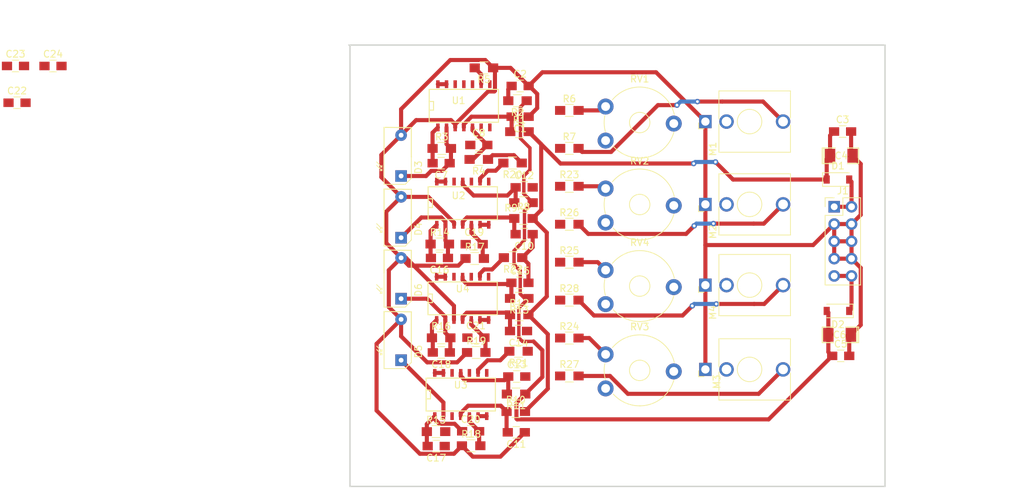
<source format=kicad_pcb>
(kicad_pcb (version 20171130) (host pcbnew 5.0.2+dfsg1-1)

  (general
    (thickness 1.6)
    (drawings 7)
    (tracks 310)
    (zones 0)
    (modules 70)
    (nets 54)
  )

  (page A4)
  (layers
    (0 F.Cu signal)
    (31 B.Cu signal)
    (32 B.Adhes user)
    (33 F.Adhes user)
    (34 B.Paste user)
    (35 F.Paste user)
    (36 B.SilkS user)
    (37 F.SilkS user)
    (38 B.Mask user)
    (39 F.Mask user)
    (40 Dwgs.User user)
    (41 Cmts.User user)
    (42 Eco1.User user)
    (43 Eco2.User user)
    (44 Edge.Cuts user)
    (45 Margin user)
    (46 B.CrtYd user)
    (47 F.CrtYd user)
    (48 B.Fab user)
    (49 F.Fab user)
  )

  (setup
    (last_trace_width 0.6)
    (user_trace_width 0.3)
    (user_trace_width 0.4)
    (user_trace_width 0.5)
    (user_trace_width 0.6)
    (trace_clearance 0.2)
    (zone_clearance 0.508)
    (zone_45_only no)
    (trace_min 0.2)
    (segment_width 0.2)
    (edge_width 0.15)
    (via_size 0.8)
    (via_drill 0.4)
    (via_min_size 0.4)
    (via_min_drill 0.3)
    (uvia_size 0.3)
    (uvia_drill 0.1)
    (uvias_allowed no)
    (uvia_min_size 0.2)
    (uvia_min_drill 0.1)
    (pcb_text_width 0.3)
    (pcb_text_size 1.5 1.5)
    (mod_edge_width 0.15)
    (mod_text_size 1 1)
    (mod_text_width 0.15)
    (pad_size 1.524 1.524)
    (pad_drill 0.762)
    (pad_to_mask_clearance 0.051)
    (solder_mask_min_width 0.25)
    (aux_axis_origin 0 0)
    (visible_elements FFFFF77F)
    (pcbplotparams
      (layerselection 0x010fc_ffffffff)
      (usegerberextensions false)
      (usegerberattributes false)
      (usegerberadvancedattributes false)
      (creategerberjobfile false)
      (excludeedgelayer true)
      (linewidth 0.050000)
      (plotframeref false)
      (viasonmask false)
      (mode 1)
      (useauxorigin false)
      (hpglpennumber 1)
      (hpglpenspeed 20)
      (hpglpendiameter 15.000000)
      (psnegative false)
      (psa4output false)
      (plotreference true)
      (plotvalue true)
      (plotinvisibletext false)
      (padsonsilk false)
      (subtractmaskfromsilk false)
      (outputformat 1)
      (mirror false)
      (drillshape 1)
      (scaleselection 1)
      (outputdirectory ""))
  )

  (net 0 "")
  (net 1 "Net-(C1-Pad2)")
  (net 2 GND)
  (net 3 "Net-(C2-Pad1)")
  (net 4 +12V)
  (net 5 -12V)
  (net 6 "Net-(C7-Pad1)")
  (net 7 "Net-(C7-Pad2)")
  (net 8 "Net-(C8-Pad2)")
  (net 9 "Net-(C9-Pad2)")
  (net 10 "Net-(C9-Pad1)")
  (net 11 "Net-(C10-Pad2)")
  (net 12 "Net-(C11-Pad2)")
  (net 13 "Net-(C12-Pad1)")
  (net 14 "Net-(C13-Pad1)")
  (net 15 "Net-(C14-Pad2)")
  (net 16 "Net-(C15-Pad1)")
  (net 17 "Net-(C16-Pad1)")
  (net 18 "Net-(C16-Pad2)")
  (net 19 "Net-(C17-Pad2)")
  (net 20 "Net-(C17-Pad1)")
  (net 21 "Net-(C18-Pad2)")
  (net 22 "Net-(C18-Pad1)")
  (net 23 "Net-(C19-Pad2)")
  (net 24 "Net-(C20-Pad2)")
  (net 25 "Net-(C21-Pad2)")
  (net 26 "Net-(C22-Pad2)")
  (net 27 "Net-(C22-Pad1)")
  (net 28 "Net-(C23-Pad1)")
  (net 29 "Net-(C23-Pad2)")
  (net 30 "Net-(C24-Pad1)")
  (net 31 "Net-(C24-Pad2)")
  (net 32 "Net-(D1-Pad2)")
  (net 33 "Net-(D2-Pad1)")
  (net 34 "Net-(M1-Pad3)")
  (net 35 "Net-(M2-Pad3)")
  (net 36 "Net-(M3-Pad3)")
  (net 37 "Net-(M4-Pad3)")
  (net 38 "Net-(R5-Pad2)")
  (net 39 "Net-(R6-Pad2)")
  (net 40 "Net-(R7-Pad1)")
  (net 41 "Net-(R20-Pad2)")
  (net 42 "Net-(R21-Pad2)")
  (net 43 "Net-(R22-Pad2)")
  (net 44 "Net-(R23-Pad2)")
  (net 45 "Net-(R24-Pad2)")
  (net 46 "Net-(R25-Pad2)")
  (net 47 "Net-(R26-Pad1)")
  (net 48 "Net-(R27-Pad1)")
  (net 49 "Net-(R28-Pad1)")
  (net 50 "Net-(U1-Pad10)")
  (net 51 "Net-(U2-Pad10)")
  (net 52 "Net-(U3-Pad10)")
  (net 53 "Net-(U4-Pad10)")

  (net_class Default "This is the default net class."
    (clearance 0.2)
    (trace_width 0.25)
    (via_dia 0.8)
    (via_drill 0.4)
    (uvia_dia 0.3)
    (uvia_drill 0.1)
    (add_net +12V)
    (add_net -12V)
    (add_net GND)
    (add_net "Net-(C1-Pad2)")
    (add_net "Net-(C10-Pad2)")
    (add_net "Net-(C11-Pad2)")
    (add_net "Net-(C12-Pad1)")
    (add_net "Net-(C13-Pad1)")
    (add_net "Net-(C14-Pad2)")
    (add_net "Net-(C15-Pad1)")
    (add_net "Net-(C16-Pad1)")
    (add_net "Net-(C16-Pad2)")
    (add_net "Net-(C17-Pad1)")
    (add_net "Net-(C17-Pad2)")
    (add_net "Net-(C18-Pad1)")
    (add_net "Net-(C18-Pad2)")
    (add_net "Net-(C19-Pad2)")
    (add_net "Net-(C2-Pad1)")
    (add_net "Net-(C20-Pad2)")
    (add_net "Net-(C21-Pad2)")
    (add_net "Net-(C22-Pad1)")
    (add_net "Net-(C22-Pad2)")
    (add_net "Net-(C23-Pad1)")
    (add_net "Net-(C23-Pad2)")
    (add_net "Net-(C24-Pad1)")
    (add_net "Net-(C24-Pad2)")
    (add_net "Net-(C7-Pad1)")
    (add_net "Net-(C7-Pad2)")
    (add_net "Net-(C8-Pad2)")
    (add_net "Net-(C9-Pad1)")
    (add_net "Net-(C9-Pad2)")
    (add_net "Net-(D1-Pad2)")
    (add_net "Net-(D2-Pad1)")
    (add_net "Net-(M1-Pad3)")
    (add_net "Net-(M2-Pad3)")
    (add_net "Net-(M3-Pad3)")
    (add_net "Net-(M4-Pad3)")
    (add_net "Net-(R20-Pad2)")
    (add_net "Net-(R21-Pad2)")
    (add_net "Net-(R22-Pad2)")
    (add_net "Net-(R23-Pad2)")
    (add_net "Net-(R24-Pad2)")
    (add_net "Net-(R25-Pad2)")
    (add_net "Net-(R26-Pad1)")
    (add_net "Net-(R27-Pad1)")
    (add_net "Net-(R28-Pad1)")
    (add_net "Net-(R5-Pad2)")
    (add_net "Net-(R6-Pad2)")
    (add_net "Net-(R7-Pad1)")
    (add_net "Net-(U1-Pad10)")
    (add_net "Net-(U2-Pad10)")
    (add_net "Net-(U3-Pad10)")
    (add_net "Net-(U4-Pad10)")
  )

  (module Capacitors_SMD:C_0805_HandSoldering (layer F.Cu) (tedit 58AA84A8) (tstamp 607E47BE)
    (at 169.415 56.52 180)
    (descr "Capacitor SMD 0805, hand soldering")
    (tags "capacitor 0805")
    (path /60502562)
    (attr smd)
    (fp_text reference C1 (at 0 -1.75 180) (layer F.SilkS)
      (effects (font (size 1 1) (thickness 0.15)))
    )
    (fp_text value 100N (at 0 1.75 180) (layer F.Fab)
      (effects (font (size 1 1) (thickness 0.15)))
    )
    (fp_line (start 2.25 0.87) (end -2.25 0.87) (layer F.CrtYd) (width 0.05))
    (fp_line (start 2.25 0.87) (end 2.25 -0.88) (layer F.CrtYd) (width 0.05))
    (fp_line (start -2.25 -0.88) (end -2.25 0.87) (layer F.CrtYd) (width 0.05))
    (fp_line (start -2.25 -0.88) (end 2.25 -0.88) (layer F.CrtYd) (width 0.05))
    (fp_line (start -0.5 0.85) (end 0.5 0.85) (layer F.SilkS) (width 0.12))
    (fp_line (start 0.5 -0.85) (end -0.5 -0.85) (layer F.SilkS) (width 0.12))
    (fp_line (start -1 -0.62) (end 1 -0.62) (layer F.Fab) (width 0.1))
    (fp_line (start 1 -0.62) (end 1 0.62) (layer F.Fab) (width 0.1))
    (fp_line (start 1 0.62) (end -1 0.62) (layer F.Fab) (width 0.1))
    (fp_line (start -1 0.62) (end -1 -0.62) (layer F.Fab) (width 0.1))
    (fp_text user %R (at 0 -1.75 180) (layer F.Fab)
      (effects (font (size 1 1) (thickness 0.15)))
    )
    (pad 2 smd rect (at 1.25 0 180) (size 1.5 1.25) (layers F.Cu F.Paste F.Mask)
      (net 1 "Net-(C1-Pad2)"))
    (pad 1 smd rect (at -1.25 0 180) (size 1.5 1.25) (layers F.Cu F.Paste F.Mask)
      (net 2 GND))
    (model Capacitors_SMD.3dshapes/C_0805.wrl
      (at (xyz 0 0 0))
      (scale (xyz 1 1 1))
      (rotate (xyz 0 0 0))
    )
  )

  (module Capacitors_SMD:C_0805_HandSoldering (layer F.Cu) (tedit 58AA84A8) (tstamp 607E47CF)
    (at 169.415 52.01)
    (descr "Capacitor SMD 0805, hand soldering")
    (tags "capacitor 0805")
    (path /60502555)
    (attr smd)
    (fp_text reference C2 (at 0 -1.75) (layer F.SilkS)
      (effects (font (size 1 1) (thickness 0.15)))
    )
    (fp_text value 100N (at 0 1.75) (layer F.Fab)
      (effects (font (size 1 1) (thickness 0.15)))
    )
    (fp_text user %R (at 0 -1.75) (layer F.Fab)
      (effects (font (size 1 1) (thickness 0.15)))
    )
    (fp_line (start -1 0.62) (end -1 -0.62) (layer F.Fab) (width 0.1))
    (fp_line (start 1 0.62) (end -1 0.62) (layer F.Fab) (width 0.1))
    (fp_line (start 1 -0.62) (end 1 0.62) (layer F.Fab) (width 0.1))
    (fp_line (start -1 -0.62) (end 1 -0.62) (layer F.Fab) (width 0.1))
    (fp_line (start 0.5 -0.85) (end -0.5 -0.85) (layer F.SilkS) (width 0.12))
    (fp_line (start -0.5 0.85) (end 0.5 0.85) (layer F.SilkS) (width 0.12))
    (fp_line (start -2.25 -0.88) (end 2.25 -0.88) (layer F.CrtYd) (width 0.05))
    (fp_line (start -2.25 -0.88) (end -2.25 0.87) (layer F.CrtYd) (width 0.05))
    (fp_line (start 2.25 0.87) (end 2.25 -0.88) (layer F.CrtYd) (width 0.05))
    (fp_line (start 2.25 0.87) (end -2.25 0.87) (layer F.CrtYd) (width 0.05))
    (pad 1 smd rect (at -1.25 0) (size 1.5 1.25) (layers F.Cu F.Paste F.Mask)
      (net 3 "Net-(C2-Pad1)"))
    (pad 2 smd rect (at 1.25 0) (size 1.5 1.25) (layers F.Cu F.Paste F.Mask)
      (net 2 GND))
    (model Capacitors_SMD.3dshapes/C_0805.wrl
      (at (xyz 0 0 0))
      (scale (xyz 1 1 1))
      (rotate (xyz 0 0 0))
    )
  )

  (module Capacitors_SMD:C_0805_HandSoldering (layer F.Cu) (tedit 58AA84A8) (tstamp 607E47E0)
    (at 216.725 58.7)
    (descr "Capacitor SMD 0805, hand soldering")
    (tags "capacitor 0805")
    (path /60502483)
    (attr smd)
    (fp_text reference C3 (at 0 -1.75) (layer F.SilkS)
      (effects (font (size 1 1) (thickness 0.15)))
    )
    (fp_text value 100N (at 0 1.75) (layer F.Fab)
      (effects (font (size 1 1) (thickness 0.15)))
    )
    (fp_line (start 2.25 0.87) (end -2.25 0.87) (layer F.CrtYd) (width 0.05))
    (fp_line (start 2.25 0.87) (end 2.25 -0.88) (layer F.CrtYd) (width 0.05))
    (fp_line (start -2.25 -0.88) (end -2.25 0.87) (layer F.CrtYd) (width 0.05))
    (fp_line (start -2.25 -0.88) (end 2.25 -0.88) (layer F.CrtYd) (width 0.05))
    (fp_line (start -0.5 0.85) (end 0.5 0.85) (layer F.SilkS) (width 0.12))
    (fp_line (start 0.5 -0.85) (end -0.5 -0.85) (layer F.SilkS) (width 0.12))
    (fp_line (start -1 -0.62) (end 1 -0.62) (layer F.Fab) (width 0.1))
    (fp_line (start 1 -0.62) (end 1 0.62) (layer F.Fab) (width 0.1))
    (fp_line (start 1 0.62) (end -1 0.62) (layer F.Fab) (width 0.1))
    (fp_line (start -1 0.62) (end -1 -0.62) (layer F.Fab) (width 0.1))
    (fp_text user %R (at 0 -1.75) (layer F.Fab)
      (effects (font (size 1 1) (thickness 0.15)))
    )
    (pad 2 smd rect (at 1.25 0) (size 1.5 1.25) (layers F.Cu F.Paste F.Mask)
      (net 2 GND))
    (pad 1 smd rect (at -1.25 0) (size 1.5 1.25) (layers F.Cu F.Paste F.Mask)
      (net 4 +12V))
    (model Capacitors_SMD.3dshapes/C_0805.wrl
      (at (xyz 0 0 0))
      (scale (xyz 1 1 1))
      (rotate (xyz 0 0 0))
    )
  )

  (module SMD_Packages:SMD-1206_Pol (layer F.Cu) (tedit 0) (tstamp 607E47EF)
    (at 216.539 62.26)
    (path /605024CB)
    (attr smd)
    (fp_text reference C4 (at 0 0) (layer F.SilkS)
      (effects (font (size 1 1) (thickness 0.15)))
    )
    (fp_text value 10UF (at 0 0) (layer F.Fab)
      (effects (font (size 1 1) (thickness 0.15)))
    )
    (fp_line (start -2.54 -1.143) (end -2.794 -1.143) (layer F.SilkS) (width 0.15))
    (fp_line (start -2.794 -1.143) (end -2.794 1.143) (layer F.SilkS) (width 0.15))
    (fp_line (start -2.794 1.143) (end -2.54 1.143) (layer F.SilkS) (width 0.15))
    (fp_line (start -2.54 -1.143) (end -2.54 1.143) (layer F.SilkS) (width 0.15))
    (fp_line (start -2.54 1.143) (end -0.889 1.143) (layer F.SilkS) (width 0.15))
    (fp_line (start 0.889 -1.143) (end 2.54 -1.143) (layer F.SilkS) (width 0.15))
    (fp_line (start 2.54 -1.143) (end 2.54 1.143) (layer F.SilkS) (width 0.15))
    (fp_line (start 2.54 1.143) (end 0.889 1.143) (layer F.SilkS) (width 0.15))
    (fp_line (start -0.889 -1.143) (end -2.54 -1.143) (layer F.SilkS) (width 0.15))
    (pad 1 smd rect (at -1.651 0) (size 1.524 2.032) (layers F.Cu F.Paste F.Mask)
      (net 4 +12V))
    (pad 2 smd rect (at 1.651 0) (size 1.524 2.032) (layers F.Cu F.Paste F.Mask)
      (net 2 GND))
    (model SMD_Packages.3dshapes/SMD-1206_Pol.wrl
      (at (xyz 0 0 0))
      (scale (xyz 0.17 0.16 0.16))
      (rotate (xyz 0 0 0))
    )
  )

  (module Capacitors_SMD:C_0805_HandSoldering (layer F.Cu) (tedit 58AA84A8) (tstamp 607E4800)
    (at 216.45 91.65)
    (descr "Capacitor SMD 0805, hand soldering")
    (tags "capacitor 0805")
    (path /605024E0)
    (attr smd)
    (fp_text reference C5 (at 0 -1.75) (layer F.SilkS)
      (effects (font (size 1 1) (thickness 0.15)))
    )
    (fp_text value 100N (at 0 1.75) (layer F.Fab)
      (effects (font (size 1 1) (thickness 0.15)))
    )
    (fp_text user %R (at 0 -1.75) (layer F.Fab)
      (effects (font (size 1 1) (thickness 0.15)))
    )
    (fp_line (start -1 0.62) (end -1 -0.62) (layer F.Fab) (width 0.1))
    (fp_line (start 1 0.62) (end -1 0.62) (layer F.Fab) (width 0.1))
    (fp_line (start 1 -0.62) (end 1 0.62) (layer F.Fab) (width 0.1))
    (fp_line (start -1 -0.62) (end 1 -0.62) (layer F.Fab) (width 0.1))
    (fp_line (start 0.5 -0.85) (end -0.5 -0.85) (layer F.SilkS) (width 0.12))
    (fp_line (start -0.5 0.85) (end 0.5 0.85) (layer F.SilkS) (width 0.12))
    (fp_line (start -2.25 -0.88) (end 2.25 -0.88) (layer F.CrtYd) (width 0.05))
    (fp_line (start -2.25 -0.88) (end -2.25 0.87) (layer F.CrtYd) (width 0.05))
    (fp_line (start 2.25 0.87) (end 2.25 -0.88) (layer F.CrtYd) (width 0.05))
    (fp_line (start 2.25 0.87) (end -2.25 0.87) (layer F.CrtYd) (width 0.05))
    (pad 1 smd rect (at -1.25 0) (size 1.5 1.25) (layers F.Cu F.Paste F.Mask)
      (net 5 -12V))
    (pad 2 smd rect (at 1.25 0) (size 1.5 1.25) (layers F.Cu F.Paste F.Mask)
      (net 2 GND))
    (model Capacitors_SMD.3dshapes/C_0805.wrl
      (at (xyz 0 0 0))
      (scale (xyz 1 1 1))
      (rotate (xyz 0 0 0))
    )
  )

  (module SMD_Packages:SMD-1206_Pol (layer F.Cu) (tedit 0) (tstamp 607E480F)
    (at 216.285 88.56 180)
    (path /6050247C)
    (attr smd)
    (fp_text reference C6 (at 0 0 180) (layer F.SilkS)
      (effects (font (size 1 1) (thickness 0.15)))
    )
    (fp_text value 10UF (at 0 0 180) (layer F.Fab)
      (effects (font (size 1 1) (thickness 0.15)))
    )
    (fp_line (start -0.889 -1.143) (end -2.54 -1.143) (layer F.SilkS) (width 0.15))
    (fp_line (start 2.54 1.143) (end 0.889 1.143) (layer F.SilkS) (width 0.15))
    (fp_line (start 2.54 -1.143) (end 2.54 1.143) (layer F.SilkS) (width 0.15))
    (fp_line (start 0.889 -1.143) (end 2.54 -1.143) (layer F.SilkS) (width 0.15))
    (fp_line (start -2.54 1.143) (end -0.889 1.143) (layer F.SilkS) (width 0.15))
    (fp_line (start -2.54 -1.143) (end -2.54 1.143) (layer F.SilkS) (width 0.15))
    (fp_line (start -2.794 1.143) (end -2.54 1.143) (layer F.SilkS) (width 0.15))
    (fp_line (start -2.794 -1.143) (end -2.794 1.143) (layer F.SilkS) (width 0.15))
    (fp_line (start -2.54 -1.143) (end -2.794 -1.143) (layer F.SilkS) (width 0.15))
    (pad 2 smd rect (at 1.651 0 180) (size 1.524 2.032) (layers F.Cu F.Paste F.Mask)
      (net 5 -12V))
    (pad 1 smd rect (at -1.651 0 180) (size 1.524 2.032) (layers F.Cu F.Paste F.Mask)
      (net 2 GND))
    (model SMD_Packages.3dshapes/SMD-1206_Pol.wrl
      (at (xyz 0 0 0))
      (scale (xyz 0.17 0.16 0.16))
      (rotate (xyz 0 0 0))
    )
  )

  (module Capacitors_SMD:C_0805_HandSoldering (layer F.Cu) (tedit 58AA84A8) (tstamp 607E4820)
    (at 157.825 63.35 180)
    (descr "Capacitor SMD 0805, hand soldering")
    (tags "capacitor 0805")
    (path /605024F0)
    (attr smd)
    (fp_text reference C7 (at 0 -1.75 180) (layer F.SilkS)
      (effects (font (size 1 1) (thickness 0.15)))
    )
    (fp_text value 10PF (at 1.57 0.42 180) (layer F.Fab)
      (effects (font (size 1 1) (thickness 0.15)))
    )
    (fp_text user %R (at 0 -1.75 180) (layer F.Fab)
      (effects (font (size 1 1) (thickness 0.15)))
    )
    (fp_line (start -1 0.62) (end -1 -0.62) (layer F.Fab) (width 0.1))
    (fp_line (start 1 0.62) (end -1 0.62) (layer F.Fab) (width 0.1))
    (fp_line (start 1 -0.62) (end 1 0.62) (layer F.Fab) (width 0.1))
    (fp_line (start -1 -0.62) (end 1 -0.62) (layer F.Fab) (width 0.1))
    (fp_line (start 0.5 -0.85) (end -0.5 -0.85) (layer F.SilkS) (width 0.12))
    (fp_line (start -0.5 0.85) (end 0.5 0.85) (layer F.SilkS) (width 0.12))
    (fp_line (start -2.25 -0.88) (end 2.25 -0.88) (layer F.CrtYd) (width 0.05))
    (fp_line (start -2.25 -0.88) (end -2.25 0.87) (layer F.CrtYd) (width 0.05))
    (fp_line (start 2.25 0.87) (end 2.25 -0.88) (layer F.CrtYd) (width 0.05))
    (fp_line (start 2.25 0.87) (end -2.25 0.87) (layer F.CrtYd) (width 0.05))
    (pad 1 smd rect (at -1.25 0 180) (size 1.5 1.25) (layers F.Cu F.Paste F.Mask)
      (net 6 "Net-(C7-Pad1)"))
    (pad 2 smd rect (at 1.25 0 180) (size 1.5 1.25) (layers F.Cu F.Paste F.Mask)
      (net 7 "Net-(C7-Pad2)"))
    (model Capacitors_SMD.3dshapes/C_0805.wrl
      (at (xyz 0 0 0))
      (scale (xyz 1 1 1))
      (rotate (xyz 0 0 0))
    )
  )

  (module Capacitors_SMD:C_0805_HandSoldering (layer F.Cu) (tedit 58AA84A8) (tstamp 607E4831)
    (at 163.35 60.675)
    (descr "Capacitor SMD 0805, hand soldering")
    (tags "capacitor 0805")
    (path /605025E9)
    (attr smd)
    (fp_text reference C8 (at 0 -1.75) (layer F.SilkS)
      (effects (font (size 1 1) (thickness 0.15)))
    )
    (fp_text value 100NF (at 0 1.75) (layer F.Fab)
      (effects (font (size 1 1) (thickness 0.15)))
    )
    (fp_text user %R (at 0 -1.75) (layer F.Fab)
      (effects (font (size 1 1) (thickness 0.15)))
    )
    (fp_line (start -1 0.62) (end -1 -0.62) (layer F.Fab) (width 0.1))
    (fp_line (start 1 0.62) (end -1 0.62) (layer F.Fab) (width 0.1))
    (fp_line (start 1 -0.62) (end 1 0.62) (layer F.Fab) (width 0.1))
    (fp_line (start -1 -0.62) (end 1 -0.62) (layer F.Fab) (width 0.1))
    (fp_line (start 0.5 -0.85) (end -0.5 -0.85) (layer F.SilkS) (width 0.12))
    (fp_line (start -0.5 0.85) (end 0.5 0.85) (layer F.SilkS) (width 0.12))
    (fp_line (start -2.25 -0.88) (end 2.25 -0.88) (layer F.CrtYd) (width 0.05))
    (fp_line (start -2.25 -0.88) (end -2.25 0.87) (layer F.CrtYd) (width 0.05))
    (fp_line (start 2.25 0.87) (end 2.25 -0.88) (layer F.CrtYd) (width 0.05))
    (fp_line (start 2.25 0.87) (end -2.25 0.87) (layer F.CrtYd) (width 0.05))
    (pad 1 smd rect (at -1.25 0) (size 1.5 1.25) (layers F.Cu F.Paste F.Mask)
      (net 7 "Net-(C7-Pad2)"))
    (pad 2 smd rect (at 1.25 0) (size 1.5 1.25) (layers F.Cu F.Paste F.Mask)
      (net 8 "Net-(C8-Pad2)"))
    (model Capacitors_SMD.3dshapes/C_0805.wrl
      (at (xyz 0 0 0))
      (scale (xyz 1 1 1))
      (rotate (xyz 0 0 0))
    )
  )

  (module Capacitors_SMD:C_0805_HandSoldering (layer F.Cu) (tedit 58AA84A8) (tstamp 607E4853)
    (at 170.005 73.78 180)
    (descr "Capacitor SMD 0805, hand soldering")
    (tags "capacitor 0805")
    (path /6052CBD2)
    (attr smd)
    (fp_text reference C10 (at 0 -1.75 180) (layer F.SilkS)
      (effects (font (size 1 1) (thickness 0.15)))
    )
    (fp_text value 100N (at 0 1.75 180) (layer F.Fab)
      (effects (font (size 1 1) (thickness 0.15)))
    )
    (fp_text user %R (at 0 -1.75 180) (layer F.Fab)
      (effects (font (size 1 1) (thickness 0.15)))
    )
    (fp_line (start -1 0.62) (end -1 -0.62) (layer F.Fab) (width 0.1))
    (fp_line (start 1 0.62) (end -1 0.62) (layer F.Fab) (width 0.1))
    (fp_line (start 1 -0.62) (end 1 0.62) (layer F.Fab) (width 0.1))
    (fp_line (start -1 -0.62) (end 1 -0.62) (layer F.Fab) (width 0.1))
    (fp_line (start 0.5 -0.85) (end -0.5 -0.85) (layer F.SilkS) (width 0.12))
    (fp_line (start -0.5 0.85) (end 0.5 0.85) (layer F.SilkS) (width 0.12))
    (fp_line (start -2.25 -0.88) (end 2.25 -0.88) (layer F.CrtYd) (width 0.05))
    (fp_line (start -2.25 -0.88) (end -2.25 0.87) (layer F.CrtYd) (width 0.05))
    (fp_line (start 2.25 0.87) (end 2.25 -0.88) (layer F.CrtYd) (width 0.05))
    (fp_line (start 2.25 0.87) (end -2.25 0.87) (layer F.CrtYd) (width 0.05))
    (pad 1 smd rect (at -1.25 0 180) (size 1.5 1.25) (layers F.Cu F.Paste F.Mask)
      (net 2 GND))
    (pad 2 smd rect (at 1.25 0 180) (size 1.5 1.25) (layers F.Cu F.Paste F.Mask)
      (net 11 "Net-(C10-Pad2)"))
    (model Capacitors_SMD.3dshapes/C_0805.wrl
      (at (xyz 0 0 0))
      (scale (xyz 1 1 1))
      (rotate (xyz 0 0 0))
    )
  )

  (module Capacitors_SMD:C_0805_HandSoldering (layer F.Cu) (tedit 58AA84A8) (tstamp 607E4864)
    (at 168.85 102.875 180)
    (descr "Capacitor SMD 0805, hand soldering")
    (tags "capacitor 0805")
    (path /60539FFE)
    (attr smd)
    (fp_text reference C11 (at 0 -1.75 180) (layer F.SilkS)
      (effects (font (size 1 1) (thickness 0.15)))
    )
    (fp_text value 100N (at 0 1.75 180) (layer F.Fab)
      (effects (font (size 1 1) (thickness 0.15)))
    )
    (fp_text user %R (at 0 -1.75 180) (layer F.Fab)
      (effects (font (size 1 1) (thickness 0.15)))
    )
    (fp_line (start -1 0.62) (end -1 -0.62) (layer F.Fab) (width 0.1))
    (fp_line (start 1 0.62) (end -1 0.62) (layer F.Fab) (width 0.1))
    (fp_line (start 1 -0.62) (end 1 0.62) (layer F.Fab) (width 0.1))
    (fp_line (start -1 -0.62) (end 1 -0.62) (layer F.Fab) (width 0.1))
    (fp_line (start 0.5 -0.85) (end -0.5 -0.85) (layer F.SilkS) (width 0.12))
    (fp_line (start -0.5 0.85) (end 0.5 0.85) (layer F.SilkS) (width 0.12))
    (fp_line (start -2.25 -0.88) (end 2.25 -0.88) (layer F.CrtYd) (width 0.05))
    (fp_line (start -2.25 -0.88) (end -2.25 0.87) (layer F.CrtYd) (width 0.05))
    (fp_line (start 2.25 0.87) (end 2.25 -0.88) (layer F.CrtYd) (width 0.05))
    (fp_line (start 2.25 0.87) (end -2.25 0.87) (layer F.CrtYd) (width 0.05))
    (pad 1 smd rect (at -1.25 0 180) (size 1.5 1.25) (layers F.Cu F.Paste F.Mask)
      (net 2 GND))
    (pad 2 smd rect (at 1.25 0 180) (size 1.5 1.25) (layers F.Cu F.Paste F.Mask)
      (net 12 "Net-(C11-Pad2)"))
    (model Capacitors_SMD.3dshapes/C_0805.wrl
      (at (xyz 0 0 0))
      (scale (xyz 1 1 1))
      (rotate (xyz 0 0 0))
    )
  )

  (module Capacitors_SMD:C_0805_HandSoldering (layer F.Cu) (tedit 58AA84A8) (tstamp 607E4875)
    (at 170.005 66.9)
    (descr "Capacitor SMD 0805, hand soldering")
    (tags "capacitor 0805")
    (path /6052CBC5)
    (attr smd)
    (fp_text reference C12 (at 0 -1.75) (layer F.SilkS)
      (effects (font (size 1 1) (thickness 0.15)))
    )
    (fp_text value 100N (at 0 1.75) (layer F.Fab)
      (effects (font (size 1 1) (thickness 0.15)))
    )
    (fp_line (start 2.25 0.87) (end -2.25 0.87) (layer F.CrtYd) (width 0.05))
    (fp_line (start 2.25 0.87) (end 2.25 -0.88) (layer F.CrtYd) (width 0.05))
    (fp_line (start -2.25 -0.88) (end -2.25 0.87) (layer F.CrtYd) (width 0.05))
    (fp_line (start -2.25 -0.88) (end 2.25 -0.88) (layer F.CrtYd) (width 0.05))
    (fp_line (start -0.5 0.85) (end 0.5 0.85) (layer F.SilkS) (width 0.12))
    (fp_line (start 0.5 -0.85) (end -0.5 -0.85) (layer F.SilkS) (width 0.12))
    (fp_line (start -1 -0.62) (end 1 -0.62) (layer F.Fab) (width 0.1))
    (fp_line (start 1 -0.62) (end 1 0.62) (layer F.Fab) (width 0.1))
    (fp_line (start 1 0.62) (end -1 0.62) (layer F.Fab) (width 0.1))
    (fp_line (start -1 0.62) (end -1 -0.62) (layer F.Fab) (width 0.1))
    (fp_text user %R (at 0 -1.75) (layer F.Fab)
      (effects (font (size 1 1) (thickness 0.15)))
    )
    (pad 2 smd rect (at 1.25 0) (size 1.5 1.25) (layers F.Cu F.Paste F.Mask)
      (net 2 GND))
    (pad 1 smd rect (at -1.25 0) (size 1.5 1.25) (layers F.Cu F.Paste F.Mask)
      (net 13 "Net-(C12-Pad1)"))
    (model Capacitors_SMD.3dshapes/C_0805.wrl
      (at (xyz 0 0 0))
      (scale (xyz 1 1 1))
      (rotate (xyz 0 0 0))
    )
  )

  (module Capacitors_SMD:C_0805_HandSoldering (layer F.Cu) (tedit 58AA84A8) (tstamp 607E4886)
    (at 168.92 94.685)
    (descr "Capacitor SMD 0805, hand soldering")
    (tags "capacitor 0805")
    (path /60539FF1)
    (attr smd)
    (fp_text reference C13 (at 0 -1.75) (layer F.SilkS)
      (effects (font (size 1 1) (thickness 0.15)))
    )
    (fp_text value 100N (at 0 1.75) (layer F.Fab)
      (effects (font (size 1 1) (thickness 0.15)))
    )
    (fp_line (start 2.25 0.87) (end -2.25 0.87) (layer F.CrtYd) (width 0.05))
    (fp_line (start 2.25 0.87) (end 2.25 -0.88) (layer F.CrtYd) (width 0.05))
    (fp_line (start -2.25 -0.88) (end -2.25 0.87) (layer F.CrtYd) (width 0.05))
    (fp_line (start -2.25 -0.88) (end 2.25 -0.88) (layer F.CrtYd) (width 0.05))
    (fp_line (start -0.5 0.85) (end 0.5 0.85) (layer F.SilkS) (width 0.12))
    (fp_line (start 0.5 -0.85) (end -0.5 -0.85) (layer F.SilkS) (width 0.12))
    (fp_line (start -1 -0.62) (end 1 -0.62) (layer F.Fab) (width 0.1))
    (fp_line (start 1 -0.62) (end 1 0.62) (layer F.Fab) (width 0.1))
    (fp_line (start 1 0.62) (end -1 0.62) (layer F.Fab) (width 0.1))
    (fp_line (start -1 0.62) (end -1 -0.62) (layer F.Fab) (width 0.1))
    (fp_text user %R (at 0 -1.75) (layer F.Fab)
      (effects (font (size 1 1) (thickness 0.15)))
    )
    (pad 2 smd rect (at 1.25 0) (size 1.5 1.25) (layers F.Cu F.Paste F.Mask)
      (net 2 GND))
    (pad 1 smd rect (at -1.25 0) (size 1.5 1.25) (layers F.Cu F.Paste F.Mask)
      (net 14 "Net-(C13-Pad1)"))
    (model Capacitors_SMD.3dshapes/C_0805.wrl
      (at (xyz 0 0 0))
      (scale (xyz 1 1 1))
      (rotate (xyz 0 0 0))
    )
  )

  (module Capacitors_SMD:C_0805_HandSoldering (layer F.Cu) (tedit 58AA84A8) (tstamp 607E4897)
    (at 169.175 88 180)
    (descr "Capacitor SMD 0805, hand soldering")
    (tags "capacitor 0805")
    (path /60549228)
    (attr smd)
    (fp_text reference C14 (at 0 -1.75 180) (layer F.SilkS)
      (effects (font (size 1 1) (thickness 0.15)))
    )
    (fp_text value 100N (at 0 1.75 180) (layer F.Fab)
      (effects (font (size 1 1) (thickness 0.15)))
    )
    (fp_text user %R (at 0 -1.75 180) (layer F.Fab)
      (effects (font (size 1 1) (thickness 0.15)))
    )
    (fp_line (start -1 0.62) (end -1 -0.62) (layer F.Fab) (width 0.1))
    (fp_line (start 1 0.62) (end -1 0.62) (layer F.Fab) (width 0.1))
    (fp_line (start 1 -0.62) (end 1 0.62) (layer F.Fab) (width 0.1))
    (fp_line (start -1 -0.62) (end 1 -0.62) (layer F.Fab) (width 0.1))
    (fp_line (start 0.5 -0.85) (end -0.5 -0.85) (layer F.SilkS) (width 0.12))
    (fp_line (start -0.5 0.85) (end 0.5 0.85) (layer F.SilkS) (width 0.12))
    (fp_line (start -2.25 -0.88) (end 2.25 -0.88) (layer F.CrtYd) (width 0.05))
    (fp_line (start -2.25 -0.88) (end -2.25 0.87) (layer F.CrtYd) (width 0.05))
    (fp_line (start 2.25 0.87) (end 2.25 -0.88) (layer F.CrtYd) (width 0.05))
    (fp_line (start 2.25 0.87) (end -2.25 0.87) (layer F.CrtYd) (width 0.05))
    (pad 1 smd rect (at -1.25 0 180) (size 1.5 1.25) (layers F.Cu F.Paste F.Mask)
      (net 2 GND))
    (pad 2 smd rect (at 1.25 0 180) (size 1.5 1.25) (layers F.Cu F.Paste F.Mask)
      (net 15 "Net-(C14-Pad2)"))
    (model Capacitors_SMD.3dshapes/C_0805.wrl
      (at (xyz 0 0 0))
      (scale (xyz 1 1 1))
      (rotate (xyz 0 0 0))
    )
  )

  (module Capacitors_SMD:C_0805_HandSoldering (layer F.Cu) (tedit 58AA84A8) (tstamp 607E48A8)
    (at 169.38 80.92)
    (descr "Capacitor SMD 0805, hand soldering")
    (tags "capacitor 0805")
    (path /6054921B)
    (attr smd)
    (fp_text reference C15 (at 0 -1.75) (layer F.SilkS)
      (effects (font (size 1 1) (thickness 0.15)))
    )
    (fp_text value 100N (at 0 1.75) (layer F.Fab)
      (effects (font (size 1 1) (thickness 0.15)))
    )
    (fp_line (start 2.25 0.87) (end -2.25 0.87) (layer F.CrtYd) (width 0.05))
    (fp_line (start 2.25 0.87) (end 2.25 -0.88) (layer F.CrtYd) (width 0.05))
    (fp_line (start -2.25 -0.88) (end -2.25 0.87) (layer F.CrtYd) (width 0.05))
    (fp_line (start -2.25 -0.88) (end 2.25 -0.88) (layer F.CrtYd) (width 0.05))
    (fp_line (start -0.5 0.85) (end 0.5 0.85) (layer F.SilkS) (width 0.12))
    (fp_line (start 0.5 -0.85) (end -0.5 -0.85) (layer F.SilkS) (width 0.12))
    (fp_line (start -1 -0.62) (end 1 -0.62) (layer F.Fab) (width 0.1))
    (fp_line (start 1 -0.62) (end 1 0.62) (layer F.Fab) (width 0.1))
    (fp_line (start 1 0.62) (end -1 0.62) (layer F.Fab) (width 0.1))
    (fp_line (start -1 0.62) (end -1 -0.62) (layer F.Fab) (width 0.1))
    (fp_text user %R (at 0 -1.75) (layer F.Fab)
      (effects (font (size 1 1) (thickness 0.15)))
    )
    (pad 2 smd rect (at 1.25 0) (size 1.5 1.25) (layers F.Cu F.Paste F.Mask)
      (net 2 GND))
    (pad 1 smd rect (at -1.25 0) (size 1.5 1.25) (layers F.Cu F.Paste F.Mask)
      (net 16 "Net-(C15-Pad1)"))
    (model Capacitors_SMD.3dshapes/C_0805.wrl
      (at (xyz 0 0 0))
      (scale (xyz 1 1 1))
      (rotate (xyz 0 0 0))
    )
  )

  (module Capacitors_SMD:C_0805_HandSoldering (layer F.Cu) (tedit 58AA84A8) (tstamp 607E48B9)
    (at 157.575 77.275 180)
    (descr "Capacitor SMD 0805, hand soldering")
    (tags "capacitor 0805")
    (path /6050BA6F)
    (attr smd)
    (fp_text reference C16 (at 0 -1.75 180) (layer F.SilkS)
      (effects (font (size 1 1) (thickness 0.15)))
    )
    (fp_text value 10PF (at 0 1.75 180) (layer F.Fab)
      (effects (font (size 1 1) (thickness 0.15)))
    )
    (fp_text user %R (at 0 -1.75 180) (layer F.Fab)
      (effects (font (size 1 1) (thickness 0.15)))
    )
    (fp_line (start -1 0.62) (end -1 -0.62) (layer F.Fab) (width 0.1))
    (fp_line (start 1 0.62) (end -1 0.62) (layer F.Fab) (width 0.1))
    (fp_line (start 1 -0.62) (end 1 0.62) (layer F.Fab) (width 0.1))
    (fp_line (start -1 -0.62) (end 1 -0.62) (layer F.Fab) (width 0.1))
    (fp_line (start 0.5 -0.85) (end -0.5 -0.85) (layer F.SilkS) (width 0.12))
    (fp_line (start -0.5 0.85) (end 0.5 0.85) (layer F.SilkS) (width 0.12))
    (fp_line (start -2.25 -0.88) (end 2.25 -0.88) (layer F.CrtYd) (width 0.05))
    (fp_line (start -2.25 -0.88) (end -2.25 0.87) (layer F.CrtYd) (width 0.05))
    (fp_line (start 2.25 0.87) (end 2.25 -0.88) (layer F.CrtYd) (width 0.05))
    (fp_line (start 2.25 0.87) (end -2.25 0.87) (layer F.CrtYd) (width 0.05))
    (pad 1 smd rect (at -1.25 0 180) (size 1.5 1.25) (layers F.Cu F.Paste F.Mask)
      (net 17 "Net-(C16-Pad1)"))
    (pad 2 smd rect (at 1.25 0 180) (size 1.5 1.25) (layers F.Cu F.Paste F.Mask)
      (net 18 "Net-(C16-Pad2)"))
    (model Capacitors_SMD.3dshapes/C_0805.wrl
      (at (xyz 0 0 0))
      (scale (xyz 1 1 1))
      (rotate (xyz 0 0 0))
    )
  )

  (module Capacitors_SMD:C_0805_HandSoldering (layer F.Cu) (tedit 58AA84A8) (tstamp 607E48CA)
    (at 157.1 104.9 180)
    (descr "Capacitor SMD 0805, hand soldering")
    (tags "capacitor 0805")
    (path /60515E4B)
    (attr smd)
    (fp_text reference C17 (at 0 -1.75 180) (layer F.SilkS)
      (effects (font (size 1 1) (thickness 0.15)))
    )
    (fp_text value 10PF (at 0 1.75 180) (layer F.Fab)
      (effects (font (size 1 1) (thickness 0.15)))
    )
    (fp_line (start 2.25 0.87) (end -2.25 0.87) (layer F.CrtYd) (width 0.05))
    (fp_line (start 2.25 0.87) (end 2.25 -0.88) (layer F.CrtYd) (width 0.05))
    (fp_line (start -2.25 -0.88) (end -2.25 0.87) (layer F.CrtYd) (width 0.05))
    (fp_line (start -2.25 -0.88) (end 2.25 -0.88) (layer F.CrtYd) (width 0.05))
    (fp_line (start -0.5 0.85) (end 0.5 0.85) (layer F.SilkS) (width 0.12))
    (fp_line (start 0.5 -0.85) (end -0.5 -0.85) (layer F.SilkS) (width 0.12))
    (fp_line (start -1 -0.62) (end 1 -0.62) (layer F.Fab) (width 0.1))
    (fp_line (start 1 -0.62) (end 1 0.62) (layer F.Fab) (width 0.1))
    (fp_line (start 1 0.62) (end -1 0.62) (layer F.Fab) (width 0.1))
    (fp_line (start -1 0.62) (end -1 -0.62) (layer F.Fab) (width 0.1))
    (fp_text user %R (at 0 -1.75 180) (layer F.Fab)
      (effects (font (size 1 1) (thickness 0.15)))
    )
    (pad 2 smd rect (at 1.25 0 180) (size 1.5 1.25) (layers F.Cu F.Paste F.Mask)
      (net 19 "Net-(C17-Pad2)"))
    (pad 1 smd rect (at -1.25 0 180) (size 1.5 1.25) (layers F.Cu F.Paste F.Mask)
      (net 20 "Net-(C17-Pad1)"))
    (model Capacitors_SMD.3dshapes/C_0805.wrl
      (at (xyz 0 0 0))
      (scale (xyz 1 1 1))
      (rotate (xyz 0 0 0))
    )
  )

  (module Capacitors_SMD:C_0805_HandSoldering (layer F.Cu) (tedit 58AA84A8) (tstamp 607E48DB)
    (at 157.85 91.15 180)
    (descr "Capacitor SMD 0805, hand soldering")
    (tags "capacitor 0805")
    (path /6050F4A9)
    (attr smd)
    (fp_text reference C18 (at 0 -1.75 180) (layer F.SilkS)
      (effects (font (size 1 1) (thickness 0.15)))
    )
    (fp_text value 10PF (at 0 1.75 180) (layer F.Fab)
      (effects (font (size 1 1) (thickness 0.15)))
    )
    (fp_line (start 2.25 0.87) (end -2.25 0.87) (layer F.CrtYd) (width 0.05))
    (fp_line (start 2.25 0.87) (end 2.25 -0.88) (layer F.CrtYd) (width 0.05))
    (fp_line (start -2.25 -0.88) (end -2.25 0.87) (layer F.CrtYd) (width 0.05))
    (fp_line (start -2.25 -0.88) (end 2.25 -0.88) (layer F.CrtYd) (width 0.05))
    (fp_line (start -0.5 0.85) (end 0.5 0.85) (layer F.SilkS) (width 0.12))
    (fp_line (start 0.5 -0.85) (end -0.5 -0.85) (layer F.SilkS) (width 0.12))
    (fp_line (start -1 -0.62) (end 1 -0.62) (layer F.Fab) (width 0.1))
    (fp_line (start 1 -0.62) (end 1 0.62) (layer F.Fab) (width 0.1))
    (fp_line (start 1 0.62) (end -1 0.62) (layer F.Fab) (width 0.1))
    (fp_line (start -1 0.62) (end -1 -0.62) (layer F.Fab) (width 0.1))
    (fp_text user %R (at 0 -1.75 180) (layer F.Fab)
      (effects (font (size 1 1) (thickness 0.15)))
    )
    (pad 2 smd rect (at 1.25 0 180) (size 1.5 1.25) (layers F.Cu F.Paste F.Mask)
      (net 21 "Net-(C18-Pad2)"))
    (pad 1 smd rect (at -1.25 0 180) (size 1.5 1.25) (layers F.Cu F.Paste F.Mask)
      (net 22 "Net-(C18-Pad1)"))
    (model Capacitors_SMD.3dshapes/C_0805.wrl
      (at (xyz 0 0 0))
      (scale (xyz 1 1 1))
      (rotate (xyz 0 0 0))
    )
  )

  (module Capacitors_SMD:C_0805_HandSoldering (layer F.Cu) (tedit 58AA84A8) (tstamp 607E48EC)
    (at 162.675 75.25)
    (descr "Capacitor SMD 0805, hand soldering")
    (tags "capacitor 0805")
    (path /6050BAF9)
    (attr smd)
    (fp_text reference C19 (at 0 -1.75) (layer F.SilkS)
      (effects (font (size 1 1) (thickness 0.15)))
    )
    (fp_text value 100NF (at 0 1.75) (layer F.Fab)
      (effects (font (size 1 1) (thickness 0.15)))
    )
    (fp_line (start 2.25 0.87) (end -2.25 0.87) (layer F.CrtYd) (width 0.05))
    (fp_line (start 2.25 0.87) (end 2.25 -0.88) (layer F.CrtYd) (width 0.05))
    (fp_line (start -2.25 -0.88) (end -2.25 0.87) (layer F.CrtYd) (width 0.05))
    (fp_line (start -2.25 -0.88) (end 2.25 -0.88) (layer F.CrtYd) (width 0.05))
    (fp_line (start -0.5 0.85) (end 0.5 0.85) (layer F.SilkS) (width 0.12))
    (fp_line (start 0.5 -0.85) (end -0.5 -0.85) (layer F.SilkS) (width 0.12))
    (fp_line (start -1 -0.62) (end 1 -0.62) (layer F.Fab) (width 0.1))
    (fp_line (start 1 -0.62) (end 1 0.62) (layer F.Fab) (width 0.1))
    (fp_line (start 1 0.62) (end -1 0.62) (layer F.Fab) (width 0.1))
    (fp_line (start -1 0.62) (end -1 -0.62) (layer F.Fab) (width 0.1))
    (fp_text user %R (at 0 -1.75) (layer F.Fab)
      (effects (font (size 1 1) (thickness 0.15)))
    )
    (pad 2 smd rect (at 1.25 0) (size 1.5 1.25) (layers F.Cu F.Paste F.Mask)
      (net 23 "Net-(C19-Pad2)"))
    (pad 1 smd rect (at -1.25 0) (size 1.5 1.25) (layers F.Cu F.Paste F.Mask)
      (net 18 "Net-(C16-Pad2)"))
    (model Capacitors_SMD.3dshapes/C_0805.wrl
      (at (xyz 0 0 0))
      (scale (xyz 1 1 1))
      (rotate (xyz 0 0 0))
    )
  )

  (module Capacitors_SMD:C_0805_HandSoldering (layer F.Cu) (tedit 58AA84A8) (tstamp 607E48FD)
    (at 162.15 102.725)
    (descr "Capacitor SMD 0805, hand soldering")
    (tags "capacitor 0805")
    (path /60515ED5)
    (attr smd)
    (fp_text reference C20 (at 0 -1.75) (layer F.SilkS)
      (effects (font (size 1 1) (thickness 0.15)))
    )
    (fp_text value 100NF (at 0 1.75) (layer F.Fab)
      (effects (font (size 1 1) (thickness 0.15)))
    )
    (fp_line (start 2.25 0.87) (end -2.25 0.87) (layer F.CrtYd) (width 0.05))
    (fp_line (start 2.25 0.87) (end 2.25 -0.88) (layer F.CrtYd) (width 0.05))
    (fp_line (start -2.25 -0.88) (end -2.25 0.87) (layer F.CrtYd) (width 0.05))
    (fp_line (start -2.25 -0.88) (end 2.25 -0.88) (layer F.CrtYd) (width 0.05))
    (fp_line (start -0.5 0.85) (end 0.5 0.85) (layer F.SilkS) (width 0.12))
    (fp_line (start 0.5 -0.85) (end -0.5 -0.85) (layer F.SilkS) (width 0.12))
    (fp_line (start -1 -0.62) (end 1 -0.62) (layer F.Fab) (width 0.1))
    (fp_line (start 1 -0.62) (end 1 0.62) (layer F.Fab) (width 0.1))
    (fp_line (start 1 0.62) (end -1 0.62) (layer F.Fab) (width 0.1))
    (fp_line (start -1 0.62) (end -1 -0.62) (layer F.Fab) (width 0.1))
    (fp_text user %R (at 0 -1.75) (layer F.Fab)
      (effects (font (size 1 1) (thickness 0.15)))
    )
    (pad 2 smd rect (at 1.25 0) (size 1.5 1.25) (layers F.Cu F.Paste F.Mask)
      (net 24 "Net-(C20-Pad2)"))
    (pad 1 smd rect (at -1.25 0) (size 1.5 1.25) (layers F.Cu F.Paste F.Mask)
      (net 19 "Net-(C17-Pad2)"))
    (model Capacitors_SMD.3dshapes/C_0805.wrl
      (at (xyz 0 0 0))
      (scale (xyz 1 1 1))
      (rotate (xyz 0 0 0))
    )
  )

  (module Capacitors_SMD:C_0805_HandSoldering (layer F.Cu) (tedit 58AA84A8) (tstamp 607E490E)
    (at 162.925 88.975)
    (descr "Capacitor SMD 0805, hand soldering")
    (tags "capacitor 0805")
    (path /6050F533)
    (attr smd)
    (fp_text reference C21 (at 0 -1.75) (layer F.SilkS)
      (effects (font (size 1 1) (thickness 0.15)))
    )
    (fp_text value 100NF (at 0 1.75) (layer F.Fab)
      (effects (font (size 1 1) (thickness 0.15)))
    )
    (fp_text user %R (at 0 -1.75) (layer F.Fab)
      (effects (font (size 1 1) (thickness 0.15)))
    )
    (fp_line (start -1 0.62) (end -1 -0.62) (layer F.Fab) (width 0.1))
    (fp_line (start 1 0.62) (end -1 0.62) (layer F.Fab) (width 0.1))
    (fp_line (start 1 -0.62) (end 1 0.62) (layer F.Fab) (width 0.1))
    (fp_line (start -1 -0.62) (end 1 -0.62) (layer F.Fab) (width 0.1))
    (fp_line (start 0.5 -0.85) (end -0.5 -0.85) (layer F.SilkS) (width 0.12))
    (fp_line (start -0.5 0.85) (end 0.5 0.85) (layer F.SilkS) (width 0.12))
    (fp_line (start -2.25 -0.88) (end 2.25 -0.88) (layer F.CrtYd) (width 0.05))
    (fp_line (start -2.25 -0.88) (end -2.25 0.87) (layer F.CrtYd) (width 0.05))
    (fp_line (start 2.25 0.87) (end 2.25 -0.88) (layer F.CrtYd) (width 0.05))
    (fp_line (start 2.25 0.87) (end -2.25 0.87) (layer F.CrtYd) (width 0.05))
    (pad 1 smd rect (at -1.25 0) (size 1.5 1.25) (layers F.Cu F.Paste F.Mask)
      (net 21 "Net-(C18-Pad2)"))
    (pad 2 smd rect (at 1.25 0) (size 1.5 1.25) (layers F.Cu F.Paste F.Mask)
      (net 25 "Net-(C21-Pad2)"))
    (model Capacitors_SMD.3dshapes/C_0805.wrl
      (at (xyz 0 0 0))
      (scale (xyz 1 1 1))
      (rotate (xyz 0 0 0))
    )
  )

  (module Capacitors_SMD:C_0805_HandSoldering (layer F.Cu) (tedit 58AA84A8) (tstamp 607E491F)
    (at 95.6 54.475)
    (descr "Capacitor SMD 0805, hand soldering")
    (tags "capacitor 0805")
    (path /6050BAF2)
    (attr smd)
    (fp_text reference C22 (at 0 -1.75) (layer F.SilkS)
      (effects (font (size 1 1) (thickness 0.15)))
    )
    (fp_text value 100N (at 0 1.75) (layer F.Fab)
      (effects (font (size 1 1) (thickness 0.15)))
    )
    (fp_line (start 2.25 0.87) (end -2.25 0.87) (layer F.CrtYd) (width 0.05))
    (fp_line (start 2.25 0.87) (end 2.25 -0.88) (layer F.CrtYd) (width 0.05))
    (fp_line (start -2.25 -0.88) (end -2.25 0.87) (layer F.CrtYd) (width 0.05))
    (fp_line (start -2.25 -0.88) (end 2.25 -0.88) (layer F.CrtYd) (width 0.05))
    (fp_line (start -0.5 0.85) (end 0.5 0.85) (layer F.SilkS) (width 0.12))
    (fp_line (start 0.5 -0.85) (end -0.5 -0.85) (layer F.SilkS) (width 0.12))
    (fp_line (start -1 -0.62) (end 1 -0.62) (layer F.Fab) (width 0.1))
    (fp_line (start 1 -0.62) (end 1 0.62) (layer F.Fab) (width 0.1))
    (fp_line (start 1 0.62) (end -1 0.62) (layer F.Fab) (width 0.1))
    (fp_line (start -1 0.62) (end -1 -0.62) (layer F.Fab) (width 0.1))
    (fp_text user %R (at 0 -1.75) (layer F.Fab)
      (effects (font (size 1 1) (thickness 0.15)))
    )
    (pad 2 smd rect (at 1.25 0) (size 1.5 1.25) (layers F.Cu F.Paste F.Mask)
      (net 26 "Net-(C22-Pad2)"))
    (pad 1 smd rect (at -1.25 0) (size 1.5 1.25) (layers F.Cu F.Paste F.Mask)
      (net 27 "Net-(C22-Pad1)"))
    (model Capacitors_SMD.3dshapes/C_0805.wrl
      (at (xyz 0 0 0))
      (scale (xyz 1 1 1))
      (rotate (xyz 0 0 0))
    )
  )

  (module Capacitors_SMD:C_0805_HandSoldering (layer F.Cu) (tedit 58AA84A8) (tstamp 607E4930)
    (at 95.375001 49.070001)
    (descr "Capacitor SMD 0805, hand soldering")
    (tags "capacitor 0805")
    (path /60515ECE)
    (attr smd)
    (fp_text reference C23 (at 0 -1.75) (layer F.SilkS)
      (effects (font (size 1 1) (thickness 0.15)))
    )
    (fp_text value 100N (at 0 1.75) (layer F.Fab)
      (effects (font (size 1 1) (thickness 0.15)))
    )
    (fp_text user %R (at 0 -1.75) (layer F.Fab)
      (effects (font (size 1 1) (thickness 0.15)))
    )
    (fp_line (start -1 0.62) (end -1 -0.62) (layer F.Fab) (width 0.1))
    (fp_line (start 1 0.62) (end -1 0.62) (layer F.Fab) (width 0.1))
    (fp_line (start 1 -0.62) (end 1 0.62) (layer F.Fab) (width 0.1))
    (fp_line (start -1 -0.62) (end 1 -0.62) (layer F.Fab) (width 0.1))
    (fp_line (start 0.5 -0.85) (end -0.5 -0.85) (layer F.SilkS) (width 0.12))
    (fp_line (start -0.5 0.85) (end 0.5 0.85) (layer F.SilkS) (width 0.12))
    (fp_line (start -2.25 -0.88) (end 2.25 -0.88) (layer F.CrtYd) (width 0.05))
    (fp_line (start -2.25 -0.88) (end -2.25 0.87) (layer F.CrtYd) (width 0.05))
    (fp_line (start 2.25 0.87) (end 2.25 -0.88) (layer F.CrtYd) (width 0.05))
    (fp_line (start 2.25 0.87) (end -2.25 0.87) (layer F.CrtYd) (width 0.05))
    (pad 1 smd rect (at -1.25 0) (size 1.5 1.25) (layers F.Cu F.Paste F.Mask)
      (net 28 "Net-(C23-Pad1)"))
    (pad 2 smd rect (at 1.25 0) (size 1.5 1.25) (layers F.Cu F.Paste F.Mask)
      (net 29 "Net-(C23-Pad2)"))
    (model Capacitors_SMD.3dshapes/C_0805.wrl
      (at (xyz 0 0 0))
      (scale (xyz 1 1 1))
      (rotate (xyz 0 0 0))
    )
  )

  (module Capacitors_SMD:C_0805_HandSoldering (layer F.Cu) (tedit 58AA84A8) (tstamp 607E4941)
    (at 100.875 49.075)
    (descr "Capacitor SMD 0805, hand soldering")
    (tags "capacitor 0805")
    (path /6050F52C)
    (attr smd)
    (fp_text reference C24 (at 0 -1.75) (layer F.SilkS)
      (effects (font (size 1 1) (thickness 0.15)))
    )
    (fp_text value 100N (at 0 1.75) (layer F.Fab)
      (effects (font (size 1 1) (thickness 0.15)))
    )
    (fp_text user %R (at 0 -1.75) (layer F.Fab)
      (effects (font (size 1 1) (thickness 0.15)))
    )
    (fp_line (start -1 0.62) (end -1 -0.62) (layer F.Fab) (width 0.1))
    (fp_line (start 1 0.62) (end -1 0.62) (layer F.Fab) (width 0.1))
    (fp_line (start 1 -0.62) (end 1 0.62) (layer F.Fab) (width 0.1))
    (fp_line (start -1 -0.62) (end 1 -0.62) (layer F.Fab) (width 0.1))
    (fp_line (start 0.5 -0.85) (end -0.5 -0.85) (layer F.SilkS) (width 0.12))
    (fp_line (start -0.5 0.85) (end 0.5 0.85) (layer F.SilkS) (width 0.12))
    (fp_line (start -2.25 -0.88) (end 2.25 -0.88) (layer F.CrtYd) (width 0.05))
    (fp_line (start -2.25 -0.88) (end -2.25 0.87) (layer F.CrtYd) (width 0.05))
    (fp_line (start 2.25 0.87) (end 2.25 -0.88) (layer F.CrtYd) (width 0.05))
    (fp_line (start 2.25 0.87) (end -2.25 0.87) (layer F.CrtYd) (width 0.05))
    (pad 1 smd rect (at -1.25 0) (size 1.5 1.25) (layers F.Cu F.Paste F.Mask)
      (net 30 "Net-(C24-Pad1)"))
    (pad 2 smd rect (at 1.25 0) (size 1.5 1.25) (layers F.Cu F.Paste F.Mask)
      (net 31 "Net-(C24-Pad2)"))
    (model Capacitors_SMD.3dshapes/C_0805.wrl
      (at (xyz 0 0 0))
      (scale (xyz 1 1 1))
      (rotate (xyz 0 0 0))
    )
  )

  (module Diodes_SMD:D_SOD-123 (layer F.Cu) (tedit 58645DC7) (tstamp 607E495A)
    (at 216.045 65.75)
    (descr SOD-123)
    (tags SOD-123)
    (path /60502491)
    (attr smd)
    (fp_text reference D1 (at 0 -2) (layer F.SilkS)
      (effects (font (size 1 1) (thickness 0.15)))
    )
    (fp_text value BAT (at 0 2.1) (layer F.Fab)
      (effects (font (size 1 1) (thickness 0.15)))
    )
    (fp_line (start -2.25 -1) (end 1.65 -1) (layer F.SilkS) (width 0.12))
    (fp_line (start -2.25 1) (end 1.65 1) (layer F.SilkS) (width 0.12))
    (fp_line (start -2.35 -1.15) (end -2.35 1.15) (layer F.CrtYd) (width 0.05))
    (fp_line (start 2.35 1.15) (end -2.35 1.15) (layer F.CrtYd) (width 0.05))
    (fp_line (start 2.35 -1.15) (end 2.35 1.15) (layer F.CrtYd) (width 0.05))
    (fp_line (start -2.35 -1.15) (end 2.35 -1.15) (layer F.CrtYd) (width 0.05))
    (fp_line (start -1.4 -0.9) (end 1.4 -0.9) (layer F.Fab) (width 0.1))
    (fp_line (start 1.4 -0.9) (end 1.4 0.9) (layer F.Fab) (width 0.1))
    (fp_line (start 1.4 0.9) (end -1.4 0.9) (layer F.Fab) (width 0.1))
    (fp_line (start -1.4 0.9) (end -1.4 -0.9) (layer F.Fab) (width 0.1))
    (fp_line (start -0.75 0) (end -0.35 0) (layer F.Fab) (width 0.1))
    (fp_line (start -0.35 0) (end -0.35 -0.55) (layer F.Fab) (width 0.1))
    (fp_line (start -0.35 0) (end -0.35 0.55) (layer F.Fab) (width 0.1))
    (fp_line (start -0.35 0) (end 0.25 -0.4) (layer F.Fab) (width 0.1))
    (fp_line (start 0.25 -0.4) (end 0.25 0.4) (layer F.Fab) (width 0.1))
    (fp_line (start 0.25 0.4) (end -0.35 0) (layer F.Fab) (width 0.1))
    (fp_line (start 0.25 0) (end 0.75 0) (layer F.Fab) (width 0.1))
    (fp_line (start -2.25 -1) (end -2.25 1) (layer F.SilkS) (width 0.12))
    (fp_text user %R (at 0 -2) (layer F.Fab)
      (effects (font (size 1 1) (thickness 0.15)))
    )
    (pad 2 smd rect (at 1.65 0) (size 0.9 1.2) (layers F.Cu F.Paste F.Mask)
      (net 32 "Net-(D1-Pad2)"))
    (pad 1 smd rect (at -1.65 0) (size 0.9 1.2) (layers F.Cu F.Paste F.Mask)
      (net 4 +12V))
    (model ${KISYS3DMOD}/Diodes_SMD.3dshapes/D_SOD-123.wrl
      (at (xyz 0 0 0))
      (scale (xyz 1 1 1))
      (rotate (xyz 0 0 0))
    )
  )

  (module Diodes_SMD:D_SOD-123 (layer F.Cu) (tedit 58645DC7) (tstamp 607E4973)
    (at 216.045 85.05 180)
    (descr SOD-123)
    (tags SOD-123)
    (path /605024B3)
    (attr smd)
    (fp_text reference D2 (at 0 -2 180) (layer F.SilkS)
      (effects (font (size 1 1) (thickness 0.15)))
    )
    (fp_text value BAT (at 0 2.1 180) (layer F.Fab)
      (effects (font (size 1 1) (thickness 0.15)))
    )
    (fp_text user %R (at 0 -2 180) (layer F.Fab)
      (effects (font (size 1 1) (thickness 0.15)))
    )
    (fp_line (start -2.25 -1) (end -2.25 1) (layer F.SilkS) (width 0.12))
    (fp_line (start 0.25 0) (end 0.75 0) (layer F.Fab) (width 0.1))
    (fp_line (start 0.25 0.4) (end -0.35 0) (layer F.Fab) (width 0.1))
    (fp_line (start 0.25 -0.4) (end 0.25 0.4) (layer F.Fab) (width 0.1))
    (fp_line (start -0.35 0) (end 0.25 -0.4) (layer F.Fab) (width 0.1))
    (fp_line (start -0.35 0) (end -0.35 0.55) (layer F.Fab) (width 0.1))
    (fp_line (start -0.35 0) (end -0.35 -0.55) (layer F.Fab) (width 0.1))
    (fp_line (start -0.75 0) (end -0.35 0) (layer F.Fab) (width 0.1))
    (fp_line (start -1.4 0.9) (end -1.4 -0.9) (layer F.Fab) (width 0.1))
    (fp_line (start 1.4 0.9) (end -1.4 0.9) (layer F.Fab) (width 0.1))
    (fp_line (start 1.4 -0.9) (end 1.4 0.9) (layer F.Fab) (width 0.1))
    (fp_line (start -1.4 -0.9) (end 1.4 -0.9) (layer F.Fab) (width 0.1))
    (fp_line (start -2.35 -1.15) (end 2.35 -1.15) (layer F.CrtYd) (width 0.05))
    (fp_line (start 2.35 -1.15) (end 2.35 1.15) (layer F.CrtYd) (width 0.05))
    (fp_line (start 2.35 1.15) (end -2.35 1.15) (layer F.CrtYd) (width 0.05))
    (fp_line (start -2.35 -1.15) (end -2.35 1.15) (layer F.CrtYd) (width 0.05))
    (fp_line (start -2.25 1) (end 1.65 1) (layer F.SilkS) (width 0.12))
    (fp_line (start -2.25 -1) (end 1.65 -1) (layer F.SilkS) (width 0.12))
    (pad 1 smd rect (at -1.65 0 180) (size 0.9 1.2) (layers F.Cu F.Paste F.Mask)
      (net 33 "Net-(D2-Pad1)"))
    (pad 2 smd rect (at 1.65 0 180) (size 0.9 1.2) (layers F.Cu F.Paste F.Mask)
      (net 5 -12V))
    (model ${KISYS3DMOD}/Diodes_SMD.3dshapes/D_SOD-123.wrl
      (at (xyz 0 0 0))
      (scale (xyz 1 1 1))
      (rotate (xyz 0 0 0))
    )
  )

  (module Opto-Devices:PhotoDiode_BPW82 (layer F.Cu) (tedit 5D6D6E50) (tstamp 607E498E)
    (at 151.95 65.235 90)
    (descr "PhotoDiode, BPW82, RM2.54")
    (tags "PhotoDiode BPW82 RM2.54")
    (path /605024F7)
    (fp_text reference D3 (at 1.27 2.54 90) (layer F.SilkS)
      (effects (font (size 1 1) (thickness 0.15)))
    )
    (fp_text value D_Photo (at 1.25 -3.5 90) (layer F.Fab)
      (effects (font (size 1 1) (thickness 0.15)))
    )
    (fp_line (start 3.8 -2.5) (end 7.15 -2.5) (layer F.SilkS) (width 0.15))
    (fp_line (start 7.15 -2.5) (end 7.1 1.5) (layer F.SilkS) (width 0.15))
    (fp_line (start 7.1 1.5) (end 2.8 1.5) (layer F.SilkS) (width 0.15))
    (fp_line (start 3.95 1.65) (end -1.4 1.65) (layer F.CrtYd) (width 0.05))
    (fp_line (start 3.95 1.65) (end 3.95 -2.7) (layer F.CrtYd) (width 0.05))
    (fp_line (start -1.4 -2.7) (end -1.4 1.65) (layer F.CrtYd) (width 0.05))
    (fp_line (start -1.4 -2.7) (end 3.95 -2.7) (layer F.CrtYd) (width 0.05))
    (fp_line (start 2.07 -3.59) (end 1.3 -2.82) (layer F.SilkS) (width 0.12))
    (fp_line (start 1.56 -3.59) (end 0.8 -2.82) (layer F.SilkS) (width 0.12))
    (fp_line (start 0.8 -2.82) (end 0.8 -3.08) (layer F.SilkS) (width 0.12))
    (fp_line (start 0.8 -2.82) (end 1.05 -2.82) (layer F.SilkS) (width 0.12))
    (fp_line (start 1.3 -2.82) (end 1.3 -3.08) (layer F.SilkS) (width 0.12))
    (fp_line (start 1.3 -2.82) (end 1.56 -2.82) (layer F.SilkS) (width 0.12))
    (fp_line (start -1.23 -2.5) (end 3.77 -2.5) (layer F.SilkS) (width 0.12))
    (fp_line (start -0.33 1.5) (end 2.87 1.5) (layer F.SilkS) (width 0.12))
    (fp_line (start -1.23 0.6) (end -0.33 1.5) (layer F.SilkS) (width 0.12))
    (fp_line (start -1.23 -2.5) (end -1.23 0.6) (layer F.SilkS) (width 0.12))
    (fp_line (start -1.15 0.55) (end -1.15 -2.45) (layer F.Fab) (width 0.1))
    (fp_line (start -0.3 1.4) (end -1.15 0.55) (layer F.Fab) (width 0.1))
    (fp_line (start 2.85 1.4) (end -0.3 1.4) (layer F.Fab) (width 0.1))
    (fp_line (start -1.15 -2.45) (end 3.7 -2.45) (layer F.Fab) (width 0.1))
    (pad 1 thru_hole rect (at 0 0 270) (size 1.7 1.7) (drill 0.7) (layers *.Cu *.Mask)
      (net 6 "Net-(C7-Pad1)"))
    (pad 2 thru_hole circle (at 6 0 270) (size 1.7 1.7) (drill 0.7) (layers *.Cu *.Mask)
      (net 2 GND))
  )

  (module Opto-Devices:PhotoDiode_BPW82 (layer F.Cu) (tedit 5D6D6E50) (tstamp 607E49A9)
    (at 151.95 74.298333 90)
    (descr "PhotoDiode, BPW82, RM2.54")
    (tags "PhotoDiode BPW82 RM2.54")
    (path /6050BA76)
    (fp_text reference D4 (at 1.27 2.54 90) (layer F.SilkS)
      (effects (font (size 1 1) (thickness 0.15)))
    )
    (fp_text value D_Photo (at 1.25 -3.5 90) (layer F.Fab)
      (effects (font (size 1 1) (thickness 0.15)))
    )
    (fp_line (start -1.15 -2.45) (end 3.7 -2.45) (layer F.Fab) (width 0.1))
    (fp_line (start 2.85 1.4) (end -0.3 1.4) (layer F.Fab) (width 0.1))
    (fp_line (start -0.3 1.4) (end -1.15 0.55) (layer F.Fab) (width 0.1))
    (fp_line (start -1.15 0.55) (end -1.15 -2.45) (layer F.Fab) (width 0.1))
    (fp_line (start -1.23 -2.5) (end -1.23 0.6) (layer F.SilkS) (width 0.12))
    (fp_line (start -1.23 0.6) (end -0.33 1.5) (layer F.SilkS) (width 0.12))
    (fp_line (start -0.33 1.5) (end 2.87 1.5) (layer F.SilkS) (width 0.12))
    (fp_line (start -1.23 -2.5) (end 3.77 -2.5) (layer F.SilkS) (width 0.12))
    (fp_line (start 1.3 -2.82) (end 1.56 -2.82) (layer F.SilkS) (width 0.12))
    (fp_line (start 1.3 -2.82) (end 1.3 -3.08) (layer F.SilkS) (width 0.12))
    (fp_line (start 0.8 -2.82) (end 1.05 -2.82) (layer F.SilkS) (width 0.12))
    (fp_line (start 0.8 -2.82) (end 0.8 -3.08) (layer F.SilkS) (width 0.12))
    (fp_line (start 1.56 -3.59) (end 0.8 -2.82) (layer F.SilkS) (width 0.12))
    (fp_line (start 2.07 -3.59) (end 1.3 -2.82) (layer F.SilkS) (width 0.12))
    (fp_line (start -1.4 -2.7) (end 3.95 -2.7) (layer F.CrtYd) (width 0.05))
    (fp_line (start -1.4 -2.7) (end -1.4 1.65) (layer F.CrtYd) (width 0.05))
    (fp_line (start 3.95 1.65) (end 3.95 -2.7) (layer F.CrtYd) (width 0.05))
    (fp_line (start 3.95 1.65) (end -1.4 1.65) (layer F.CrtYd) (width 0.05))
    (fp_line (start 7.1 1.5) (end 2.8 1.5) (layer F.SilkS) (width 0.15))
    (fp_line (start 7.15 -2.5) (end 7.1 1.5) (layer F.SilkS) (width 0.15))
    (fp_line (start 3.8 -2.5) (end 7.15 -2.5) (layer F.SilkS) (width 0.15))
    (pad 2 thru_hole circle (at 6 0 270) (size 1.7 1.7) (drill 0.7) (layers *.Cu *.Mask)
      (net 2 GND))
    (pad 1 thru_hole rect (at 0 0 270) (size 1.7 1.7) (drill 0.7) (layers *.Cu *.Mask)
      (net 17 "Net-(C16-Pad1)"))
  )

  (module Opto-Devices:PhotoDiode_BPW82 (layer F.Cu) (tedit 5D6D6E50) (tstamp 607E49C4)
    (at 151.95 92.285 90)
    (descr "PhotoDiode, BPW82, RM2.54")
    (tags "PhotoDiode BPW82 RM2.54")
    (path /60515E52)
    (fp_text reference D5 (at 1.27 2.54 90) (layer F.SilkS)
      (effects (font (size 1 1) (thickness 0.15)))
    )
    (fp_text value D_Photo (at 1.25 -3.5 90) (layer F.Fab)
      (effects (font (size 1 1) (thickness 0.15)))
    )
    (fp_line (start -1.15 -2.45) (end 3.7 -2.45) (layer F.Fab) (width 0.1))
    (fp_line (start 2.85 1.4) (end -0.3 1.4) (layer F.Fab) (width 0.1))
    (fp_line (start -0.3 1.4) (end -1.15 0.55) (layer F.Fab) (width 0.1))
    (fp_line (start -1.15 0.55) (end -1.15 -2.45) (layer F.Fab) (width 0.1))
    (fp_line (start -1.23 -2.5) (end -1.23 0.6) (layer F.SilkS) (width 0.12))
    (fp_line (start -1.23 0.6) (end -0.33 1.5) (layer F.SilkS) (width 0.12))
    (fp_line (start -0.33 1.5) (end 2.87 1.5) (layer F.SilkS) (width 0.12))
    (fp_line (start -1.23 -2.5) (end 3.77 -2.5) (layer F.SilkS) (width 0.12))
    (fp_line (start 1.3 -2.82) (end 1.56 -2.82) (layer F.SilkS) (width 0.12))
    (fp_line (start 1.3 -2.82) (end 1.3 -3.08) (layer F.SilkS) (width 0.12))
    (fp_line (start 0.8 -2.82) (end 1.05 -2.82) (layer F.SilkS) (width 0.12))
    (fp_line (start 0.8 -2.82) (end 0.8 -3.08) (layer F.SilkS) (width 0.12))
    (fp_line (start 1.56 -3.59) (end 0.8 -2.82) (layer F.SilkS) (width 0.12))
    (fp_line (start 2.07 -3.59) (end 1.3 -2.82) (layer F.SilkS) (width 0.12))
    (fp_line (start -1.4 -2.7) (end 3.95 -2.7) (layer F.CrtYd) (width 0.05))
    (fp_line (start -1.4 -2.7) (end -1.4 1.65) (layer F.CrtYd) (width 0.05))
    (fp_line (start 3.95 1.65) (end 3.95 -2.7) (layer F.CrtYd) (width 0.05))
    (fp_line (start 3.95 1.65) (end -1.4 1.65) (layer F.CrtYd) (width 0.05))
    (fp_line (start 7.1 1.5) (end 2.8 1.5) (layer F.SilkS) (width 0.15))
    (fp_line (start 7.15 -2.5) (end 7.1 1.5) (layer F.SilkS) (width 0.15))
    (fp_line (start 3.8 -2.5) (end 7.15 -2.5) (layer F.SilkS) (width 0.15))
    (pad 2 thru_hole circle (at 6 0 270) (size 1.7 1.7) (drill 0.7) (layers *.Cu *.Mask)
      (net 2 GND))
    (pad 1 thru_hole rect (at 0 0 270) (size 1.7 1.7) (drill 0.7) (layers *.Cu *.Mask)
      (net 20 "Net-(C17-Pad1)"))
  )

  (module Opto-Devices:PhotoDiode_BPW82 (layer F.Cu) (tedit 5D6D6E50) (tstamp 607E49DF)
    (at 151.95 83.255 90)
    (descr "PhotoDiode, BPW82, RM2.54")
    (tags "PhotoDiode BPW82 RM2.54")
    (path /6050F4B0)
    (fp_text reference D6 (at 1.27 2.54 90) (layer F.SilkS)
      (effects (font (size 1 1) (thickness 0.15)))
    )
    (fp_text value D_Photo (at 1.25 -3.5 90) (layer F.Fab)
      (effects (font (size 1 1) (thickness 0.15)))
    )
    (fp_line (start 3.8 -2.5) (end 7.15 -2.5) (layer F.SilkS) (width 0.15))
    (fp_line (start 7.15 -2.5) (end 7.1 1.5) (layer F.SilkS) (width 0.15))
    (fp_line (start 7.1 1.5) (end 2.8 1.5) (layer F.SilkS) (width 0.15))
    (fp_line (start 3.95 1.65) (end -1.4 1.65) (layer F.CrtYd) (width 0.05))
    (fp_line (start 3.95 1.65) (end 3.95 -2.7) (layer F.CrtYd) (width 0.05))
    (fp_line (start -1.4 -2.7) (end -1.4 1.65) (layer F.CrtYd) (width 0.05))
    (fp_line (start -1.4 -2.7) (end 3.95 -2.7) (layer F.CrtYd) (width 0.05))
    (fp_line (start 2.07 -3.59) (end 1.3 -2.82) (layer F.SilkS) (width 0.12))
    (fp_line (start 1.56 -3.59) (end 0.8 -2.82) (layer F.SilkS) (width 0.12))
    (fp_line (start 0.8 -2.82) (end 0.8 -3.08) (layer F.SilkS) (width 0.12))
    (fp_line (start 0.8 -2.82) (end 1.05 -2.82) (layer F.SilkS) (width 0.12))
    (fp_line (start 1.3 -2.82) (end 1.3 -3.08) (layer F.SilkS) (width 0.12))
    (fp_line (start 1.3 -2.82) (end 1.56 -2.82) (layer F.SilkS) (width 0.12))
    (fp_line (start -1.23 -2.5) (end 3.77 -2.5) (layer F.SilkS) (width 0.12))
    (fp_line (start -0.33 1.5) (end 2.87 1.5) (layer F.SilkS) (width 0.12))
    (fp_line (start -1.23 0.6) (end -0.33 1.5) (layer F.SilkS) (width 0.12))
    (fp_line (start -1.23 -2.5) (end -1.23 0.6) (layer F.SilkS) (width 0.12))
    (fp_line (start -1.15 0.55) (end -1.15 -2.45) (layer F.Fab) (width 0.1))
    (fp_line (start -0.3 1.4) (end -1.15 0.55) (layer F.Fab) (width 0.1))
    (fp_line (start 2.85 1.4) (end -0.3 1.4) (layer F.Fab) (width 0.1))
    (fp_line (start -1.15 -2.45) (end 3.7 -2.45) (layer F.Fab) (width 0.1))
    (pad 1 thru_hole rect (at 0 0 270) (size 1.7 1.7) (drill 0.7) (layers *.Cu *.Mask)
      (net 22 "Net-(C18-Pad1)"))
    (pad 2 thru_hole circle (at 6 0 270) (size 1.7 1.7) (drill 0.7) (layers *.Cu *.Mask)
      (net 2 GND))
  )

  (module Pin_Headers:Pin_Header_Straight_2x05_Pitch2.54mm (layer F.Cu) (tedit 59650532) (tstamp 607E49FF)
    (at 215.495 69.75)
    (descr "Through hole straight pin header, 2x05, 2.54mm pitch, double rows")
    (tags "Through hole pin header THT 2x05 2.54mm double row")
    (path /6050248A)
    (fp_text reference J1 (at 1.27 -2.33) (layer F.SilkS)
      (effects (font (size 1 1) (thickness 0.15)))
    )
    (fp_text value Conn_02x05_Odd_Even (at 1.27 12.49) (layer F.Fab)
      (effects (font (size 1 1) (thickness 0.15)))
    )
    (fp_line (start 0 -1.27) (end 3.81 -1.27) (layer F.Fab) (width 0.1))
    (fp_line (start 3.81 -1.27) (end 3.81 11.43) (layer F.Fab) (width 0.1))
    (fp_line (start 3.81 11.43) (end -1.27 11.43) (layer F.Fab) (width 0.1))
    (fp_line (start -1.27 11.43) (end -1.27 0) (layer F.Fab) (width 0.1))
    (fp_line (start -1.27 0) (end 0 -1.27) (layer F.Fab) (width 0.1))
    (fp_line (start -1.33 11.49) (end 3.87 11.49) (layer F.SilkS) (width 0.12))
    (fp_line (start -1.33 1.27) (end -1.33 11.49) (layer F.SilkS) (width 0.12))
    (fp_line (start 3.87 -1.33) (end 3.87 11.49) (layer F.SilkS) (width 0.12))
    (fp_line (start -1.33 1.27) (end 1.27 1.27) (layer F.SilkS) (width 0.12))
    (fp_line (start 1.27 1.27) (end 1.27 -1.33) (layer F.SilkS) (width 0.12))
    (fp_line (start 1.27 -1.33) (end 3.87 -1.33) (layer F.SilkS) (width 0.12))
    (fp_line (start -1.33 0) (end -1.33 -1.33) (layer F.SilkS) (width 0.12))
    (fp_line (start -1.33 -1.33) (end 0 -1.33) (layer F.SilkS) (width 0.12))
    (fp_line (start -1.8 -1.8) (end -1.8 11.95) (layer F.CrtYd) (width 0.05))
    (fp_line (start -1.8 11.95) (end 4.35 11.95) (layer F.CrtYd) (width 0.05))
    (fp_line (start 4.35 11.95) (end 4.35 -1.8) (layer F.CrtYd) (width 0.05))
    (fp_line (start 4.35 -1.8) (end -1.8 -1.8) (layer F.CrtYd) (width 0.05))
    (fp_text user %R (at 1.27 5.08 90) (layer F.Fab)
      (effects (font (size 1 1) (thickness 0.15)))
    )
    (pad 1 thru_hole rect (at 0 0) (size 1.7 1.7) (drill 1) (layers *.Cu *.Mask)
      (net 32 "Net-(D1-Pad2)"))
    (pad 2 thru_hole oval (at 2.54 0) (size 1.7 1.7) (drill 1) (layers *.Cu *.Mask)
      (net 32 "Net-(D1-Pad2)"))
    (pad 3 thru_hole oval (at 0 2.54) (size 1.7 1.7) (drill 1) (layers *.Cu *.Mask)
      (net 2 GND))
    (pad 4 thru_hole oval (at 2.54 2.54) (size 1.7 1.7) (drill 1) (layers *.Cu *.Mask)
      (net 2 GND))
    (pad 5 thru_hole oval (at 0 5.08) (size 1.7 1.7) (drill 1) (layers *.Cu *.Mask)
      (net 2 GND))
    (pad 6 thru_hole oval (at 2.54 5.08) (size 1.7 1.7) (drill 1) (layers *.Cu *.Mask)
      (net 2 GND))
    (pad 7 thru_hole oval (at 0 7.62) (size 1.7 1.7) (drill 1) (layers *.Cu *.Mask)
      (net 2 GND))
    (pad 8 thru_hole oval (at 2.54 7.62) (size 1.7 1.7) (drill 1) (layers *.Cu *.Mask)
      (net 2 GND))
    (pad 9 thru_hole oval (at 0 10.16) (size 1.7 1.7) (drill 1) (layers *.Cu *.Mask)
      (net 33 "Net-(D2-Pad1)"))
    (pad 10 thru_hole oval (at 2.54 10.16) (size 1.7 1.7) (drill 1) (layers *.Cu *.Mask)
      (net 33 "Net-(D2-Pad1)"))
    (model ${KISYS3DMOD}/Pin_Headers.3dshapes/Pin_Header_Straight_2x05_Pitch2.54mm.wrl
      (at (xyz 0 0 0))
      (scale (xyz 1 1 1))
      (rotate (xyz 0 0 0))
    )
  )

  (module new_kicad:Jack_3.5mm_QingPu_WQP-PJ398SM_Vertical_CircularHoles (layer F.Cu) (tedit 5D4B3013) (tstamp 607E4A21)
    (at 196.595 57.24 90)
    (descr "TRS 3.5mm, vertical, Thonkiconn, PCB mount, (http://www.qingpu-electronics.com/en/products/WQP-PJ398SM-362.html)")
    (tags "WQP-PJ398SM WQP-PJ301M-12 TRS 3.5mm mono vertical jack thonkiconn qingpu")
    (path /60502546)
    (fp_text reference M1 (at -4.03 1.08 270) (layer F.SilkS)
      (effects (font (size 1 1) (thickness 0.15)))
    )
    (fp_text value AUDIO-JACKERTHENVAR (at 0 5 270) (layer F.Fab)
      (effects (font (size 1 1) (thickness 0.15)))
    )
    (fp_text user KEEPOUT (at 0 6.48 90) (layer Cmts.User)
      (effects (font (size 0.4 0.4) (thickness 0.051)))
    )
    (fp_line (start -5 12.98) (end -5 -1.42) (layer F.CrtYd) (width 0.05))
    (fp_line (start -4.5 12.48) (end -4.5 2.08) (layer F.Fab) (width 0.1))
    (fp_text user %R (at 0 8 270) (layer F.Fab)
      (effects (font (size 1 1) (thickness 0.15)))
    )
    (fp_line (start -4.5 1.98) (end -4.5 12.48) (layer F.SilkS) (width 0.12))
    (fp_line (start 4.5 1.98) (end 4.5 12.48) (layer F.SilkS) (width 0.12))
    (fp_circle (center 0 6.48) (end 1.5 6.48) (layer Dwgs.User) (width 0.12))
    (fp_line (start 0.09 7.96) (end 1.48 6.57) (layer Dwgs.User) (width 0.12))
    (fp_line (start -0.58 7.83) (end 1.36 5.89) (layer Dwgs.User) (width 0.12))
    (fp_line (start -1.07 7.49) (end 1.01 5.41) (layer Dwgs.User) (width 0.12))
    (fp_line (start -1.42 6.875) (end 0.4 5.06) (layer Dwgs.User) (width 0.12))
    (fp_line (start -1.41 6.02) (end -0.46 5.07) (layer Dwgs.User) (width 0.12))
    (fp_line (start 4.5 12.48) (end 0.5 12.48) (layer F.SilkS) (width 0.12))
    (fp_line (start -0.5 12.48) (end -4.5 12.48) (layer F.SilkS) (width 0.12))
    (fp_line (start 4.5 1.98) (end 0.35 1.98) (layer F.SilkS) (width 0.12))
    (fp_line (start -0.35 1.98) (end -4.5 1.98) (layer F.SilkS) (width 0.12))
    (fp_circle (center 0 6.48) (end 1.8 6.48) (layer F.SilkS) (width 0.12))
    (fp_line (start -1.06 -1) (end -1.06 -0.2) (layer F.SilkS) (width 0.12))
    (fp_line (start -1.06 -1) (end -0.2 -1) (layer F.SilkS) (width 0.12))
    (fp_line (start 4.5 12.48) (end 4.5 2.08) (layer F.Fab) (width 0.1))
    (fp_line (start 4.5 12.48) (end -4.5 12.48) (layer F.Fab) (width 0.1))
    (fp_line (start 5 12.98) (end 5 -1.42) (layer F.CrtYd) (width 0.05))
    (fp_line (start 5 12.98) (end -5 12.98) (layer F.CrtYd) (width 0.05))
    (fp_line (start 5 -1.42) (end -5 -1.42) (layer F.CrtYd) (width 0.05))
    (fp_line (start 4.5 2.03) (end -4.5 2.03) (layer F.Fab) (width 0.1))
    (fp_circle (center 0 6.48) (end 1.8 6.48) (layer F.Fab) (width 0.1))
    (fp_line (start 0 0) (end 0 2.03) (layer F.Fab) (width 0.1))
    (pad 2 thru_hole circle (at 0 3.1 270) (size 2.13 2.13) (drill 1.42) (layers *.Cu *.Mask))
    (pad 1 thru_hole rect (at 0 0 270) (size 1.93 1.83) (drill 1.22) (layers *.Cu *.Mask)
      (net 2 GND))
    (pad 3 thru_hole circle (at 0 11.4 270) (size 2.13 2.13) (drill 1.43) (layers *.Cu *.Mask)
      (net 34 "Net-(M1-Pad3)"))
    (model ${KISYS3DMOD}/Connector_Audio.3dshapes/Jack_3.5mm_QingPu_WQP-PJ398SM_Vertical.wrl
      (at (xyz 0 0 0))
      (scale (xyz 1 1 1))
      (rotate (xyz 0 0 0))
    )
  )

  (module new_kicad:Jack_3.5mm_QingPu_WQP-PJ398SM_Vertical_CircularHoles (layer F.Cu) (tedit 5D4B3013) (tstamp 607E4A43)
    (at 196.595 69.4 90)
    (descr "TRS 3.5mm, vertical, Thonkiconn, PCB mount, (http://www.qingpu-electronics.com/en/products/WQP-PJ398SM-362.html)")
    (tags "WQP-PJ398SM WQP-PJ301M-12 TRS 3.5mm mono vertical jack thonkiconn qingpu")
    (path /6050BAC5)
    (fp_text reference M2 (at -4.03 1.08 270) (layer F.SilkS)
      (effects (font (size 1 1) (thickness 0.15)))
    )
    (fp_text value AUDIO-JACKERTHENVAR (at 0 5 270) (layer F.Fab)
      (effects (font (size 1 1) (thickness 0.15)))
    )
    (fp_line (start 0 0) (end 0 2.03) (layer F.Fab) (width 0.1))
    (fp_circle (center 0 6.48) (end 1.8 6.48) (layer F.Fab) (width 0.1))
    (fp_line (start 4.5 2.03) (end -4.5 2.03) (layer F.Fab) (width 0.1))
    (fp_line (start 5 -1.42) (end -5 -1.42) (layer F.CrtYd) (width 0.05))
    (fp_line (start 5 12.98) (end -5 12.98) (layer F.CrtYd) (width 0.05))
    (fp_line (start 5 12.98) (end 5 -1.42) (layer F.CrtYd) (width 0.05))
    (fp_line (start 4.5 12.48) (end -4.5 12.48) (layer F.Fab) (width 0.1))
    (fp_line (start 4.5 12.48) (end 4.5 2.08) (layer F.Fab) (width 0.1))
    (fp_line (start -1.06 -1) (end -0.2 -1) (layer F.SilkS) (width 0.12))
    (fp_line (start -1.06 -1) (end -1.06 -0.2) (layer F.SilkS) (width 0.12))
    (fp_circle (center 0 6.48) (end 1.8 6.48) (layer F.SilkS) (width 0.12))
    (fp_line (start -0.35 1.98) (end -4.5 1.98) (layer F.SilkS) (width 0.12))
    (fp_line (start 4.5 1.98) (end 0.35 1.98) (layer F.SilkS) (width 0.12))
    (fp_line (start -0.5 12.48) (end -4.5 12.48) (layer F.SilkS) (width 0.12))
    (fp_line (start 4.5 12.48) (end 0.5 12.48) (layer F.SilkS) (width 0.12))
    (fp_line (start -1.41 6.02) (end -0.46 5.07) (layer Dwgs.User) (width 0.12))
    (fp_line (start -1.42 6.875) (end 0.4 5.06) (layer Dwgs.User) (width 0.12))
    (fp_line (start -1.07 7.49) (end 1.01 5.41) (layer Dwgs.User) (width 0.12))
    (fp_line (start -0.58 7.83) (end 1.36 5.89) (layer Dwgs.User) (width 0.12))
    (fp_line (start 0.09 7.96) (end 1.48 6.57) (layer Dwgs.User) (width 0.12))
    (fp_circle (center 0 6.48) (end 1.5 6.48) (layer Dwgs.User) (width 0.12))
    (fp_line (start 4.5 1.98) (end 4.5 12.48) (layer F.SilkS) (width 0.12))
    (fp_line (start -4.5 1.98) (end -4.5 12.48) (layer F.SilkS) (width 0.12))
    (fp_text user %R (at 0 8 270) (layer F.Fab)
      (effects (font (size 1 1) (thickness 0.15)))
    )
    (fp_line (start -4.5 12.48) (end -4.5 2.08) (layer F.Fab) (width 0.1))
    (fp_line (start -5 12.98) (end -5 -1.42) (layer F.CrtYd) (width 0.05))
    (fp_text user KEEPOUT (at 0 6.48 90) (layer Cmts.User)
      (effects (font (size 0.4 0.4) (thickness 0.051)))
    )
    (pad 3 thru_hole circle (at 0 11.4 270) (size 2.13 2.13) (drill 1.43) (layers *.Cu *.Mask)
      (net 35 "Net-(M2-Pad3)"))
    (pad 1 thru_hole rect (at 0 0 270) (size 1.93 1.83) (drill 1.22) (layers *.Cu *.Mask)
      (net 2 GND))
    (pad 2 thru_hole circle (at 0 3.1 270) (size 2.13 2.13) (drill 1.42) (layers *.Cu *.Mask))
    (model ${KISYS3DMOD}/Connector_Audio.3dshapes/Jack_3.5mm_QingPu_WQP-PJ398SM_Vertical.wrl
      (at (xyz 0 0 0))
      (scale (xyz 1 1 1))
      (rotate (xyz 0 0 0))
    )
  )

  (module new_kicad:Jack_3.5mm_QingPu_WQP-PJ398SM_Vertical_CircularHoles (layer F.Cu) (tedit 5D4B3013) (tstamp 607E4A65)
    (at 196.595 93.64 90)
    (descr "TRS 3.5mm, vertical, Thonkiconn, PCB mount, (http://www.qingpu-electronics.com/en/products/WQP-PJ398SM-362.html)")
    (tags "WQP-PJ398SM WQP-PJ301M-12 TRS 3.5mm mono vertical jack thonkiconn qingpu")
    (path /60515EA1)
    (fp_text reference M3 (at -1.82 1.68 270) (layer F.SilkS)
      (effects (font (size 1 1) (thickness 0.15)))
    )
    (fp_text value AUDIO-JACKERTHENVAR (at 0 5 270) (layer F.Fab)
      (effects (font (size 1 1) (thickness 0.15)))
    )
    (fp_text user KEEPOUT (at 0 6.48 90) (layer Cmts.User)
      (effects (font (size 0.4 0.4) (thickness 0.051)))
    )
    (fp_line (start -5 12.98) (end -5 -1.42) (layer F.CrtYd) (width 0.05))
    (fp_line (start -4.5 12.48) (end -4.5 2.08) (layer F.Fab) (width 0.1))
    (fp_text user %R (at 0 8 270) (layer F.Fab)
      (effects (font (size 1 1) (thickness 0.15)))
    )
    (fp_line (start -4.5 1.98) (end -4.5 12.48) (layer F.SilkS) (width 0.12))
    (fp_line (start 4.5 1.98) (end 4.5 12.48) (layer F.SilkS) (width 0.12))
    (fp_circle (center 0 6.48) (end 1.5 6.48) (layer Dwgs.User) (width 0.12))
    (fp_line (start 0.09 7.96) (end 1.48 6.57) (layer Dwgs.User) (width 0.12))
    (fp_line (start -0.58 7.83) (end 1.36 5.89) (layer Dwgs.User) (width 0.12))
    (fp_line (start -1.07 7.49) (end 1.01 5.41) (layer Dwgs.User) (width 0.12))
    (fp_line (start -1.42 6.875) (end 0.4 5.06) (layer Dwgs.User) (width 0.12))
    (fp_line (start -1.41 6.02) (end -0.46 5.07) (layer Dwgs.User) (width 0.12))
    (fp_line (start 4.5 12.48) (end 0.5 12.48) (layer F.SilkS) (width 0.12))
    (fp_line (start -0.5 12.48) (end -4.5 12.48) (layer F.SilkS) (width 0.12))
    (fp_line (start 4.5 1.98) (end 0.35 1.98) (layer F.SilkS) (width 0.12))
    (fp_line (start -0.35 1.98) (end -4.5 1.98) (layer F.SilkS) (width 0.12))
    (fp_circle (center 0 6.48) (end 1.8 6.48) (layer F.SilkS) (width 0.12))
    (fp_line (start -1.06 -1) (end -1.06 -0.2) (layer F.SilkS) (width 0.12))
    (fp_line (start -1.06 -1) (end -0.2 -1) (layer F.SilkS) (width 0.12))
    (fp_line (start 4.5 12.48) (end 4.5 2.08) (layer F.Fab) (width 0.1))
    (fp_line (start 4.5 12.48) (end -4.5 12.48) (layer F.Fab) (width 0.1))
    (fp_line (start 5 12.98) (end 5 -1.42) (layer F.CrtYd) (width 0.05))
    (fp_line (start 5 12.98) (end -5 12.98) (layer F.CrtYd) (width 0.05))
    (fp_line (start 5 -1.42) (end -5 -1.42) (layer F.CrtYd) (width 0.05))
    (fp_line (start 4.5 2.03) (end -4.5 2.03) (layer F.Fab) (width 0.1))
    (fp_circle (center 0 6.48) (end 1.8 6.48) (layer F.Fab) (width 0.1))
    (fp_line (start 0 0) (end 0 2.03) (layer F.Fab) (width 0.1))
    (pad 2 thru_hole circle (at 0 3.1 270) (size 2.13 2.13) (drill 1.42) (layers *.Cu *.Mask))
    (pad 1 thru_hole rect (at 0 0 270) (size 1.93 1.83) (drill 1.22) (layers *.Cu *.Mask)
      (net 2 GND))
    (pad 3 thru_hole circle (at 0 11.4 270) (size 2.13 2.13) (drill 1.43) (layers *.Cu *.Mask)
      (net 36 "Net-(M3-Pad3)"))
    (model ${KISYS3DMOD}/Connector_Audio.3dshapes/Jack_3.5mm_QingPu_WQP-PJ398SM_Vertical.wrl
      (at (xyz 0 0 0))
      (scale (xyz 1 1 1))
      (rotate (xyz 0 0 0))
    )
  )

  (module new_kicad:Jack_3.5mm_QingPu_WQP-PJ398SM_Vertical_CircularHoles (layer F.Cu) (tedit 5D4B3013) (tstamp 607E4A87)
    (at 196.595 81.26 90)
    (descr "TRS 3.5mm, vertical, Thonkiconn, PCB mount, (http://www.qingpu-electronics.com/en/products/WQP-PJ398SM-362.html)")
    (tags "WQP-PJ398SM WQP-PJ301M-12 TRS 3.5mm mono vertical jack thonkiconn qingpu")
    (path /6050F4FF)
    (fp_text reference M4 (at -4.03 1.08 270) (layer F.SilkS)
      (effects (font (size 1 1) (thickness 0.15)))
    )
    (fp_text value AUDIO-JACKERTHENVAR (at 0 5 270) (layer F.Fab)
      (effects (font (size 1 1) (thickness 0.15)))
    )
    (fp_line (start 0 0) (end 0 2.03) (layer F.Fab) (width 0.1))
    (fp_circle (center 0 6.48) (end 1.8 6.48) (layer F.Fab) (width 0.1))
    (fp_line (start 4.5 2.03) (end -4.5 2.03) (layer F.Fab) (width 0.1))
    (fp_line (start 5 -1.42) (end -5 -1.42) (layer F.CrtYd) (width 0.05))
    (fp_line (start 5 12.98) (end -5 12.98) (layer F.CrtYd) (width 0.05))
    (fp_line (start 5 12.98) (end 5 -1.42) (layer F.CrtYd) (width 0.05))
    (fp_line (start 4.5 12.48) (end -4.5 12.48) (layer F.Fab) (width 0.1))
    (fp_line (start 4.5 12.48) (end 4.5 2.08) (layer F.Fab) (width 0.1))
    (fp_line (start -1.06 -1) (end -0.2 -1) (layer F.SilkS) (width 0.12))
    (fp_line (start -1.06 -1) (end -1.06 -0.2) (layer F.SilkS) (width 0.12))
    (fp_circle (center 0 6.48) (end 1.8 6.48) (layer F.SilkS) (width 0.12))
    (fp_line (start -0.35 1.98) (end -4.5 1.98) (layer F.SilkS) (width 0.12))
    (fp_line (start 4.5 1.98) (end 0.35 1.98) (layer F.SilkS) (width 0.12))
    (fp_line (start -0.5 12.48) (end -4.5 12.48) (layer F.SilkS) (width 0.12))
    (fp_line (start 4.5 12.48) (end 0.5 12.48) (layer F.SilkS) (width 0.12))
    (fp_line (start -1.41 6.02) (end -0.46 5.07) (layer Dwgs.User) (width 0.12))
    (fp_line (start -1.42 6.875) (end 0.4 5.06) (layer Dwgs.User) (width 0.12))
    (fp_line (start -1.07 7.49) (end 1.01 5.41) (layer Dwgs.User) (width 0.12))
    (fp_line (start -0.58 7.83) (end 1.36 5.89) (layer Dwgs.User) (width 0.12))
    (fp_line (start 0.09 7.96) (end 1.48 6.57) (layer Dwgs.User) (width 0.12))
    (fp_circle (center 0 6.48) (end 1.5 6.48) (layer Dwgs.User) (width 0.12))
    (fp_line (start 4.5 1.98) (end 4.5 12.48) (layer F.SilkS) (width 0.12))
    (fp_line (start -4.5 1.98) (end -4.5 12.48) (layer F.SilkS) (width 0.12))
    (fp_text user %R (at 0 8 270) (layer F.Fab)
      (effects (font (size 1 1) (thickness 0.15)))
    )
    (fp_line (start -4.5 12.48) (end -4.5 2.08) (layer F.Fab) (width 0.1))
    (fp_line (start -5 12.98) (end -5 -1.42) (layer F.CrtYd) (width 0.05))
    (fp_text user KEEPOUT (at 0 6.48 90) (layer Cmts.User)
      (effects (font (size 0.4 0.4) (thickness 0.051)))
    )
    (pad 3 thru_hole circle (at 0 11.4 270) (size 2.13 2.13) (drill 1.43) (layers *.Cu *.Mask)
      (net 37 "Net-(M4-Pad3)"))
    (pad 1 thru_hole rect (at 0 0 270) (size 1.93 1.83) (drill 1.22) (layers *.Cu *.Mask)
      (net 2 GND))
    (pad 2 thru_hole circle (at 0 3.1 270) (size 2.13 2.13) (drill 1.42) (layers *.Cu *.Mask))
    (model ${KISYS3DMOD}/Connector_Audio.3dshapes/Jack_3.5mm_QingPu_WQP-PJ398SM_Vertical.wrl
      (at (xyz 0 0 0))
      (scale (xyz 1 1 1))
      (rotate (xyz 0 0 0))
    )
  )

  (module Resistors_SMD:R_0805_HandSoldering (layer F.Cu) (tedit 58E0A804) (tstamp 607E4A98)
    (at 169.315 58.72)
    (descr "Resistor SMD 0805, hand soldering")
    (tags "resistor 0805")
    (path /605025D2)
    (attr smd)
    (fp_text reference R1 (at 0 -1.7) (layer F.SilkS)
      (effects (font (size 1 1) (thickness 0.15)))
    )
    (fp_text value 10R (at 0 1.75) (layer F.Fab)
      (effects (font (size 1 1) (thickness 0.15)))
    )
    (fp_text user %R (at 0 0) (layer F.Fab)
      (effects (font (size 0.5 0.5) (thickness 0.075)))
    )
    (fp_line (start -1 0.62) (end -1 -0.62) (layer F.Fab) (width 0.1))
    (fp_line (start 1 0.62) (end -1 0.62) (layer F.Fab) (width 0.1))
    (fp_line (start 1 -0.62) (end 1 0.62) (layer F.Fab) (width 0.1))
    (fp_line (start -1 -0.62) (end 1 -0.62) (layer F.Fab) (width 0.1))
    (fp_line (start 0.6 0.88) (end -0.6 0.88) (layer F.SilkS) (width 0.12))
    (fp_line (start -0.6 -0.88) (end 0.6 -0.88) (layer F.SilkS) (width 0.12))
    (fp_line (start -2.35 -0.9) (end 2.35 -0.9) (layer F.CrtYd) (width 0.05))
    (fp_line (start -2.35 -0.9) (end -2.35 0.9) (layer F.CrtYd) (width 0.05))
    (fp_line (start 2.35 0.9) (end 2.35 -0.9) (layer F.CrtYd) (width 0.05))
    (fp_line (start 2.35 0.9) (end -2.35 0.9) (layer F.CrtYd) (width 0.05))
    (pad 1 smd rect (at -1.35 0) (size 1.5 1.3) (layers F.Cu F.Paste F.Mask)
      (net 1 "Net-(C1-Pad2)"))
    (pad 2 smd rect (at 1.35 0) (size 1.5 1.3) (layers F.Cu F.Paste F.Mask)
      (net 4 +12V))
    (model ${KISYS3DMOD}/Resistors_SMD.3dshapes/R_0805.wrl
      (at (xyz 0 0 0))
      (scale (xyz 1 1 1))
      (rotate (xyz 0 0 0))
    )
  )

  (module Resistors_SMD:R_0805_HandSoldering (layer F.Cu) (tedit 58E0A804) (tstamp 607E4AA9)
    (at 169.025 54.175 180)
    (descr "Resistor SMD 0805, hand soldering")
    (tags "resistor 0805")
    (path /605025D9)
    (attr smd)
    (fp_text reference R2 (at 0 -1.7 180) (layer F.SilkS)
      (effects (font (size 1 1) (thickness 0.15)))
    )
    (fp_text value 10R (at 0 1.75 180) (layer F.Fab)
      (effects (font (size 1 1) (thickness 0.15)))
    )
    (fp_line (start 2.35 0.9) (end -2.35 0.9) (layer F.CrtYd) (width 0.05))
    (fp_line (start 2.35 0.9) (end 2.35 -0.9) (layer F.CrtYd) (width 0.05))
    (fp_line (start -2.35 -0.9) (end -2.35 0.9) (layer F.CrtYd) (width 0.05))
    (fp_line (start -2.35 -0.9) (end 2.35 -0.9) (layer F.CrtYd) (width 0.05))
    (fp_line (start -0.6 -0.88) (end 0.6 -0.88) (layer F.SilkS) (width 0.12))
    (fp_line (start 0.6 0.88) (end -0.6 0.88) (layer F.SilkS) (width 0.12))
    (fp_line (start -1 -0.62) (end 1 -0.62) (layer F.Fab) (width 0.1))
    (fp_line (start 1 -0.62) (end 1 0.62) (layer F.Fab) (width 0.1))
    (fp_line (start 1 0.62) (end -1 0.62) (layer F.Fab) (width 0.1))
    (fp_line (start -1 0.62) (end -1 -0.62) (layer F.Fab) (width 0.1))
    (fp_text user %R (at 0 0 180) (layer F.Fab)
      (effects (font (size 0.5 0.5) (thickness 0.075)))
    )
    (pad 2 smd rect (at 1.35 0 180) (size 1.5 1.3) (layers F.Cu F.Paste F.Mask)
      (net 3 "Net-(C2-Pad1)"))
    (pad 1 smd rect (at -1.35 0 180) (size 1.5 1.3) (layers F.Cu F.Paste F.Mask)
      (net 5 -12V))
    (model ${KISYS3DMOD}/Resistors_SMD.3dshapes/R_0805.wrl
      (at (xyz 0 0 0))
      (scale (xyz 1 1 1))
      (rotate (xyz 0 0 0))
    )
  )

  (module Resistors_SMD:R_0805_HandSoldering (layer F.Cu) (tedit 58E0A804) (tstamp 607E4ABA)
    (at 157.915 61.185)
    (descr "Resistor SMD 0805, hand soldering")
    (tags "resistor 0805")
    (path /60502509)
    (attr smd)
    (fp_text reference R3 (at 0 -1.7) (layer F.SilkS)
      (effects (font (size 1 1) (thickness 0.15)))
    )
    (fp_text value 10K (at 0 1.75) (layer F.Fab)
      (effects (font (size 1 1) (thickness 0.15)))
    )
    (fp_line (start 2.35 0.9) (end -2.35 0.9) (layer F.CrtYd) (width 0.05))
    (fp_line (start 2.35 0.9) (end 2.35 -0.9) (layer F.CrtYd) (width 0.05))
    (fp_line (start -2.35 -0.9) (end -2.35 0.9) (layer F.CrtYd) (width 0.05))
    (fp_line (start -2.35 -0.9) (end 2.35 -0.9) (layer F.CrtYd) (width 0.05))
    (fp_line (start -0.6 -0.88) (end 0.6 -0.88) (layer F.SilkS) (width 0.12))
    (fp_line (start 0.6 0.88) (end -0.6 0.88) (layer F.SilkS) (width 0.12))
    (fp_line (start -1 -0.62) (end 1 -0.62) (layer F.Fab) (width 0.1))
    (fp_line (start 1 -0.62) (end 1 0.62) (layer F.Fab) (width 0.1))
    (fp_line (start 1 0.62) (end -1 0.62) (layer F.Fab) (width 0.1))
    (fp_line (start -1 0.62) (end -1 -0.62) (layer F.Fab) (width 0.1))
    (fp_text user %R (at 0 0) (layer F.Fab)
      (effects (font (size 0.5 0.5) (thickness 0.075)))
    )
    (pad 2 smd rect (at 1.35 0) (size 1.5 1.3) (layers F.Cu F.Paste F.Mask)
      (net 6 "Net-(C7-Pad1)"))
    (pad 1 smd rect (at -1.35 0) (size 1.5 1.3) (layers F.Cu F.Paste F.Mask)
      (net 7 "Net-(C7-Pad2)"))
    (model ${KISYS3DMOD}/Resistors_SMD.3dshapes/R_0805.wrl
      (at (xyz 0 0 0))
      (scale (xyz 1 1 1))
      (rotate (xyz 0 0 0))
    )
  )

  (module Resistors_SMD:R_0805_HandSoldering (layer F.Cu) (tedit 58E0A804) (tstamp 607E4ACB)
    (at 163.35 62.8 180)
    (descr "Resistor SMD 0805, hand soldering")
    (tags "resistor 0805")
    (path /60502617)
    (attr smd)
    (fp_text reference R4 (at 0 -1.7 180) (layer F.SilkS)
      (effects (font (size 1 1) (thickness 0.15)))
    )
    (fp_text value 100K (at 0 1.75 180) (layer F.Fab)
      (effects (font (size 1 1) (thickness 0.15)))
    )
    (fp_line (start 2.35 0.9) (end -2.35 0.9) (layer F.CrtYd) (width 0.05))
    (fp_line (start 2.35 0.9) (end 2.35 -0.9) (layer F.CrtYd) (width 0.05))
    (fp_line (start -2.35 -0.9) (end -2.35 0.9) (layer F.CrtYd) (width 0.05))
    (fp_line (start -2.35 -0.9) (end 2.35 -0.9) (layer F.CrtYd) (width 0.05))
    (fp_line (start -0.6 -0.88) (end 0.6 -0.88) (layer F.SilkS) (width 0.12))
    (fp_line (start 0.6 0.88) (end -0.6 0.88) (layer F.SilkS) (width 0.12))
    (fp_line (start -1 -0.62) (end 1 -0.62) (layer F.Fab) (width 0.1))
    (fp_line (start 1 -0.62) (end 1 0.62) (layer F.Fab) (width 0.1))
    (fp_line (start 1 0.62) (end -1 0.62) (layer F.Fab) (width 0.1))
    (fp_line (start -1 0.62) (end -1 -0.62) (layer F.Fab) (width 0.1))
    (fp_text user %R (at 0 0 180) (layer F.Fab)
      (effects (font (size 0.5 0.5) (thickness 0.075)))
    )
    (pad 2 smd rect (at 1.35 0 180) (size 1.5 1.3) (layers F.Cu F.Paste F.Mask)
      (net 8 "Net-(C8-Pad2)"))
    (pad 1 smd rect (at -1.35 0 180) (size 1.5 1.3) (layers F.Cu F.Paste F.Mask)
      (net 2 GND))
    (model ${KISYS3DMOD}/Resistors_SMD.3dshapes/R_0805.wrl
      (at (xyz 0 0 0))
      (scale (xyz 1 1 1))
      (rotate (xyz 0 0 0))
    )
  )

  (module Resistors_SMD:R_0805_HandSoldering (layer F.Cu) (tedit 58E0A804) (tstamp 607E4ADC)
    (at 164.1 49.35 180)
    (descr "Resistor SMD 0805, hand soldering")
    (tags "resistor 0805")
    (path /605024E9)
    (attr smd)
    (fp_text reference R5 (at 0 -1.7 180) (layer F.SilkS)
      (effects (font (size 1 1) (thickness 0.15)))
    )
    (fp_text value 470R (at 0 1.75 180) (layer F.Fab)
      (effects (font (size 1 1) (thickness 0.15)))
    )
    (fp_line (start 2.35 0.9) (end -2.35 0.9) (layer F.CrtYd) (width 0.05))
    (fp_line (start 2.35 0.9) (end 2.35 -0.9) (layer F.CrtYd) (width 0.05))
    (fp_line (start -2.35 -0.9) (end -2.35 0.9) (layer F.CrtYd) (width 0.05))
    (fp_line (start -2.35 -0.9) (end 2.35 -0.9) (layer F.CrtYd) (width 0.05))
    (fp_line (start -0.6 -0.88) (end 0.6 -0.88) (layer F.SilkS) (width 0.12))
    (fp_line (start 0.6 0.88) (end -0.6 0.88) (layer F.SilkS) (width 0.12))
    (fp_line (start -1 -0.62) (end 1 -0.62) (layer F.Fab) (width 0.1))
    (fp_line (start 1 -0.62) (end 1 0.62) (layer F.Fab) (width 0.1))
    (fp_line (start 1 0.62) (end -1 0.62) (layer F.Fab) (width 0.1))
    (fp_line (start -1 0.62) (end -1 -0.62) (layer F.Fab) (width 0.1))
    (fp_text user %R (at 0 0 180) (layer F.Fab)
      (effects (font (size 0.5 0.5) (thickness 0.075)))
    )
    (pad 2 smd rect (at 1.35 0 180) (size 1.5 1.3) (layers F.Cu F.Paste F.Mask)
      (net 38 "Net-(R5-Pad2)"))
    (pad 1 smd rect (at -1.35 0 180) (size 1.5 1.3) (layers F.Cu F.Paste F.Mask)
      (net 2 GND))
    (model ${KISYS3DMOD}/Resistors_SMD.3dshapes/R_0805.wrl
      (at (xyz 0 0 0))
      (scale (xyz 1 1 1))
      (rotate (xyz 0 0 0))
    )
  )

  (module Resistors_SMD:R_0805_HandSoldering (layer F.Cu) (tedit 58E0A804) (tstamp 607E4AED)
    (at 176.635 55.6)
    (descr "Resistor SMD 0805, hand soldering")
    (tags "resistor 0805")
    (path /6050252C)
    (attr smd)
    (fp_text reference R6 (at 0 -1.7) (layer F.SilkS)
      (effects (font (size 1 1) (thickness 0.15)))
    )
    (fp_text value 4.7K (at 0 1.75) (layer F.Fab)
      (effects (font (size 1 1) (thickness 0.15)))
    )
    (fp_text user %R (at 0 0) (layer F.Fab)
      (effects (font (size 0.5 0.5) (thickness 0.075)))
    )
    (fp_line (start -1 0.62) (end -1 -0.62) (layer F.Fab) (width 0.1))
    (fp_line (start 1 0.62) (end -1 0.62) (layer F.Fab) (width 0.1))
    (fp_line (start 1 -0.62) (end 1 0.62) (layer F.Fab) (width 0.1))
    (fp_line (start -1 -0.62) (end 1 -0.62) (layer F.Fab) (width 0.1))
    (fp_line (start 0.6 0.88) (end -0.6 0.88) (layer F.SilkS) (width 0.12))
    (fp_line (start -0.6 -0.88) (end 0.6 -0.88) (layer F.SilkS) (width 0.12))
    (fp_line (start -2.35 -0.9) (end 2.35 -0.9) (layer F.CrtYd) (width 0.05))
    (fp_line (start -2.35 -0.9) (end -2.35 0.9) (layer F.CrtYd) (width 0.05))
    (fp_line (start 2.35 0.9) (end 2.35 -0.9) (layer F.CrtYd) (width 0.05))
    (fp_line (start 2.35 0.9) (end -2.35 0.9) (layer F.CrtYd) (width 0.05))
    (pad 1 smd rect (at -1.35 0) (size 1.5 1.3) (layers F.Cu F.Paste F.Mask)
      (net 38 "Net-(R5-Pad2)"))
    (pad 2 smd rect (at 1.35 0) (size 1.5 1.3) (layers F.Cu F.Paste F.Mask)
      (net 39 "Net-(R6-Pad2)"))
    (model ${KISYS3DMOD}/Resistors_SMD.3dshapes/R_0805.wrl
      (at (xyz 0 0 0))
      (scale (xyz 1 1 1))
      (rotate (xyz 0 0 0))
    )
  )

  (module Resistors_SMD:R_0805_HandSoldering (layer F.Cu) (tedit 58E0A804) (tstamp 607E4AFE)
    (at 176.635 61.171428)
    (descr "Resistor SMD 0805, hand soldering")
    (tags "resistor 0805")
    (path /6050253D)
    (attr smd)
    (fp_text reference R7 (at 0 -1.7) (layer F.SilkS)
      (effects (font (size 1 1) (thickness 0.15)))
    )
    (fp_text value 1K (at 0 1.75) (layer F.Fab)
      (effects (font (size 1 1) (thickness 0.15)))
    )
    (fp_text user %R (at 0 0) (layer F.Fab)
      (effects (font (size 0.5 0.5) (thickness 0.075)))
    )
    (fp_line (start -1 0.62) (end -1 -0.62) (layer F.Fab) (width 0.1))
    (fp_line (start 1 0.62) (end -1 0.62) (layer F.Fab) (width 0.1))
    (fp_line (start 1 -0.62) (end 1 0.62) (layer F.Fab) (width 0.1))
    (fp_line (start -1 -0.62) (end 1 -0.62) (layer F.Fab) (width 0.1))
    (fp_line (start 0.6 0.88) (end -0.6 0.88) (layer F.SilkS) (width 0.12))
    (fp_line (start -0.6 -0.88) (end 0.6 -0.88) (layer F.SilkS) (width 0.12))
    (fp_line (start -2.35 -0.9) (end 2.35 -0.9) (layer F.CrtYd) (width 0.05))
    (fp_line (start -2.35 -0.9) (end -2.35 0.9) (layer F.CrtYd) (width 0.05))
    (fp_line (start 2.35 0.9) (end 2.35 -0.9) (layer F.CrtYd) (width 0.05))
    (fp_line (start 2.35 0.9) (end -2.35 0.9) (layer F.CrtYd) (width 0.05))
    (pad 1 smd rect (at -1.35 0) (size 1.5 1.3) (layers F.Cu F.Paste F.Mask)
      (net 40 "Net-(R7-Pad1)"))
    (pad 2 smd rect (at 1.35 0) (size 1.5 1.3) (layers F.Cu F.Paste F.Mask)
      (net 34 "Net-(M1-Pad3)"))
    (model ${KISYS3DMOD}/Resistors_SMD.3dshapes/R_0805.wrl
      (at (xyz 0 0 0))
      (scale (xyz 1 1 1))
      (rotate (xyz 0 0 0))
    )
  )

  (module Resistors_SMD:R_0805_HandSoldering (layer F.Cu) (tedit 58E0A804) (tstamp 607E4B0F)
    (at 169.905 71.47)
    (descr "Resistor SMD 0805, hand soldering")
    (tags "resistor 0805")
    (path /6052CBE0)
    (attr smd)
    (fp_text reference R8 (at 0 -1.7) (layer F.SilkS)
      (effects (font (size 1 1) (thickness 0.15)))
    )
    (fp_text value 10R (at 0 1.75) (layer F.Fab)
      (effects (font (size 1 1) (thickness 0.15)))
    )
    (fp_text user %R (at 0 0) (layer F.Fab)
      (effects (font (size 0.5 0.5) (thickness 0.075)))
    )
    (fp_line (start -1 0.62) (end -1 -0.62) (layer F.Fab) (width 0.1))
    (fp_line (start 1 0.62) (end -1 0.62) (layer F.Fab) (width 0.1))
    (fp_line (start 1 -0.62) (end 1 0.62) (layer F.Fab) (width 0.1))
    (fp_line (start -1 -0.62) (end 1 -0.62) (layer F.Fab) (width 0.1))
    (fp_line (start 0.6 0.88) (end -0.6 0.88) (layer F.SilkS) (width 0.12))
    (fp_line (start -0.6 -0.88) (end 0.6 -0.88) (layer F.SilkS) (width 0.12))
    (fp_line (start -2.35 -0.9) (end 2.35 -0.9) (layer F.CrtYd) (width 0.05))
    (fp_line (start -2.35 -0.9) (end -2.35 0.9) (layer F.CrtYd) (width 0.05))
    (fp_line (start 2.35 0.9) (end 2.35 -0.9) (layer F.CrtYd) (width 0.05))
    (fp_line (start 2.35 0.9) (end -2.35 0.9) (layer F.CrtYd) (width 0.05))
    (pad 1 smd rect (at -1.35 0) (size 1.5 1.3) (layers F.Cu F.Paste F.Mask)
      (net 11 "Net-(C10-Pad2)"))
    (pad 2 smd rect (at 1.35 0) (size 1.5 1.3) (layers F.Cu F.Paste F.Mask)
      (net 4 +12V))
    (model ${KISYS3DMOD}/Resistors_SMD.3dshapes/R_0805.wrl
      (at (xyz 0 0 0))
      (scale (xyz 1 1 1))
      (rotate (xyz 0 0 0))
    )
  )

  (module Resistors_SMD:R_0805_HandSoldering (layer F.Cu) (tedit 58E0A804) (tstamp 607E4B20)
    (at 169.905 69.15 180)
    (descr "Resistor SMD 0805, hand soldering")
    (tags "resistor 0805")
    (path /6052CBE7)
    (attr smd)
    (fp_text reference R9 (at 1.824999 -0.780001 180) (layer F.SilkS)
      (effects (font (size 1 1) (thickness 0.15)))
    )
    (fp_text value 10R (at 0 1.75 180) (layer F.Fab)
      (effects (font (size 1 1) (thickness 0.15)))
    )
    (fp_line (start 2.35 0.9) (end -2.35 0.9) (layer F.CrtYd) (width 0.05))
    (fp_line (start 2.35 0.9) (end 2.35 -0.9) (layer F.CrtYd) (width 0.05))
    (fp_line (start -2.35 -0.9) (end -2.35 0.9) (layer F.CrtYd) (width 0.05))
    (fp_line (start -2.35 -0.9) (end 2.35 -0.9) (layer F.CrtYd) (width 0.05))
    (fp_line (start -0.6 -0.88) (end 0.6 -0.88) (layer F.SilkS) (width 0.12))
    (fp_line (start 0.6 0.88) (end -0.6 0.88) (layer F.SilkS) (width 0.12))
    (fp_line (start -1 -0.62) (end 1 -0.62) (layer F.Fab) (width 0.1))
    (fp_line (start 1 -0.62) (end 1 0.62) (layer F.Fab) (width 0.1))
    (fp_line (start 1 0.62) (end -1 0.62) (layer F.Fab) (width 0.1))
    (fp_line (start -1 0.62) (end -1 -0.62) (layer F.Fab) (width 0.1))
    (fp_text user %R (at 0 0 180) (layer F.Fab)
      (effects (font (size 0.5 0.5) (thickness 0.075)))
    )
    (pad 2 smd rect (at 1.35 0 180) (size 1.5 1.3) (layers F.Cu F.Paste F.Mask)
      (net 13 "Net-(C12-Pad1)"))
    (pad 1 smd rect (at -1.35 0 180) (size 1.5 1.3) (layers F.Cu F.Paste F.Mask)
      (net 5 -12V))
    (model ${KISYS3DMOD}/Resistors_SMD.3dshapes/R_0805.wrl
      (at (xyz 0 0 0))
      (scale (xyz 1 1 1))
      (rotate (xyz 0 0 0))
    )
  )

  (module Resistors_SMD:R_0805_HandSoldering (layer F.Cu) (tedit 58E0A804) (tstamp 607E4B31)
    (at 168.775 99.825)
    (descr "Resistor SMD 0805, hand soldering")
    (tags "resistor 0805")
    (path /6053A00C)
    (attr smd)
    (fp_text reference R10 (at 0 -1.7) (layer F.SilkS)
      (effects (font (size 1 1) (thickness 0.15)))
    )
    (fp_text value 10R (at 0 1.75) (layer F.Fab)
      (effects (font (size 1 1) (thickness 0.15)))
    )
    (fp_text user %R (at 0 0) (layer F.Fab)
      (effects (font (size 0.5 0.5) (thickness 0.075)))
    )
    (fp_line (start -1 0.62) (end -1 -0.62) (layer F.Fab) (width 0.1))
    (fp_line (start 1 0.62) (end -1 0.62) (layer F.Fab) (width 0.1))
    (fp_line (start 1 -0.62) (end 1 0.62) (layer F.Fab) (width 0.1))
    (fp_line (start -1 -0.62) (end 1 -0.62) (layer F.Fab) (width 0.1))
    (fp_line (start 0.6 0.88) (end -0.6 0.88) (layer F.SilkS) (width 0.12))
    (fp_line (start -0.6 -0.88) (end 0.6 -0.88) (layer F.SilkS) (width 0.12))
    (fp_line (start -2.35 -0.9) (end 2.35 -0.9) (layer F.CrtYd) (width 0.05))
    (fp_line (start -2.35 -0.9) (end -2.35 0.9) (layer F.CrtYd) (width 0.05))
    (fp_line (start 2.35 0.9) (end 2.35 -0.9) (layer F.CrtYd) (width 0.05))
    (fp_line (start 2.35 0.9) (end -2.35 0.9) (layer F.CrtYd) (width 0.05))
    (pad 1 smd rect (at -1.35 0) (size 1.5 1.3) (layers F.Cu F.Paste F.Mask)
      (net 12 "Net-(C11-Pad2)"))
    (pad 2 smd rect (at 1.35 0) (size 1.5 1.3) (layers F.Cu F.Paste F.Mask)
      (net 4 +12V))
    (model ${KISYS3DMOD}/Resistors_SMD.3dshapes/R_0805.wrl
      (at (xyz 0 0 0))
      (scale (xyz 1 1 1))
      (rotate (xyz 0 0 0))
    )
  )

  (module Resistors_SMD:R_0805_HandSoldering (layer F.Cu) (tedit 58E0A804) (tstamp 607E4B42)
    (at 168.82 97.255 180)
    (descr "Resistor SMD 0805, hand soldering")
    (tags "resistor 0805")
    (path /6053A013)
    (attr smd)
    (fp_text reference R11 (at 0 -1.7 180) (layer F.SilkS)
      (effects (font (size 1 1) (thickness 0.15)))
    )
    (fp_text value 10R (at 0 1.75 180) (layer F.Fab)
      (effects (font (size 1 1) (thickness 0.15)))
    )
    (fp_line (start 2.35 0.9) (end -2.35 0.9) (layer F.CrtYd) (width 0.05))
    (fp_line (start 2.35 0.9) (end 2.35 -0.9) (layer F.CrtYd) (width 0.05))
    (fp_line (start -2.35 -0.9) (end -2.35 0.9) (layer F.CrtYd) (width 0.05))
    (fp_line (start -2.35 -0.9) (end 2.35 -0.9) (layer F.CrtYd) (width 0.05))
    (fp_line (start -0.6 -0.88) (end 0.6 -0.88) (layer F.SilkS) (width 0.12))
    (fp_line (start 0.6 0.88) (end -0.6 0.88) (layer F.SilkS) (width 0.12))
    (fp_line (start -1 -0.62) (end 1 -0.62) (layer F.Fab) (width 0.1))
    (fp_line (start 1 -0.62) (end 1 0.62) (layer F.Fab) (width 0.1))
    (fp_line (start 1 0.62) (end -1 0.62) (layer F.Fab) (width 0.1))
    (fp_line (start -1 0.62) (end -1 -0.62) (layer F.Fab) (width 0.1))
    (fp_text user %R (at 0 0 180) (layer F.Fab)
      (effects (font (size 0.5 0.5) (thickness 0.075)))
    )
    (pad 2 smd rect (at 1.35 0 180) (size 1.5 1.3) (layers F.Cu F.Paste F.Mask)
      (net 14 "Net-(C13-Pad1)"))
    (pad 1 smd rect (at -1.35 0 180) (size 1.5 1.3) (layers F.Cu F.Paste F.Mask)
      (net 5 -12V))
    (model ${KISYS3DMOD}/Resistors_SMD.3dshapes/R_0805.wrl
      (at (xyz 0 0 0))
      (scale (xyz 1 1 1))
      (rotate (xyz 0 0 0))
    )
  )

  (module Resistors_SMD:R_0805_HandSoldering (layer F.Cu) (tedit 58E0A804) (tstamp 607E4B53)
    (at 169.28 85.62)
    (descr "Resistor SMD 0805, hand soldering")
    (tags "resistor 0805")
    (path /60549236)
    (attr smd)
    (fp_text reference R12 (at 0 -1.7) (layer F.SilkS)
      (effects (font (size 1 1) (thickness 0.15)))
    )
    (fp_text value 10R (at 0 1.75) (layer F.Fab)
      (effects (font (size 1 1) (thickness 0.15)))
    )
    (fp_text user %R (at 0 0) (layer F.Fab)
      (effects (font (size 0.5 0.5) (thickness 0.075)))
    )
    (fp_line (start -1 0.62) (end -1 -0.62) (layer F.Fab) (width 0.1))
    (fp_line (start 1 0.62) (end -1 0.62) (layer F.Fab) (width 0.1))
    (fp_line (start 1 -0.62) (end 1 0.62) (layer F.Fab) (width 0.1))
    (fp_line (start -1 -0.62) (end 1 -0.62) (layer F.Fab) (width 0.1))
    (fp_line (start 0.6 0.88) (end -0.6 0.88) (layer F.SilkS) (width 0.12))
    (fp_line (start -0.6 -0.88) (end 0.6 -0.88) (layer F.SilkS) (width 0.12))
    (fp_line (start -2.35 -0.9) (end 2.35 -0.9) (layer F.CrtYd) (width 0.05))
    (fp_line (start -2.35 -0.9) (end -2.35 0.9) (layer F.CrtYd) (width 0.05))
    (fp_line (start 2.35 0.9) (end 2.35 -0.9) (layer F.CrtYd) (width 0.05))
    (fp_line (start 2.35 0.9) (end -2.35 0.9) (layer F.CrtYd) (width 0.05))
    (pad 1 smd rect (at -1.35 0) (size 1.5 1.3) (layers F.Cu F.Paste F.Mask)
      (net 15 "Net-(C14-Pad2)"))
    (pad 2 smd rect (at 1.35 0) (size 1.5 1.3) (layers F.Cu F.Paste F.Mask)
      (net 4 +12V))
    (model ${KISYS3DMOD}/Resistors_SMD.3dshapes/R_0805.wrl
      (at (xyz 0 0 0))
      (scale (xyz 1 1 1))
      (rotate (xyz 0 0 0))
    )
  )

  (module Resistors_SMD:R_0805_HandSoldering (layer F.Cu) (tedit 58E0A804) (tstamp 607E4B64)
    (at 169.28 83.21 180)
    (descr "Resistor SMD 0805, hand soldering")
    (tags "resistor 0805")
    (path /6054923D)
    (attr smd)
    (fp_text reference R13 (at 0 -1.7 180) (layer F.SilkS)
      (effects (font (size 1 1) (thickness 0.15)))
    )
    (fp_text value 10R (at 0 1.75 180) (layer F.Fab)
      (effects (font (size 1 1) (thickness 0.15)))
    )
    (fp_line (start 2.35 0.9) (end -2.35 0.9) (layer F.CrtYd) (width 0.05))
    (fp_line (start 2.35 0.9) (end 2.35 -0.9) (layer F.CrtYd) (width 0.05))
    (fp_line (start -2.35 -0.9) (end -2.35 0.9) (layer F.CrtYd) (width 0.05))
    (fp_line (start -2.35 -0.9) (end 2.35 -0.9) (layer F.CrtYd) (width 0.05))
    (fp_line (start -0.6 -0.88) (end 0.6 -0.88) (layer F.SilkS) (width 0.12))
    (fp_line (start 0.6 0.88) (end -0.6 0.88) (layer F.SilkS) (width 0.12))
    (fp_line (start -1 -0.62) (end 1 -0.62) (layer F.Fab) (width 0.1))
    (fp_line (start 1 -0.62) (end 1 0.62) (layer F.Fab) (width 0.1))
    (fp_line (start 1 0.62) (end -1 0.62) (layer F.Fab) (width 0.1))
    (fp_line (start -1 0.62) (end -1 -0.62) (layer F.Fab) (width 0.1))
    (fp_text user %R (at 0 0 180) (layer F.Fab)
      (effects (font (size 0.5 0.5) (thickness 0.075)))
    )
    (pad 2 smd rect (at 1.35 0 180) (size 1.5 1.3) (layers F.Cu F.Paste F.Mask)
      (net 16 "Net-(C15-Pad1)"))
    (pad 1 smd rect (at -1.35 0 180) (size 1.5 1.3) (layers F.Cu F.Paste F.Mask)
      (net 5 -12V))
    (model ${KISYS3DMOD}/Resistors_SMD.3dshapes/R_0805.wrl
      (at (xyz 0 0 0))
      (scale (xyz 1 1 1))
      (rotate (xyz 0 0 0))
    )
  )

  (module Resistors_SMD:R_0805_HandSoldering (layer F.Cu) (tedit 58E0A804) (tstamp 607E4B75)
    (at 157.625 75.225)
    (descr "Resistor SMD 0805, hand soldering")
    (tags "resistor 0805")
    (path /6050BA88)
    (attr smd)
    (fp_text reference R14 (at 0 -1.7) (layer F.SilkS)
      (effects (font (size 1 1) (thickness 0.15)))
    )
    (fp_text value 10K (at 0 1.75) (layer F.Fab)
      (effects (font (size 1 1) (thickness 0.15)))
    )
    (fp_line (start 2.35 0.9) (end -2.35 0.9) (layer F.CrtYd) (width 0.05))
    (fp_line (start 2.35 0.9) (end 2.35 -0.9) (layer F.CrtYd) (width 0.05))
    (fp_line (start -2.35 -0.9) (end -2.35 0.9) (layer F.CrtYd) (width 0.05))
    (fp_line (start -2.35 -0.9) (end 2.35 -0.9) (layer F.CrtYd) (width 0.05))
    (fp_line (start -0.6 -0.88) (end 0.6 -0.88) (layer F.SilkS) (width 0.12))
    (fp_line (start 0.6 0.88) (end -0.6 0.88) (layer F.SilkS) (width 0.12))
    (fp_line (start -1 -0.62) (end 1 -0.62) (layer F.Fab) (width 0.1))
    (fp_line (start 1 -0.62) (end 1 0.62) (layer F.Fab) (width 0.1))
    (fp_line (start 1 0.62) (end -1 0.62) (layer F.Fab) (width 0.1))
    (fp_line (start -1 0.62) (end -1 -0.62) (layer F.Fab) (width 0.1))
    (fp_text user %R (at 0 0) (layer F.Fab)
      (effects (font (size 0.5 0.5) (thickness 0.075)))
    )
    (pad 2 smd rect (at 1.35 0) (size 1.5 1.3) (layers F.Cu F.Paste F.Mask)
      (net 17 "Net-(C16-Pad1)"))
    (pad 1 smd rect (at -1.35 0) (size 1.5 1.3) (layers F.Cu F.Paste F.Mask)
      (net 18 "Net-(C16-Pad2)"))
    (model ${KISYS3DMOD}/Resistors_SMD.3dshapes/R_0805.wrl
      (at (xyz 0 0 0))
      (scale (xyz 1 1 1))
      (rotate (xyz 0 0 0))
    )
  )

  (module Resistors_SMD:R_0805_HandSoldering (layer F.Cu) (tedit 58E0A804) (tstamp 607E4B86)
    (at 157.075 102.775)
    (descr "Resistor SMD 0805, hand soldering")
    (tags "resistor 0805")
    (path /60515E64)
    (attr smd)
    (fp_text reference R15 (at 0 -1.7) (layer F.SilkS)
      (effects (font (size 1 1) (thickness 0.15)))
    )
    (fp_text value 10K (at 0 1.75) (layer F.Fab)
      (effects (font (size 1 1) (thickness 0.15)))
    )
    (fp_text user %R (at 0 0) (layer F.Fab)
      (effects (font (size 0.5 0.5) (thickness 0.075)))
    )
    (fp_line (start -1 0.62) (end -1 -0.62) (layer F.Fab) (width 0.1))
    (fp_line (start 1 0.62) (end -1 0.62) (layer F.Fab) (width 0.1))
    (fp_line (start 1 -0.62) (end 1 0.62) (layer F.Fab) (width 0.1))
    (fp_line (start -1 -0.62) (end 1 -0.62) (layer F.Fab) (width 0.1))
    (fp_line (start 0.6 0.88) (end -0.6 0.88) (layer F.SilkS) (width 0.12))
    (fp_line (start -0.6 -0.88) (end 0.6 -0.88) (layer F.SilkS) (width 0.12))
    (fp_line (start -2.35 -0.9) (end 2.35 -0.9) (layer F.CrtYd) (width 0.05))
    (fp_line (start -2.35 -0.9) (end -2.35 0.9) (layer F.CrtYd) (width 0.05))
    (fp_line (start 2.35 0.9) (end 2.35 -0.9) (layer F.CrtYd) (width 0.05))
    (fp_line (start 2.35 0.9) (end -2.35 0.9) (layer F.CrtYd) (width 0.05))
    (pad 1 smd rect (at -1.35 0) (size 1.5 1.3) (layers F.Cu F.Paste F.Mask)
      (net 19 "Net-(C17-Pad2)"))
    (pad 2 smd rect (at 1.35 0) (size 1.5 1.3) (layers F.Cu F.Paste F.Mask)
      (net 20 "Net-(C17-Pad1)"))
    (model ${KISYS3DMOD}/Resistors_SMD.3dshapes/R_0805.wrl
      (at (xyz 0 0 0))
      (scale (xyz 1 1 1))
      (rotate (xyz 0 0 0))
    )
  )

  (module Resistors_SMD:R_0805_HandSoldering (layer F.Cu) (tedit 58E0A804) (tstamp 607E4B97)
    (at 157.825 89)
    (descr "Resistor SMD 0805, hand soldering")
    (tags "resistor 0805")
    (path /6050F4C2)
    (attr smd)
    (fp_text reference R16 (at 0 -1.7) (layer F.SilkS)
      (effects (font (size 1 1) (thickness 0.15)))
    )
    (fp_text value 10K (at 0 1.75) (layer F.Fab)
      (effects (font (size 1 1) (thickness 0.15)))
    )
    (fp_line (start 2.35 0.9) (end -2.35 0.9) (layer F.CrtYd) (width 0.05))
    (fp_line (start 2.35 0.9) (end 2.35 -0.9) (layer F.CrtYd) (width 0.05))
    (fp_line (start -2.35 -0.9) (end -2.35 0.9) (layer F.CrtYd) (width 0.05))
    (fp_line (start -2.35 -0.9) (end 2.35 -0.9) (layer F.CrtYd) (width 0.05))
    (fp_line (start -0.6 -0.88) (end 0.6 -0.88) (layer F.SilkS) (width 0.12))
    (fp_line (start 0.6 0.88) (end -0.6 0.88) (layer F.SilkS) (width 0.12))
    (fp_line (start -1 -0.62) (end 1 -0.62) (layer F.Fab) (width 0.1))
    (fp_line (start 1 -0.62) (end 1 0.62) (layer F.Fab) (width 0.1))
    (fp_line (start 1 0.62) (end -1 0.62) (layer F.Fab) (width 0.1))
    (fp_line (start -1 0.62) (end -1 -0.62) (layer F.Fab) (width 0.1))
    (fp_text user %R (at 0 0) (layer F.Fab)
      (effects (font (size 0.5 0.5) (thickness 0.075)))
    )
    (pad 2 smd rect (at 1.35 0) (size 1.5 1.3) (layers F.Cu F.Paste F.Mask)
      (net 22 "Net-(C18-Pad1)"))
    (pad 1 smd rect (at -1.35 0) (size 1.5 1.3) (layers F.Cu F.Paste F.Mask)
      (net 21 "Net-(C18-Pad2)"))
    (model ${KISYS3DMOD}/Resistors_SMD.3dshapes/R_0805.wrl
      (at (xyz 0 0 0))
      (scale (xyz 1 1 1))
      (rotate (xyz 0 0 0))
    )
  )

  (module Resistors_SMD:R_0805_HandSoldering (layer F.Cu) (tedit 58E0A804) (tstamp 607E4BA8)
    (at 162.75 77.35)
    (descr "Resistor SMD 0805, hand soldering")
    (tags "resistor 0805")
    (path /6050BB0E)
    (attr smd)
    (fp_text reference R17 (at 0 -1.7) (layer F.SilkS)
      (effects (font (size 1 1) (thickness 0.15)))
    )
    (fp_text value 100K (at 0 1.75) (layer F.Fab)
      (effects (font (size 1 1) (thickness 0.15)))
    )
    (fp_text user %R (at 0 0) (layer F.Fab)
      (effects (font (size 0.5 0.5) (thickness 0.075)))
    )
    (fp_line (start -1 0.62) (end -1 -0.62) (layer F.Fab) (width 0.1))
    (fp_line (start 1 0.62) (end -1 0.62) (layer F.Fab) (width 0.1))
    (fp_line (start 1 -0.62) (end 1 0.62) (layer F.Fab) (width 0.1))
    (fp_line (start -1 -0.62) (end 1 -0.62) (layer F.Fab) (width 0.1))
    (fp_line (start 0.6 0.88) (end -0.6 0.88) (layer F.SilkS) (width 0.12))
    (fp_line (start -0.6 -0.88) (end 0.6 -0.88) (layer F.SilkS) (width 0.12))
    (fp_line (start -2.35 -0.9) (end 2.35 -0.9) (layer F.CrtYd) (width 0.05))
    (fp_line (start -2.35 -0.9) (end -2.35 0.9) (layer F.CrtYd) (width 0.05))
    (fp_line (start 2.35 0.9) (end 2.35 -0.9) (layer F.CrtYd) (width 0.05))
    (fp_line (start 2.35 0.9) (end -2.35 0.9) (layer F.CrtYd) (width 0.05))
    (pad 1 smd rect (at -1.35 0) (size 1.5 1.3) (layers F.Cu F.Paste F.Mask)
      (net 2 GND))
    (pad 2 smd rect (at 1.35 0) (size 1.5 1.3) (layers F.Cu F.Paste F.Mask)
      (net 23 "Net-(C19-Pad2)"))
    (model ${KISYS3DMOD}/Resistors_SMD.3dshapes/R_0805.wrl
      (at (xyz 0 0 0))
      (scale (xyz 1 1 1))
      (rotate (xyz 0 0 0))
    )
  )

  (module Resistors_SMD:R_0805_HandSoldering (layer F.Cu) (tedit 58E0A804) (tstamp 607E4BB9)
    (at 162.225 104.85)
    (descr "Resistor SMD 0805, hand soldering")
    (tags "resistor 0805")
    (path /60515EEA)
    (attr smd)
    (fp_text reference R18 (at 0 -1.7) (layer F.SilkS)
      (effects (font (size 1 1) (thickness 0.15)))
    )
    (fp_text value 100K (at 0 1.75) (layer F.Fab)
      (effects (font (size 1 1) (thickness 0.15)))
    )
    (fp_line (start 2.35 0.9) (end -2.35 0.9) (layer F.CrtYd) (width 0.05))
    (fp_line (start 2.35 0.9) (end 2.35 -0.9) (layer F.CrtYd) (width 0.05))
    (fp_line (start -2.35 -0.9) (end -2.35 0.9) (layer F.CrtYd) (width 0.05))
    (fp_line (start -2.35 -0.9) (end 2.35 -0.9) (layer F.CrtYd) (width 0.05))
    (fp_line (start -0.6 -0.88) (end 0.6 -0.88) (layer F.SilkS) (width 0.12))
    (fp_line (start 0.6 0.88) (end -0.6 0.88) (layer F.SilkS) (width 0.12))
    (fp_line (start -1 -0.62) (end 1 -0.62) (layer F.Fab) (width 0.1))
    (fp_line (start 1 -0.62) (end 1 0.62) (layer F.Fab) (width 0.1))
    (fp_line (start 1 0.62) (end -1 0.62) (layer F.Fab) (width 0.1))
    (fp_line (start -1 0.62) (end -1 -0.62) (layer F.Fab) (width 0.1))
    (fp_text user %R (at 0 0) (layer F.Fab)
      (effects (font (size 0.5 0.5) (thickness 0.075)))
    )
    (pad 2 smd rect (at 1.35 0) (size 1.5 1.3) (layers F.Cu F.Paste F.Mask)
      (net 24 "Net-(C20-Pad2)"))
    (pad 1 smd rect (at -1.35 0) (size 1.5 1.3) (layers F.Cu F.Paste F.Mask)
      (net 2 GND))
    (model ${KISYS3DMOD}/Resistors_SMD.3dshapes/R_0805.wrl
      (at (xyz 0 0 0))
      (scale (xyz 1 1 1))
      (rotate (xyz 0 0 0))
    )
  )

  (module Resistors_SMD:R_0805_HandSoldering (layer F.Cu) (tedit 58E0A804) (tstamp 607E4BCA)
    (at 162.975 91.15)
    (descr "Resistor SMD 0805, hand soldering")
    (tags "resistor 0805")
    (path /6050F548)
    (attr smd)
    (fp_text reference R19 (at 0 -1.7) (layer F.SilkS)
      (effects (font (size 1 1) (thickness 0.15)))
    )
    (fp_text value 100K (at 0 1.75) (layer F.Fab)
      (effects (font (size 1 1) (thickness 0.15)))
    )
    (fp_text user %R (at 0 0) (layer F.Fab)
      (effects (font (size 0.5 0.5) (thickness 0.075)))
    )
    (fp_line (start -1 0.62) (end -1 -0.62) (layer F.Fab) (width 0.1))
    (fp_line (start 1 0.62) (end -1 0.62) (layer F.Fab) (width 0.1))
    (fp_line (start 1 -0.62) (end 1 0.62) (layer F.Fab) (width 0.1))
    (fp_line (start -1 -0.62) (end 1 -0.62) (layer F.Fab) (width 0.1))
    (fp_line (start 0.6 0.88) (end -0.6 0.88) (layer F.SilkS) (width 0.12))
    (fp_line (start -0.6 -0.88) (end 0.6 -0.88) (layer F.SilkS) (width 0.12))
    (fp_line (start -2.35 -0.9) (end 2.35 -0.9) (layer F.CrtYd) (width 0.05))
    (fp_line (start -2.35 -0.9) (end -2.35 0.9) (layer F.CrtYd) (width 0.05))
    (fp_line (start 2.35 0.9) (end 2.35 -0.9) (layer F.CrtYd) (width 0.05))
    (fp_line (start 2.35 0.9) (end -2.35 0.9) (layer F.CrtYd) (width 0.05))
    (pad 1 smd rect (at -1.35 0) (size 1.5 1.3) (layers F.Cu F.Paste F.Mask)
      (net 2 GND))
    (pad 2 smd rect (at 1.35 0) (size 1.5 1.3) (layers F.Cu F.Paste F.Mask)
      (net 25 "Net-(C21-Pad2)"))
    (model ${KISYS3DMOD}/Resistors_SMD.3dshapes/R_0805.wrl
      (at (xyz 0 0 0))
      (scale (xyz 1 1 1))
      (rotate (xyz 0 0 0))
    )
  )

  (module Resistors_SMD:R_0805_HandSoldering (layer F.Cu) (tedit 58E0A804) (tstamp 607E4BDB)
    (at 168.3 63.325 180)
    (descr "Resistor SMD 0805, hand soldering")
    (tags "resistor 0805")
    (path /6050BA68)
    (attr smd)
    (fp_text reference R20 (at 0 -1.7 180) (layer F.SilkS)
      (effects (font (size 1 1) (thickness 0.15)))
    )
    (fp_text value 470R (at 0 1.75 180) (layer F.Fab)
      (effects (font (size 1 1) (thickness 0.15)))
    )
    (fp_text user %R (at 0 0 180) (layer F.Fab)
      (effects (font (size 0.5 0.5) (thickness 0.075)))
    )
    (fp_line (start -1 0.62) (end -1 -0.62) (layer F.Fab) (width 0.1))
    (fp_line (start 1 0.62) (end -1 0.62) (layer F.Fab) (width 0.1))
    (fp_line (start 1 -0.62) (end 1 0.62) (layer F.Fab) (width 0.1))
    (fp_line (start -1 -0.62) (end 1 -0.62) (layer F.Fab) (width 0.1))
    (fp_line (start 0.6 0.88) (end -0.6 0.88) (layer F.SilkS) (width 0.12))
    (fp_line (start -0.6 -0.88) (end 0.6 -0.88) (layer F.SilkS) (width 0.12))
    (fp_line (start -2.35 -0.9) (end 2.35 -0.9) (layer F.CrtYd) (width 0.05))
    (fp_line (start -2.35 -0.9) (end -2.35 0.9) (layer F.CrtYd) (width 0.05))
    (fp_line (start 2.35 0.9) (end 2.35 -0.9) (layer F.CrtYd) (width 0.05))
    (fp_line (start 2.35 0.9) (end -2.35 0.9) (layer F.CrtYd) (width 0.05))
    (pad 1 smd rect (at -1.35 0 180) (size 1.5 1.3) (layers F.Cu F.Paste F.Mask)
      (net 2 GND))
    (pad 2 smd rect (at 1.35 0 180) (size 1.5 1.3) (layers F.Cu F.Paste F.Mask)
      (net 41 "Net-(R20-Pad2)"))
    (model ${KISYS3DMOD}/Resistors_SMD.3dshapes/R_0805.wrl
      (at (xyz 0 0 0))
      (scale (xyz 1 1 1))
      (rotate (xyz 0 0 0))
    )
  )

  (module Resistors_SMD:R_0805_HandSoldering (layer F.Cu) (tedit 58E0A804) (tstamp 607E4BEC)
    (at 169.175 90.975 180)
    (descr "Resistor SMD 0805, hand soldering")
    (tags "resistor 0805")
    (path /60515E44)
    (attr smd)
    (fp_text reference R21 (at 0 -1.7 180) (layer F.SilkS)
      (effects (font (size 1 1) (thickness 0.15)))
    )
    (fp_text value 470R (at 0 1.75 180) (layer F.Fab)
      (effects (font (size 1 1) (thickness 0.15)))
    )
    (fp_line (start 2.35 0.9) (end -2.35 0.9) (layer F.CrtYd) (width 0.05))
    (fp_line (start 2.35 0.9) (end 2.35 -0.9) (layer F.CrtYd) (width 0.05))
    (fp_line (start -2.35 -0.9) (end -2.35 0.9) (layer F.CrtYd) (width 0.05))
    (fp_line (start -2.35 -0.9) (end 2.35 -0.9) (layer F.CrtYd) (width 0.05))
    (fp_line (start -0.6 -0.88) (end 0.6 -0.88) (layer F.SilkS) (width 0.12))
    (fp_line (start 0.6 0.88) (end -0.6 0.88) (layer F.SilkS) (width 0.12))
    (fp_line (start -1 -0.62) (end 1 -0.62) (layer F.Fab) (width 0.1))
    (fp_line (start 1 -0.62) (end 1 0.62) (layer F.Fab) (width 0.1))
    (fp_line (start 1 0.62) (end -1 0.62) (layer F.Fab) (width 0.1))
    (fp_line (start -1 0.62) (end -1 -0.62) (layer F.Fab) (width 0.1))
    (fp_text user %R (at -1.725 -0.025 180) (layer F.Fab)
      (effects (font (size 0.5 0.5) (thickness 0.075)))
    )
    (pad 2 smd rect (at 1.35 0 180) (size 1.5 1.3) (layers F.Cu F.Paste F.Mask)
      (net 42 "Net-(R21-Pad2)"))
    (pad 1 smd rect (at -1.35 0 180) (size 1.5 1.3) (layers F.Cu F.Paste F.Mask)
      (net 2 GND))
    (model ${KISYS3DMOD}/Resistors_SMD.3dshapes/R_0805.wrl
      (at (xyz 0 0 0))
      (scale (xyz 1 1 1))
      (rotate (xyz 0 0 0))
    )
  )

  (module Resistors_SMD:R_0805_HandSoldering (layer F.Cu) (tedit 58E0A804) (tstamp 607E4BFD)
    (at 168.375 77.225 180)
    (descr "Resistor SMD 0805, hand soldering")
    (tags "resistor 0805")
    (path /6050F4A2)
    (attr smd)
    (fp_text reference R22 (at 0 -1.7 180) (layer F.SilkS)
      (effects (font (size 1 1) (thickness 0.15)))
    )
    (fp_text value 470R (at 0 1.75 180) (layer F.Fab)
      (effects (font (size 1 1) (thickness 0.15)))
    )
    (fp_line (start 2.35 0.9) (end -2.35 0.9) (layer F.CrtYd) (width 0.05))
    (fp_line (start 2.35 0.9) (end 2.35 -0.9) (layer F.CrtYd) (width 0.05))
    (fp_line (start -2.35 -0.9) (end -2.35 0.9) (layer F.CrtYd) (width 0.05))
    (fp_line (start -2.35 -0.9) (end 2.35 -0.9) (layer F.CrtYd) (width 0.05))
    (fp_line (start -0.6 -0.88) (end 0.6 -0.88) (layer F.SilkS) (width 0.12))
    (fp_line (start 0.6 0.88) (end -0.6 0.88) (layer F.SilkS) (width 0.12))
    (fp_line (start -1 -0.62) (end 1 -0.62) (layer F.Fab) (width 0.1))
    (fp_line (start 1 -0.62) (end 1 0.62) (layer F.Fab) (width 0.1))
    (fp_line (start 1 0.62) (end -1 0.62) (layer F.Fab) (width 0.1))
    (fp_line (start -1 0.62) (end -1 -0.62) (layer F.Fab) (width 0.1))
    (fp_text user %R (at 0 0 180) (layer F.Fab)
      (effects (font (size 0.5 0.5) (thickness 0.075)))
    )
    (pad 2 smd rect (at 1.35 0 180) (size 1.5 1.3) (layers F.Cu F.Paste F.Mask)
      (net 43 "Net-(R22-Pad2)"))
    (pad 1 smd rect (at -1.35 0 180) (size 1.5 1.3) (layers F.Cu F.Paste F.Mask)
      (net 2 GND))
    (model ${KISYS3DMOD}/Resistors_SMD.3dshapes/R_0805.wrl
      (at (xyz 0 0 0))
      (scale (xyz 1 1 1))
      (rotate (xyz 0 0 0))
    )
  )

  (module Resistors_SMD:R_0805_HandSoldering (layer F.Cu) (tedit 58E0A804) (tstamp 607E4C0E)
    (at 176.635 66.742856)
    (descr "Resistor SMD 0805, hand soldering")
    (tags "resistor 0805")
    (path /6050BAAB)
    (attr smd)
    (fp_text reference R23 (at 0 -1.7) (layer F.SilkS)
      (effects (font (size 1 1) (thickness 0.15)))
    )
    (fp_text value 4.7K (at 0 1.75) (layer F.Fab)
      (effects (font (size 1 1) (thickness 0.15)))
    )
    (fp_text user %R (at 0 0) (layer F.Fab)
      (effects (font (size 0.5 0.5) (thickness 0.075)))
    )
    (fp_line (start -1 0.62) (end -1 -0.62) (layer F.Fab) (width 0.1))
    (fp_line (start 1 0.62) (end -1 0.62) (layer F.Fab) (width 0.1))
    (fp_line (start 1 -0.62) (end 1 0.62) (layer F.Fab) (width 0.1))
    (fp_line (start -1 -0.62) (end 1 -0.62) (layer F.Fab) (width 0.1))
    (fp_line (start 0.6 0.88) (end -0.6 0.88) (layer F.SilkS) (width 0.12))
    (fp_line (start -0.6 -0.88) (end 0.6 -0.88) (layer F.SilkS) (width 0.12))
    (fp_line (start -2.35 -0.9) (end 2.35 -0.9) (layer F.CrtYd) (width 0.05))
    (fp_line (start -2.35 -0.9) (end -2.35 0.9) (layer F.CrtYd) (width 0.05))
    (fp_line (start 2.35 0.9) (end 2.35 -0.9) (layer F.CrtYd) (width 0.05))
    (fp_line (start 2.35 0.9) (end -2.35 0.9) (layer F.CrtYd) (width 0.05))
    (pad 1 smd rect (at -1.35 0) (size 1.5 1.3) (layers F.Cu F.Paste F.Mask)
      (net 41 "Net-(R20-Pad2)"))
    (pad 2 smd rect (at 1.35 0) (size 1.5 1.3) (layers F.Cu F.Paste F.Mask)
      (net 44 "Net-(R23-Pad2)"))
    (model ${KISYS3DMOD}/Resistors_SMD.3dshapes/R_0805.wrl
      (at (xyz 0 0 0))
      (scale (xyz 1 1 1))
      (rotate (xyz 0 0 0))
    )
  )

  (module Resistors_SMD:R_0805_HandSoldering (layer F.Cu) (tedit 58E0A804) (tstamp 607E4C1F)
    (at 176.635 89.028568)
    (descr "Resistor SMD 0805, hand soldering")
    (tags "resistor 0805")
    (path /60515E87)
    (attr smd)
    (fp_text reference R24 (at 0 -1.7) (layer F.SilkS)
      (effects (font (size 1 1) (thickness 0.15)))
    )
    (fp_text value 4.7K (at 0 1.75) (layer F.Fab)
      (effects (font (size 1 1) (thickness 0.15)))
    )
    (fp_line (start 2.35 0.9) (end -2.35 0.9) (layer F.CrtYd) (width 0.05))
    (fp_line (start 2.35 0.9) (end 2.35 -0.9) (layer F.CrtYd) (width 0.05))
    (fp_line (start -2.35 -0.9) (end -2.35 0.9) (layer F.CrtYd) (width 0.05))
    (fp_line (start -2.35 -0.9) (end 2.35 -0.9) (layer F.CrtYd) (width 0.05))
    (fp_line (start -0.6 -0.88) (end 0.6 -0.88) (layer F.SilkS) (width 0.12))
    (fp_line (start 0.6 0.88) (end -0.6 0.88) (layer F.SilkS) (width 0.12))
    (fp_line (start -1 -0.62) (end 1 -0.62) (layer F.Fab) (width 0.1))
    (fp_line (start 1 -0.62) (end 1 0.62) (layer F.Fab) (width 0.1))
    (fp_line (start 1 0.62) (end -1 0.62) (layer F.Fab) (width 0.1))
    (fp_line (start -1 0.62) (end -1 -0.62) (layer F.Fab) (width 0.1))
    (fp_text user %R (at 0 0) (layer F.Fab)
      (effects (font (size 0.5 0.5) (thickness 0.075)))
    )
    (pad 2 smd rect (at 1.35 0) (size 1.5 1.3) (layers F.Cu F.Paste F.Mask)
      (net 45 "Net-(R24-Pad2)"))
    (pad 1 smd rect (at -1.35 0) (size 1.5 1.3) (layers F.Cu F.Paste F.Mask)
      (net 42 "Net-(R21-Pad2)"))
    (model ${KISYS3DMOD}/Resistors_SMD.3dshapes/R_0805.wrl
      (at (xyz 0 0 0))
      (scale (xyz 1 1 1))
      (rotate (xyz 0 0 0))
    )
  )

  (module Resistors_SMD:R_0805_HandSoldering (layer F.Cu) (tedit 58E0A804) (tstamp 607E4C30)
    (at 176.635 77.885712)
    (descr "Resistor SMD 0805, hand soldering")
    (tags "resistor 0805")
    (path /6050F4E5)
    (attr smd)
    (fp_text reference R25 (at 0 -1.7) (layer F.SilkS)
      (effects (font (size 1 1) (thickness 0.15)))
    )
    (fp_text value 4.7K (at 0 1.75) (layer F.Fab)
      (effects (font (size 1 1) (thickness 0.15)))
    )
    (fp_text user %R (at 0 0) (layer F.Fab)
      (effects (font (size 0.5 0.5) (thickness 0.075)))
    )
    (fp_line (start -1 0.62) (end -1 -0.62) (layer F.Fab) (width 0.1))
    (fp_line (start 1 0.62) (end -1 0.62) (layer F.Fab) (width 0.1))
    (fp_line (start 1 -0.62) (end 1 0.62) (layer F.Fab) (width 0.1))
    (fp_line (start -1 -0.62) (end 1 -0.62) (layer F.Fab) (width 0.1))
    (fp_line (start 0.6 0.88) (end -0.6 0.88) (layer F.SilkS) (width 0.12))
    (fp_line (start -0.6 -0.88) (end 0.6 -0.88) (layer F.SilkS) (width 0.12))
    (fp_line (start -2.35 -0.9) (end 2.35 -0.9) (layer F.CrtYd) (width 0.05))
    (fp_line (start -2.35 -0.9) (end -2.35 0.9) (layer F.CrtYd) (width 0.05))
    (fp_line (start 2.35 0.9) (end 2.35 -0.9) (layer F.CrtYd) (width 0.05))
    (fp_line (start 2.35 0.9) (end -2.35 0.9) (layer F.CrtYd) (width 0.05))
    (pad 1 smd rect (at -1.35 0) (size 1.5 1.3) (layers F.Cu F.Paste F.Mask)
      (net 43 "Net-(R22-Pad2)"))
    (pad 2 smd rect (at 1.35 0) (size 1.5 1.3) (layers F.Cu F.Paste F.Mask)
      (net 46 "Net-(R25-Pad2)"))
    (model ${KISYS3DMOD}/Resistors_SMD.3dshapes/R_0805.wrl
      (at (xyz 0 0 0))
      (scale (xyz 1 1 1))
      (rotate (xyz 0 0 0))
    )
  )

  (module Resistors_SMD:R_0805_HandSoldering (layer F.Cu) (tedit 58E0A804) (tstamp 607E4C41)
    (at 176.635 72.314284)
    (descr "Resistor SMD 0805, hand soldering")
    (tags "resistor 0805")
    (path /6050BABC)
    (attr smd)
    (fp_text reference R26 (at 0 -1.7) (layer F.SilkS)
      (effects (font (size 1 1) (thickness 0.15)))
    )
    (fp_text value 1K (at 0 1.75) (layer F.Fab)
      (effects (font (size 1 1) (thickness 0.15)))
    )
    (fp_text user %R (at 0 0) (layer F.Fab)
      (effects (font (size 0.5 0.5) (thickness 0.075)))
    )
    (fp_line (start -1 0.62) (end -1 -0.62) (layer F.Fab) (width 0.1))
    (fp_line (start 1 0.62) (end -1 0.62) (layer F.Fab) (width 0.1))
    (fp_line (start 1 -0.62) (end 1 0.62) (layer F.Fab) (width 0.1))
    (fp_line (start -1 -0.62) (end 1 -0.62) (layer F.Fab) (width 0.1))
    (fp_line (start 0.6 0.88) (end -0.6 0.88) (layer F.SilkS) (width 0.12))
    (fp_line (start -0.6 -0.88) (end 0.6 -0.88) (layer F.SilkS) (width 0.12))
    (fp_line (start -2.35 -0.9) (end 2.35 -0.9) (layer F.CrtYd) (width 0.05))
    (fp_line (start -2.35 -0.9) (end -2.35 0.9) (layer F.CrtYd) (width 0.05))
    (fp_line (start 2.35 0.9) (end 2.35 -0.9) (layer F.CrtYd) (width 0.05))
    (fp_line (start 2.35 0.9) (end -2.35 0.9) (layer F.CrtYd) (width 0.05))
    (pad 1 smd rect (at -1.35 0) (size 1.5 1.3) (layers F.Cu F.Paste F.Mask)
      (net 47 "Net-(R26-Pad1)"))
    (pad 2 smd rect (at 1.35 0) (size 1.5 1.3) (layers F.Cu F.Paste F.Mask)
      (net 35 "Net-(M2-Pad3)"))
    (model ${KISYS3DMOD}/Resistors_SMD.3dshapes/R_0805.wrl
      (at (xyz 0 0 0))
      (scale (xyz 1 1 1))
      (rotate (xyz 0 0 0))
    )
  )

  (module Resistors_SMD:R_0805_HandSoldering (layer F.Cu) (tedit 58E0A804) (tstamp 607E4C52)
    (at 176.635 94.6)
    (descr "Resistor SMD 0805, hand soldering")
    (tags "resistor 0805")
    (path /60515E98)
    (attr smd)
    (fp_text reference R27 (at 0 -1.7) (layer F.SilkS)
      (effects (font (size 1 1) (thickness 0.15)))
    )
    (fp_text value 1K (at 0 1.75) (layer F.Fab)
      (effects (font (size 1 1) (thickness 0.15)))
    )
    (fp_text user %R (at 0 0) (layer F.Fab)
      (effects (font (size 0.5 0.5) (thickness 0.075)))
    )
    (fp_line (start -1 0.62) (end -1 -0.62) (layer F.Fab) (width 0.1))
    (fp_line (start 1 0.62) (end -1 0.62) (layer F.Fab) (width 0.1))
    (fp_line (start 1 -0.62) (end 1 0.62) (layer F.Fab) (width 0.1))
    (fp_line (start -1 -0.62) (end 1 -0.62) (layer F.Fab) (width 0.1))
    (fp_line (start 0.6 0.88) (end -0.6 0.88) (layer F.SilkS) (width 0.12))
    (fp_line (start -0.6 -0.88) (end 0.6 -0.88) (layer F.SilkS) (width 0.12))
    (fp_line (start -2.35 -0.9) (end 2.35 -0.9) (layer F.CrtYd) (width 0.05))
    (fp_line (start -2.35 -0.9) (end -2.35 0.9) (layer F.CrtYd) (width 0.05))
    (fp_line (start 2.35 0.9) (end 2.35 -0.9) (layer F.CrtYd) (width 0.05))
    (fp_line (start 2.35 0.9) (end -2.35 0.9) (layer F.CrtYd) (width 0.05))
    (pad 1 smd rect (at -1.35 0) (size 1.5 1.3) (layers F.Cu F.Paste F.Mask)
      (net 48 "Net-(R27-Pad1)"))
    (pad 2 smd rect (at 1.35 0) (size 1.5 1.3) (layers F.Cu F.Paste F.Mask)
      (net 36 "Net-(M3-Pad3)"))
    (model ${KISYS3DMOD}/Resistors_SMD.3dshapes/R_0805.wrl
      (at (xyz 0 0 0))
      (scale (xyz 1 1 1))
      (rotate (xyz 0 0 0))
    )
  )

  (module Resistors_SMD:R_0805_HandSoldering (layer F.Cu) (tedit 58E0A804) (tstamp 607E4C63)
    (at 176.635 83.45714)
    (descr "Resistor SMD 0805, hand soldering")
    (tags "resistor 0805")
    (path /6050F4F6)
    (attr smd)
    (fp_text reference R28 (at 0 -1.7) (layer F.SilkS)
      (effects (font (size 1 1) (thickness 0.15)))
    )
    (fp_text value 1K (at 0 1.75) (layer F.Fab)
      (effects (font (size 1 1) (thickness 0.15)))
    )
    (fp_line (start 2.35 0.9) (end -2.35 0.9) (layer F.CrtYd) (width 0.05))
    (fp_line (start 2.35 0.9) (end 2.35 -0.9) (layer F.CrtYd) (width 0.05))
    (fp_line (start -2.35 -0.9) (end -2.35 0.9) (layer F.CrtYd) (width 0.05))
    (fp_line (start -2.35 -0.9) (end 2.35 -0.9) (layer F.CrtYd) (width 0.05))
    (fp_line (start -0.6 -0.88) (end 0.6 -0.88) (layer F.SilkS) (width 0.12))
    (fp_line (start 0.6 0.88) (end -0.6 0.88) (layer F.SilkS) (width 0.12))
    (fp_line (start -1 -0.62) (end 1 -0.62) (layer F.Fab) (width 0.1))
    (fp_line (start 1 -0.62) (end 1 0.62) (layer F.Fab) (width 0.1))
    (fp_line (start 1 0.62) (end -1 0.62) (layer F.Fab) (width 0.1))
    (fp_line (start -1 0.62) (end -1 -0.62) (layer F.Fab) (width 0.1))
    (fp_text user %R (at 0 0) (layer F.Fab)
      (effects (font (size 0.5 0.5) (thickness 0.075)))
    )
    (pad 2 smd rect (at 1.35 0) (size 1.5 1.3) (layers F.Cu F.Paste F.Mask)
      (net 37 "Net-(M4-Pad3)"))
    (pad 1 smd rect (at -1.35 0) (size 1.5 1.3) (layers F.Cu F.Paste F.Mask)
      (net 49 "Net-(R28-Pad1)"))
    (model ${KISYS3DMOD}/Resistors_SMD.3dshapes/R_0805.wrl
      (at (xyz 0 0 0))
      (scale (xyz 1 1 1))
      (rotate (xyz 0 0 0))
    )
  )

  (module Potentiometers:Potentiometer_Trimmer_Piher_PT-10v10_Horizontal_Px10.0mm_Py5.0mm (layer F.Cu) (tedit 58826B09) (tstamp 607E4C76)
    (at 181.955 60.03)
    (descr "Potentiometer, horizontally mounted, Omeg PC16PU, Omeg PC16PU, Omeg PC16PU, Vishay/Spectrol 248GJ/249GJ Single, Vishay/Spectrol 248GJ/249GJ Single, Vishay/Spectrol 248GJ/249GJ Single, Vishay/Spectrol 248GH/249GH Single, Vishay/Spectrol 148/149 Single, Vishay/Spectrol 148/149 Single, Vishay/Spectrol 148/149 Single, Vishay/Spectrol 148A/149A Single with mounting plates, Vishay/Spectrol 148/149 Double, Vishay/Spectrol 148A/149A Double with mounting plates, Piher PC-16 Single, Piher PC-16 Single, Piher PC-16 Single, Piher PC-16SV Single, Piher PC-16 Double, Piher PC-16 Triple, Piher T16H Single, Piher T16L Single, Piher T16H Double, Alps RK163 Single, Alps RK163 Double, Alps RK097 Single, Alps RK097 Double, Bourns PTV09A-2 Single with mounting sleve Single, Bourns PTV09A-1 with mounting sleve Single, Bourns PRS11S Single, Alps RK09K Single with mounting sleve Single, Alps RK09K with mounting sleve Single, Alps RK09L Single, Alps RK09L Single, Alps RK09L Double, Alps RK09L Double, Alps RK09Y Single, Bourns 3339S Single, Bourns 3339S Single, Bourns 3339P Single, Bourns 3339H Single, Vishay T7YA Single, Suntan TSR-3386H Single, Suntan TSR-3386H Single, Suntan TSR-3386P Single, Vishay T73XX Single, Vishay T73XX Single, Vishay T73YP Single, Piher PT-6h Single, Piher PT-6v Single, Piher PT-6v Single, Piher PT-10h2.5 Single, Piher PT-10h5 Single, Piher PT-101h3.8 Single, Piher PT-10v10 Single, http://www.piher-nacesa.com/pdf/12-PT10v03.pdf")
    (tags "Potentiometer horizontal  Omeg PC16PU  Omeg PC16PU  Omeg PC16PU  Vishay/Spectrol 248GJ/249GJ Single  Vishay/Spectrol 248GJ/249GJ Single  Vishay/Spectrol 248GJ/249GJ Single  Vishay/Spectrol 248GH/249GH Single  Vishay/Spectrol 148/149 Single  Vishay/Spectrol 148/149 Single  Vishay/Spectrol 148/149 Single  Vishay/Spectrol 148A/149A Single with mounting plates  Vishay/Spectrol 148/149 Double  Vishay/Spectrol 148A/149A Double with mounting plates  Piher PC-16 Single  Piher PC-16 Single  Piher PC-16 Single  Piher PC-16SV Single  Piher PC-16 Double  Piher PC-16 Triple  Piher T16H Single  Piher T16L Single  Piher T16H Double  Alps RK163 Single  Alps RK163 Double  Alps RK097 Single  Alps RK097 Double  Bourns PTV09A-2 Single with mounting sleve Single  Bourns PTV09A-1 with mounting sleve Single  Bourns PRS11S Single  Alps RK09K Single with mounting sleve Single  Alps RK09K with mounting sleve Single  Alps RK09L Single  Alps RK09L Single  Alps RK09L Double  Alps RK09L Double  Alps RK09Y Single  Bourns 3339S Single  Bourns 3339S Single  Bourns 3339P Single  Bourns 3339H Single  Vishay T7YA Single  Suntan TSR-3386H Single  Suntan TSR-3386H Single  Suntan TSR-3386P Single  Vishay T73XX Single  Vishay T73XX Single  Vishay T73YP Single  Piher PT-6h Single  Piher PT-6v Single  Piher PT-6v Single  Piher PT-10h2.5 Single  Piher PT-10h5 Single  Piher PT-101h3.8 Single  Piher PT-10v10 Single")
    (path /60502525)
    (fp_text reference RV1 (at 5 -9.05) (layer F.SilkS)
      (effects (font (size 1 1) (thickness 0.15)))
    )
    (fp_text value 100K (at 5 3.75) (layer F.Fab)
      (effects (font (size 1 1) (thickness 0.15)))
    )
    (fp_arc (start 5 -2.65) (end 5 2.56) (angle -74) (layer F.SilkS) (width 0.12))
    (fp_arc (start 5 -2.65) (end 10.077 -3.821) (angle -127) (layer F.SilkS) (width 0.12))
    (fp_arc (start 5 -2.65) (end -0.115 -3.644) (angle -26) (layer F.SilkS) (width 0.12))
    (fp_arc (start 5 -2.65) (end 1.128 0.836) (angle -49) (layer F.SilkS) (width 0.12))
    (fp_circle (center 5 -2.65) (end 10.15 -2.65) (layer F.Fab) (width 0.1))
    (fp_circle (center 5 -2.65) (end 6.75 -2.65) (layer F.Fab) (width 0.1))
    (fp_circle (center 5 -2.65) (end 6.5 -2.65) (layer F.Fab) (width 0.1))
    (fp_circle (center 5 -2.65) (end 6.5 -2.65) (layer F.SilkS) (width 0.12))
    (fp_line (start -1.45 -8.05) (end -1.45 2.75) (layer F.CrtYd) (width 0.05))
    (fp_line (start -1.45 2.75) (end 11.45 2.75) (layer F.CrtYd) (width 0.05))
    (fp_line (start 11.45 2.75) (end 11.45 -8.05) (layer F.CrtYd) (width 0.05))
    (fp_line (start 11.45 -8.05) (end -1.45 -8.05) (layer F.CrtYd) (width 0.05))
    (pad 3 thru_hole circle (at 0 -5) (size 2.34 2.34) (drill 1.3) (layers *.Cu *.Mask)
      (net 39 "Net-(R6-Pad2)"))
    (pad 2 thru_hole circle (at 10 -2.5) (size 2.34 2.34) (drill 1.3) (layers *.Cu *.Mask)
      (net 9 "Net-(C9-Pad2)"))
    (pad 1 thru_hole circle (at 0 0) (size 2.34 2.34) (drill 1.3) (layers *.Cu *.Mask)
      (net 9 "Net-(C9-Pad2)"))
    (model Potentiometers.3dshapes/Potentiometer_Trimmer_Piher_PT-10v10_Horizontal_Px10.0mm_Py5.0mm.wrl
      (at (xyz 0 0 0))
      (scale (xyz 0.393701 0.393701 0.393701))
      (rotate (xyz 0 0 0))
    )
  )

  (module Potentiometers:Potentiometer_Trimmer_Piher_PT-10v10_Horizontal_Px10.0mm_Py5.0mm (layer F.Cu) (tedit 58826B09) (tstamp 607E4C89)
    (at 181.955 72.07)
    (descr "Potentiometer, horizontally mounted, Omeg PC16PU, Omeg PC16PU, Omeg PC16PU, Vishay/Spectrol 248GJ/249GJ Single, Vishay/Spectrol 248GJ/249GJ Single, Vishay/Spectrol 248GJ/249GJ Single, Vishay/Spectrol 248GH/249GH Single, Vishay/Spectrol 148/149 Single, Vishay/Spectrol 148/149 Single, Vishay/Spectrol 148/149 Single, Vishay/Spectrol 148A/149A Single with mounting plates, Vishay/Spectrol 148/149 Double, Vishay/Spectrol 148A/149A Double with mounting plates, Piher PC-16 Single, Piher PC-16 Single, Piher PC-16 Single, Piher PC-16SV Single, Piher PC-16 Double, Piher PC-16 Triple, Piher T16H Single, Piher T16L Single, Piher T16H Double, Alps RK163 Single, Alps RK163 Double, Alps RK097 Single, Alps RK097 Double, Bourns PTV09A-2 Single with mounting sleve Single, Bourns PTV09A-1 with mounting sleve Single, Bourns PRS11S Single, Alps RK09K Single with mounting sleve Single, Alps RK09K with mounting sleve Single, Alps RK09L Single, Alps RK09L Single, Alps RK09L Double, Alps RK09L Double, Alps RK09Y Single, Bourns 3339S Single, Bourns 3339S Single, Bourns 3339P Single, Bourns 3339H Single, Vishay T7YA Single, Suntan TSR-3386H Single, Suntan TSR-3386H Single, Suntan TSR-3386P Single, Vishay T73XX Single, Vishay T73XX Single, Vishay T73YP Single, Piher PT-6h Single, Piher PT-6v Single, Piher PT-6v Single, Piher PT-10h2.5 Single, Piher PT-10h5 Single, Piher PT-101h3.8 Single, Piher PT-10v10 Single, http://www.piher-nacesa.com/pdf/12-PT10v03.pdf")
    (tags "Potentiometer horizontal  Omeg PC16PU  Omeg PC16PU  Omeg PC16PU  Vishay/Spectrol 248GJ/249GJ Single  Vishay/Spectrol 248GJ/249GJ Single  Vishay/Spectrol 248GJ/249GJ Single  Vishay/Spectrol 248GH/249GH Single  Vishay/Spectrol 148/149 Single  Vishay/Spectrol 148/149 Single  Vishay/Spectrol 148/149 Single  Vishay/Spectrol 148A/149A Single with mounting plates  Vishay/Spectrol 148/149 Double  Vishay/Spectrol 148A/149A Double with mounting plates  Piher PC-16 Single  Piher PC-16 Single  Piher PC-16 Single  Piher PC-16SV Single  Piher PC-16 Double  Piher PC-16 Triple  Piher T16H Single  Piher T16L Single  Piher T16H Double  Alps RK163 Single  Alps RK163 Double  Alps RK097 Single  Alps RK097 Double  Bourns PTV09A-2 Single with mounting sleve Single  Bourns PTV09A-1 with mounting sleve Single  Bourns PRS11S Single  Alps RK09K Single with mounting sleve Single  Alps RK09K with mounting sleve Single  Alps RK09L Single  Alps RK09L Single  Alps RK09L Double  Alps RK09L Double  Alps RK09Y Single  Bourns 3339S Single  Bourns 3339S Single  Bourns 3339P Single  Bourns 3339H Single  Vishay T7YA Single  Suntan TSR-3386H Single  Suntan TSR-3386H Single  Suntan TSR-3386P Single  Vishay T73XX Single  Vishay T73XX Single  Vishay T73YP Single  Piher PT-6h Single  Piher PT-6v Single  Piher PT-6v Single  Piher PT-10h2.5 Single  Piher PT-10h5 Single  Piher PT-101h3.8 Single  Piher PT-10v10 Single")
    (path /6050BAA4)
    (fp_text reference RV2 (at 5 -9.05) (layer F.SilkS)
      (effects (font (size 1 1) (thickness 0.15)))
    )
    (fp_text value 100K (at 5 3.75) (layer F.Fab)
      (effects (font (size 1 1) (thickness 0.15)))
    )
    (fp_line (start 11.45 -8.05) (end -1.45 -8.05) (layer F.CrtYd) (width 0.05))
    (fp_line (start 11.45 2.75) (end 11.45 -8.05) (layer F.CrtYd) (width 0.05))
    (fp_line (start -1.45 2.75) (end 11.45 2.75) (layer F.CrtYd) (width 0.05))
    (fp_line (start -1.45 -8.05) (end -1.45 2.75) (layer F.CrtYd) (width 0.05))
    (fp_circle (center 5 -2.65) (end 6.5 -2.65) (layer F.SilkS) (width 0.12))
    (fp_circle (center 5 -2.65) (end 6.5 -2.65) (layer F.Fab) (width 0.1))
    (fp_circle (center 5 -2.65) (end 6.75 -2.65) (layer F.Fab) (width 0.1))
    (fp_circle (center 5 -2.65) (end 10.15 -2.65) (layer F.Fab) (width 0.1))
    (fp_arc (start 5 -2.65) (end 1.128 0.836) (angle -49) (layer F.SilkS) (width 0.12))
    (fp_arc (start 5 -2.65) (end -0.115 -3.644) (angle -26) (layer F.SilkS) (width 0.12))
    (fp_arc (start 5 -2.65) (end 10.077 -3.821) (angle -127) (layer F.SilkS) (width 0.12))
    (fp_arc (start 5 -2.65) (end 5 2.56) (angle -74) (layer F.SilkS) (width 0.12))
    (pad 1 thru_hole circle (at 0 0) (size 2.34 2.34) (drill 1.3) (layers *.Cu *.Mask)
      (net 26 "Net-(C22-Pad2)"))
    (pad 2 thru_hole circle (at 10 -2.5) (size 2.34 2.34) (drill 1.3) (layers *.Cu *.Mask)
      (net 26 "Net-(C22-Pad2)"))
    (pad 3 thru_hole circle (at 0 -5) (size 2.34 2.34) (drill 1.3) (layers *.Cu *.Mask)
      (net 44 "Net-(R23-Pad2)"))
    (model Potentiometers.3dshapes/Potentiometer_Trimmer_Piher_PT-10v10_Horizontal_Px10.0mm_Py5.0mm.wrl
      (at (xyz 0 0 0))
      (scale (xyz 0.393701 0.393701 0.393701))
      (rotate (xyz 0 0 0))
    )
  )

  (module Potentiometers:Potentiometer_Trimmer_Piher_PT-10v10_Horizontal_Px10.0mm_Py5.0mm (layer F.Cu) (tedit 58826B09) (tstamp 607E4C9C)
    (at 181.955 96.43)
    (descr "Potentiometer, horizontally mounted, Omeg PC16PU, Omeg PC16PU, Omeg PC16PU, Vishay/Spectrol 248GJ/249GJ Single, Vishay/Spectrol 248GJ/249GJ Single, Vishay/Spectrol 248GJ/249GJ Single, Vishay/Spectrol 248GH/249GH Single, Vishay/Spectrol 148/149 Single, Vishay/Spectrol 148/149 Single, Vishay/Spectrol 148/149 Single, Vishay/Spectrol 148A/149A Single with mounting plates, Vishay/Spectrol 148/149 Double, Vishay/Spectrol 148A/149A Double with mounting plates, Piher PC-16 Single, Piher PC-16 Single, Piher PC-16 Single, Piher PC-16SV Single, Piher PC-16 Double, Piher PC-16 Triple, Piher T16H Single, Piher T16L Single, Piher T16H Double, Alps RK163 Single, Alps RK163 Double, Alps RK097 Single, Alps RK097 Double, Bourns PTV09A-2 Single with mounting sleve Single, Bourns PTV09A-1 with mounting sleve Single, Bourns PRS11S Single, Alps RK09K Single with mounting sleve Single, Alps RK09K with mounting sleve Single, Alps RK09L Single, Alps RK09L Single, Alps RK09L Double, Alps RK09L Double, Alps RK09Y Single, Bourns 3339S Single, Bourns 3339S Single, Bourns 3339P Single, Bourns 3339H Single, Vishay T7YA Single, Suntan TSR-3386H Single, Suntan TSR-3386H Single, Suntan TSR-3386P Single, Vishay T73XX Single, Vishay T73XX Single, Vishay T73YP Single, Piher PT-6h Single, Piher PT-6v Single, Piher PT-6v Single, Piher PT-10h2.5 Single, Piher PT-10h5 Single, Piher PT-101h3.8 Single, Piher PT-10v10 Single, http://www.piher-nacesa.com/pdf/12-PT10v03.pdf")
    (tags "Potentiometer horizontal  Omeg PC16PU  Omeg PC16PU  Omeg PC16PU  Vishay/Spectrol 248GJ/249GJ Single  Vishay/Spectrol 248GJ/249GJ Single  Vishay/Spectrol 248GJ/249GJ Single  Vishay/Spectrol 248GH/249GH Single  Vishay/Spectrol 148/149 Single  Vishay/Spectrol 148/149 Single  Vishay/Spectrol 148/149 Single  Vishay/Spectrol 148A/149A Single with mounting plates  Vishay/Spectrol 148/149 Double  Vishay/Spectrol 148A/149A Double with mounting plates  Piher PC-16 Single  Piher PC-16 Single  Piher PC-16 Single  Piher PC-16SV Single  Piher PC-16 Double  Piher PC-16 Triple  Piher T16H Single  Piher T16L Single  Piher T16H Double  Alps RK163 Single  Alps RK163 Double  Alps RK097 Single  Alps RK097 Double  Bourns PTV09A-2 Single with mounting sleve Single  Bourns PTV09A-1 with mounting sleve Single  Bourns PRS11S Single  Alps RK09K Single with mounting sleve Single  Alps RK09K with mounting sleve Single  Alps RK09L Single  Alps RK09L Single  Alps RK09L Double  Alps RK09L Double  Alps RK09Y Single  Bourns 3339S Single  Bourns 3339S Single  Bourns 3339P Single  Bourns 3339H Single  Vishay T7YA Single  Suntan TSR-3386H Single  Suntan TSR-3386H Single  Suntan TSR-3386P Single  Vishay T73XX Single  Vishay T73XX Single  Vishay T73YP Single  Piher PT-6h Single  Piher PT-6v Single  Piher PT-6v Single  Piher PT-10h2.5 Single  Piher PT-10h5 Single  Piher PT-101h3.8 Single  Piher PT-10v10 Single")
    (path /60515E80)
    (fp_text reference RV3 (at 5 -9.05) (layer F.SilkS)
      (effects (font (size 1 1) (thickness 0.15)))
    )
    (fp_text value 100K (at 5 3.75) (layer F.Fab)
      (effects (font (size 1 1) (thickness 0.15)))
    )
    (fp_line (start 11.45 -8.05) (end -1.45 -8.05) (layer F.CrtYd) (width 0.05))
    (fp_line (start 11.45 2.75) (end 11.45 -8.05) (layer F.CrtYd) (width 0.05))
    (fp_line (start -1.45 2.75) (end 11.45 2.75) (layer F.CrtYd) (width 0.05))
    (fp_line (start -1.45 -8.05) (end -1.45 2.75) (layer F.CrtYd) (width 0.05))
    (fp_circle (center 5 -2.65) (end 6.5 -2.65) (layer F.SilkS) (width 0.12))
    (fp_circle (center 5 -2.65) (end 6.5 -2.65) (layer F.Fab) (width 0.1))
    (fp_circle (center 5 -2.65) (end 6.75 -2.65) (layer F.Fab) (width 0.1))
    (fp_circle (center 5 -2.65) (end 10.15 -2.65) (layer F.Fab) (width 0.1))
    (fp_arc (start 5 -2.65) (end 1.128 0.836) (angle -49) (layer F.SilkS) (width 0.12))
    (fp_arc (start 5 -2.65) (end -0.115 -3.644) (angle -26) (layer F.SilkS) (width 0.12))
    (fp_arc (start 5 -2.65) (end 10.077 -3.821) (angle -127) (layer F.SilkS) (width 0.12))
    (fp_arc (start 5 -2.65) (end 5 2.56) (angle -74) (layer F.SilkS) (width 0.12))
    (pad 1 thru_hole circle (at 0 0) (size 2.34 2.34) (drill 1.3) (layers *.Cu *.Mask)
      (net 29 "Net-(C23-Pad2)"))
    (pad 2 thru_hole circle (at 10 -2.5) (size 2.34 2.34) (drill 1.3) (layers *.Cu *.Mask)
      (net 29 "Net-(C23-Pad2)"))
    (pad 3 thru_hole circle (at 0 -5) (size 2.34 2.34) (drill 1.3) (layers *.Cu *.Mask)
      (net 45 "Net-(R24-Pad2)"))
    (model Potentiometers.3dshapes/Potentiometer_Trimmer_Piher_PT-10v10_Horizontal_Px10.0mm_Py5.0mm.wrl
      (at (xyz 0 0 0))
      (scale (xyz 0.393701 0.393701 0.393701))
      (rotate (xyz 0 0 0))
    )
  )

  (module Potentiometers:Potentiometer_Trimmer_Piher_PT-10v10_Horizontal_Px10.0mm_Py5.0mm (layer F.Cu) (tedit 58826B09) (tstamp 607E4CAF)
    (at 181.955 84.05)
    (descr "Potentiometer, horizontally mounted, Omeg PC16PU, Omeg PC16PU, Omeg PC16PU, Vishay/Spectrol 248GJ/249GJ Single, Vishay/Spectrol 248GJ/249GJ Single, Vishay/Spectrol 248GJ/249GJ Single, Vishay/Spectrol 248GH/249GH Single, Vishay/Spectrol 148/149 Single, Vishay/Spectrol 148/149 Single, Vishay/Spectrol 148/149 Single, Vishay/Spectrol 148A/149A Single with mounting plates, Vishay/Spectrol 148/149 Double, Vishay/Spectrol 148A/149A Double with mounting plates, Piher PC-16 Single, Piher PC-16 Single, Piher PC-16 Single, Piher PC-16SV Single, Piher PC-16 Double, Piher PC-16 Triple, Piher T16H Single, Piher T16L Single, Piher T16H Double, Alps RK163 Single, Alps RK163 Double, Alps RK097 Single, Alps RK097 Double, Bourns PTV09A-2 Single with mounting sleve Single, Bourns PTV09A-1 with mounting sleve Single, Bourns PRS11S Single, Alps RK09K Single with mounting sleve Single, Alps RK09K with mounting sleve Single, Alps RK09L Single, Alps RK09L Single, Alps RK09L Double, Alps RK09L Double, Alps RK09Y Single, Bourns 3339S Single, Bourns 3339S Single, Bourns 3339P Single, Bourns 3339H Single, Vishay T7YA Single, Suntan TSR-3386H Single, Suntan TSR-3386H Single, Suntan TSR-3386P Single, Vishay T73XX Single, Vishay T73XX Single, Vishay T73YP Single, Piher PT-6h Single, Piher PT-6v Single, Piher PT-6v Single, Piher PT-10h2.5 Single, Piher PT-10h5 Single, Piher PT-101h3.8 Single, Piher PT-10v10 Single, http://www.piher-nacesa.com/pdf/12-PT10v03.pdf")
    (tags "Potentiometer horizontal  Omeg PC16PU  Omeg PC16PU  Omeg PC16PU  Vishay/Spectrol 248GJ/249GJ Single  Vishay/Spectrol 248GJ/249GJ Single  Vishay/Spectrol 248GJ/249GJ Single  Vishay/Spectrol 248GH/249GH Single  Vishay/Spectrol 148/149 Single  Vishay/Spectrol 148/149 Single  Vishay/Spectrol 148/149 Single  Vishay/Spectrol 148A/149A Single with mounting plates  Vishay/Spectrol 148/149 Double  Vishay/Spectrol 148A/149A Double with mounting plates  Piher PC-16 Single  Piher PC-16 Single  Piher PC-16 Single  Piher PC-16SV Single  Piher PC-16 Double  Piher PC-16 Triple  Piher T16H Single  Piher T16L Single  Piher T16H Double  Alps RK163 Single  Alps RK163 Double  Alps RK097 Single  Alps RK097 Double  Bourns PTV09A-2 Single with mounting sleve Single  Bourns PTV09A-1 with mounting sleve Single  Bourns PRS11S Single  Alps RK09K Single with mounting sleve Single  Alps RK09K with mounting sleve Single  Alps RK09L Single  Alps RK09L Single  Alps RK09L Double  Alps RK09L Double  Alps RK09Y Single  Bourns 3339S Single  Bourns 3339S Single  Bourns 3339P Single  Bourns 3339H Single  Vishay T7YA Single  Suntan TSR-3386H Single  Suntan TSR-3386H Single  Suntan TSR-3386P Single  Vishay T73XX Single  Vishay T73XX Single  Vishay T73YP Single  Piher PT-6h Single  Piher PT-6v Single  Piher PT-6v Single  Piher PT-10h2.5 Single  Piher PT-10h5 Single  Piher PT-101h3.8 Single  Piher PT-10v10 Single")
    (path /6050F4DE)
    (fp_text reference RV4 (at 5 -9.05) (layer F.SilkS)
      (effects (font (size 1 1) (thickness 0.15)))
    )
    (fp_text value 100K (at 5 3.75) (layer F.Fab)
      (effects (font (size 1 1) (thickness 0.15)))
    )
    (fp_arc (start 5 -2.65) (end 5 2.56) (angle -74) (layer F.SilkS) (width 0.12))
    (fp_arc (start 5 -2.65) (end 10.077 -3.821) (angle -127) (layer F.SilkS) (width 0.12))
    (fp_arc (start 5 -2.65) (end -0.115 -3.644) (angle -26) (layer F.SilkS) (width 0.12))
    (fp_arc (start 5 -2.65) (end 1.128 0.836) (angle -49) (layer F.SilkS) (width 0.12))
    (fp_circle (center 5 -2.65) (end 10.15 -2.65) (layer F.Fab) (width 0.1))
    (fp_circle (center 5 -2.65) (end 6.75 -2.65) (layer F.Fab) (width 0.1))
    (fp_circle (center 5 -2.65) (end 6.5 -2.65) (layer F.Fab) (width 0.1))
    (fp_circle (center 5 -2.65) (end 6.5 -2.65) (layer F.SilkS) (width 0.12))
    (fp_line (start -1.45 -8.05) (end -1.45 2.75) (layer F.CrtYd) (width 0.05))
    (fp_line (start -1.45 2.75) (end 11.45 2.75) (layer F.CrtYd) (width 0.05))
    (fp_line (start 11.45 2.75) (end 11.45 -8.05) (layer F.CrtYd) (width 0.05))
    (fp_line (start 11.45 -8.05) (end -1.45 -8.05) (layer F.CrtYd) (width 0.05))
    (pad 3 thru_hole circle (at 0 -5) (size 2.34 2.34) (drill 1.3) (layers *.Cu *.Mask)
      (net 46 "Net-(R25-Pad2)"))
    (pad 2 thru_hole circle (at 10 -2.5) (size 2.34 2.34) (drill 1.3) (layers *.Cu *.Mask)
      (net 31 "Net-(C24-Pad2)"))
    (pad 1 thru_hole circle (at 0 0) (size 2.34 2.34) (drill 1.3) (layers *.Cu *.Mask)
      (net 31 "Net-(C24-Pad2)"))
    (model Potentiometers.3dshapes/Potentiometer_Trimmer_Piher_PT-10v10_Horizontal_Px10.0mm_Py5.0mm.wrl
      (at (xyz 0 0 0))
      (scale (xyz 0.393701 0.393701 0.393701))
      (rotate (xyz 0 0 0))
    )
  )

  (module SMD_Packages:SOIC-14_N (layer F.Cu) (tedit 0) (tstamp 607E4CC8)
    (at 161.155 54.795)
    (descr "Module CMS SOJ 14 pins Large")
    (tags "CMS SOJ")
    (path /60502569)
    (attr smd)
    (fp_text reference U1 (at -0.77 -0.65) (layer F.SilkS)
      (effects (font (size 1 1) (thickness 0.15)))
    )
    (fp_text value TL084 (at 0 1.27) (layer F.Fab)
      (effects (font (size 1 1) (thickness 0.15)))
    )
    (fp_line (start -4.445 0.762) (end -5.08 0.762) (layer F.SilkS) (width 0.15))
    (fp_line (start -4.445 -0.508) (end -4.445 0.762) (layer F.SilkS) (width 0.15))
    (fp_line (start -5.08 -0.508) (end -4.445 -0.508) (layer F.SilkS) (width 0.15))
    (fp_line (start -5.08 -2.286) (end 5.08 -2.286) (layer F.SilkS) (width 0.15))
    (fp_line (start -5.08 2.54) (end -5.08 -2.286) (layer F.SilkS) (width 0.15))
    (fp_line (start 5.08 2.54) (end -5.08 2.54) (layer F.SilkS) (width 0.15))
    (fp_line (start 5.08 -2.286) (end 5.08 2.54) (layer F.SilkS) (width 0.15))
    (pad 10 smd rect (at 1.27 -3.048) (size 0.508 1.143) (layers F.Cu F.Paste F.Mask)
      (net 50 "Net-(U1-Pad10)"))
    (pad 14 smd rect (at -3.81 -3.048) (size 0.508 1.143) (layers F.Cu F.Paste F.Mask)
      (net 40 "Net-(R7-Pad1)"))
    (pad 13 smd rect (at -2.54 -3.048) (size 0.508 1.143) (layers F.Cu F.Paste F.Mask)
      (net 40 "Net-(R7-Pad1)"))
    (pad 12 smd rect (at -1.27 -3.048) (size 0.508 1.143) (layers F.Cu F.Paste F.Mask)
      (net 10 "Net-(C9-Pad1)"))
    (pad 11 smd rect (at 0 -3.048) (size 0.508 1.143) (layers F.Cu F.Paste F.Mask)
      (net 3 "Net-(C2-Pad1)"))
    (pad 9 smd rect (at 2.54 -3.048) (size 0.508 1.143) (layers F.Cu F.Paste F.Mask)
      (net 38 "Net-(R5-Pad2)"))
    (pad 8 smd rect (at 3.81 -3.048) (size 0.508 1.143) (layers F.Cu F.Paste F.Mask)
      (net 9 "Net-(C9-Pad2)"))
    (pad 7 smd rect (at 3.81 3.302) (size 0.508 1.143) (layers F.Cu F.Paste F.Mask)
      (net 50 "Net-(U1-Pad10)"))
    (pad 6 smd rect (at 2.54 3.302) (size 0.508 1.143) (layers F.Cu F.Paste F.Mask)
      (net 50 "Net-(U1-Pad10)"))
    (pad 5 smd rect (at 1.27 3.302) (size 0.508 1.143) (layers F.Cu F.Paste F.Mask)
      (net 8 "Net-(C8-Pad2)"))
    (pad 4 smd rect (at 0 3.302) (size 0.508 1.143) (layers F.Cu F.Paste F.Mask)
      (net 1 "Net-(C1-Pad2)"))
    (pad 3 smd rect (at -1.27 3.302) (size 0.508 1.143) (layers F.Cu F.Paste F.Mask)
      (net 2 GND))
    (pad 2 smd rect (at -2.54 3.302) (size 0.508 1.143) (layers F.Cu F.Paste F.Mask)
      (net 6 "Net-(C7-Pad1)"))
    (pad 1 smd rect (at -3.81 3.302) (size 0.508 1.143) (layers F.Cu F.Paste F.Mask)
      (net 7 "Net-(C7-Pad2)"))
    (model SMD_Packages.3dshapes/SOIC-14_N.wrl
      (at (xyz 0 0 0))
      (scale (xyz 0.5 0.4 0.5))
      (rotate (xyz 0 0 0))
    )
  )

  (module SMD_Packages:SOIC-14_N (layer F.Cu) (tedit 0) (tstamp 607E4CE1)
    (at 160.995 69.095)
    (descr "Module CMS SOJ 14 pins Large")
    (tags "CMS SOJ")
    (path /6050BAD4)
    (attr smd)
    (fp_text reference U2 (at -0.62 -0.98) (layer F.SilkS)
      (effects (font (size 1 1) (thickness 0.15)))
    )
    (fp_text value TL084 (at 0.07 0.72) (layer F.Fab)
      (effects (font (size 1 1) (thickness 0.15)))
    )
    (fp_line (start 5.08 -2.286) (end 5.08 2.54) (layer F.SilkS) (width 0.15))
    (fp_line (start 5.08 2.54) (end -5.08 2.54) (layer F.SilkS) (width 0.15))
    (fp_line (start -5.08 2.54) (end -5.08 -2.286) (layer F.SilkS) (width 0.15))
    (fp_line (start -5.08 -2.286) (end 5.08 -2.286) (layer F.SilkS) (width 0.15))
    (fp_line (start -5.08 -0.508) (end -4.445 -0.508) (layer F.SilkS) (width 0.15))
    (fp_line (start -4.445 -0.508) (end -4.445 0.762) (layer F.SilkS) (width 0.15))
    (fp_line (start -4.445 0.762) (end -5.08 0.762) (layer F.SilkS) (width 0.15))
    (pad 1 smd rect (at -3.81 3.302) (size 0.508 1.143) (layers F.Cu F.Paste F.Mask)
      (net 18 "Net-(C16-Pad2)"))
    (pad 2 smd rect (at -2.54 3.302) (size 0.508 1.143) (layers F.Cu F.Paste F.Mask)
      (net 17 "Net-(C16-Pad1)"))
    (pad 3 smd rect (at -1.27 3.302) (size 0.508 1.143) (layers F.Cu F.Paste F.Mask)
      (net 2 GND))
    (pad 4 smd rect (at 0 3.302) (size 0.508 1.143) (layers F.Cu F.Paste F.Mask)
      (net 11 "Net-(C10-Pad2)"))
    (pad 5 smd rect (at 1.27 3.302) (size 0.508 1.143) (layers F.Cu F.Paste F.Mask)
      (net 23 "Net-(C19-Pad2)"))
    (pad 6 smd rect (at 2.54 3.302) (size 0.508 1.143) (layers F.Cu F.Paste F.Mask)
      (net 51 "Net-(U2-Pad10)"))
    (pad 7 smd rect (at 3.81 3.302) (size 0.508 1.143) (layers F.Cu F.Paste F.Mask)
      (net 51 "Net-(U2-Pad10)"))
    (pad 8 smd rect (at 3.81 -3.048) (size 0.508 1.143) (layers F.Cu F.Paste F.Mask)
      (net 26 "Net-(C22-Pad2)"))
    (pad 9 smd rect (at 2.54 -3.048) (size 0.508 1.143) (layers F.Cu F.Paste F.Mask)
      (net 41 "Net-(R20-Pad2)"))
    (pad 11 smd rect (at 0 -3.048) (size 0.508 1.143) (layers F.Cu F.Paste F.Mask)
      (net 13 "Net-(C12-Pad1)"))
    (pad 12 smd rect (at -1.27 -3.048) (size 0.508 1.143) (layers F.Cu F.Paste F.Mask)
      (net 27 "Net-(C22-Pad1)"))
    (pad 13 smd rect (at -2.54 -3.048) (size 0.508 1.143) (layers F.Cu F.Paste F.Mask)
      (net 47 "Net-(R26-Pad1)"))
    (pad 14 smd rect (at -3.81 -3.048) (size 0.508 1.143) (layers F.Cu F.Paste F.Mask)
      (net 47 "Net-(R26-Pad1)"))
    (pad 10 smd rect (at 1.27 -3.048) (size 0.508 1.143) (layers F.Cu F.Paste F.Mask)
      (net 51 "Net-(U2-Pad10)"))
    (model SMD_Packages.3dshapes/SOIC-14_N.wrl
      (at (xyz 0 0 0))
      (scale (xyz 0.5 0.4 0.5))
      (rotate (xyz 0 0 0))
    )
  )

  (module SMD_Packages:SOIC-14_N (layer F.Cu) (tedit 0) (tstamp 607E4CFA)
    (at 160.7 97.2)
    (descr "Module CMS SOJ 14 pins Large")
    (tags "CMS SOJ")
    (path /60515EB0)
    (attr smd)
    (fp_text reference U3 (at 0 -1.27) (layer F.SilkS)
      (effects (font (size 1 1) (thickness 0.15)))
    )
    (fp_text value TL084 (at 0 1.27) (layer F.Fab)
      (effects (font (size 1 1) (thickness 0.15)))
    )
    (fp_line (start -4.445 0.762) (end -5.08 0.762) (layer F.SilkS) (width 0.15))
    (fp_line (start -4.445 -0.508) (end -4.445 0.762) (layer F.SilkS) (width 0.15))
    (fp_line (start -5.08 -0.508) (end -4.445 -0.508) (layer F.SilkS) (width 0.15))
    (fp_line (start -5.08 -2.286) (end 5.08 -2.286) (layer F.SilkS) (width 0.15))
    (fp_line (start -5.08 2.54) (end -5.08 -2.286) (layer F.SilkS) (width 0.15))
    (fp_line (start 5.08 2.54) (end -5.08 2.54) (layer F.SilkS) (width 0.15))
    (fp_line (start 5.08 -2.286) (end 5.08 2.54) (layer F.SilkS) (width 0.15))
    (pad 10 smd rect (at 1.27 -3.048) (size 0.508 1.143) (layers F.Cu F.Paste F.Mask)
      (net 52 "Net-(U3-Pad10)"))
    (pad 14 smd rect (at -3.81 -3.048) (size 0.508 1.143) (layers F.Cu F.Paste F.Mask)
      (net 48 "Net-(R27-Pad1)"))
    (pad 13 smd rect (at -2.54 -3.048) (size 0.508 1.143) (layers F.Cu F.Paste F.Mask)
      (net 48 "Net-(R27-Pad1)"))
    (pad 12 smd rect (at -1.27 -3.048) (size 0.508 1.143) (layers F.Cu F.Paste F.Mask)
      (net 28 "Net-(C23-Pad1)"))
    (pad 11 smd rect (at 0 -3.048) (size 0.508 1.143) (layers F.Cu F.Paste F.Mask)
      (net 14 "Net-(C13-Pad1)"))
    (pad 9 smd rect (at 2.54 -3.048) (size 0.508 1.143) (layers F.Cu F.Paste F.Mask)
      (net 42 "Net-(R21-Pad2)"))
    (pad 8 smd rect (at 3.81 -3.048) (size 0.508 1.143) (layers F.Cu F.Paste F.Mask)
      (net 29 "Net-(C23-Pad2)"))
    (pad 7 smd rect (at 3.81 3.302) (size 0.508 1.143) (layers F.Cu F.Paste F.Mask)
      (net 52 "Net-(U3-Pad10)"))
    (pad 6 smd rect (at 2.54 3.302) (size 0.508 1.143) (layers F.Cu F.Paste F.Mask)
      (net 52 "Net-(U3-Pad10)"))
    (pad 5 smd rect (at 1.27 3.302) (size 0.508 1.143) (layers F.Cu F.Paste F.Mask)
      (net 24 "Net-(C20-Pad2)"))
    (pad 4 smd rect (at 0 3.302) (size 0.508 1.143) (layers F.Cu F.Paste F.Mask)
      (net 12 "Net-(C11-Pad2)"))
    (pad 3 smd rect (at -1.27 3.302) (size 0.508 1.143) (layers F.Cu F.Paste F.Mask)
      (net 2 GND))
    (pad 2 smd rect (at -2.54 3.302) (size 0.508 1.143) (layers F.Cu F.Paste F.Mask)
      (net 20 "Net-(C17-Pad1)"))
    (pad 1 smd rect (at -3.81 3.302) (size 0.508 1.143) (layers F.Cu F.Paste F.Mask)
      (net 19 "Net-(C17-Pad2)"))
    (model SMD_Packages.3dshapes/SOIC-14_N.wrl
      (at (xyz 0 0 0))
      (scale (xyz 0.5 0.4 0.5))
      (rotate (xyz 0 0 0))
    )
  )

  (module SMD_Packages:SOIC-14_N (layer F.Cu) (tedit 0) (tstamp 607E4D13)
    (at 160.975 83.075)
    (descr "Module CMS SOJ 14 pins Large")
    (tags "CMS SOJ")
    (path /6050F50E)
    (attr smd)
    (fp_text reference U4 (at 0 -1.27) (layer F.SilkS)
      (effects (font (size 1 1) (thickness 0.15)))
    )
    (fp_text value TL084 (at 0 1.27) (layer F.Fab)
      (effects (font (size 1 1) (thickness 0.15)))
    )
    (fp_line (start 5.08 -2.286) (end 5.08 2.54) (layer F.SilkS) (width 0.15))
    (fp_line (start 5.08 2.54) (end -5.08 2.54) (layer F.SilkS) (width 0.15))
    (fp_line (start -5.08 2.54) (end -5.08 -2.286) (layer F.SilkS) (width 0.15))
    (fp_line (start -5.08 -2.286) (end 5.08 -2.286) (layer F.SilkS) (width 0.15))
    (fp_line (start -5.08 -0.508) (end -4.445 -0.508) (layer F.SilkS) (width 0.15))
    (fp_line (start -4.445 -0.508) (end -4.445 0.762) (layer F.SilkS) (width 0.15))
    (fp_line (start -4.445 0.762) (end -5.08 0.762) (layer F.SilkS) (width 0.15))
    (pad 1 smd rect (at -3.81 3.302) (size 0.508 1.143) (layers F.Cu F.Paste F.Mask)
      (net 21 "Net-(C18-Pad2)"))
    (pad 2 smd rect (at -2.54 3.302) (size 0.508 1.143) (layers F.Cu F.Paste F.Mask)
      (net 22 "Net-(C18-Pad1)"))
    (pad 3 smd rect (at -1.27 3.302) (size 0.508 1.143) (layers F.Cu F.Paste F.Mask)
      (net 2 GND))
    (pad 4 smd rect (at 0 3.302) (size 0.508 1.143) (layers F.Cu F.Paste F.Mask)
      (net 15 "Net-(C14-Pad2)"))
    (pad 5 smd rect (at 1.27 3.302) (size 0.508 1.143) (layers F.Cu F.Paste F.Mask)
      (net 25 "Net-(C21-Pad2)"))
    (pad 6 smd rect (at 2.54 3.302) (size 0.508 1.143) (layers F.Cu F.Paste F.Mask)
      (net 53 "Net-(U4-Pad10)"))
    (pad 7 smd rect (at 3.81 3.302) (size 0.508 1.143) (layers F.Cu F.Paste F.Mask)
      (net 53 "Net-(U4-Pad10)"))
    (pad 8 smd rect (at 3.81 -3.048) (size 0.508 1.143) (layers F.Cu F.Paste F.Mask)
      (net 31 "Net-(C24-Pad2)"))
    (pad 9 smd rect (at 2.54 -3.048) (size 0.508 1.143) (layers F.Cu F.Paste F.Mask)
      (net 43 "Net-(R22-Pad2)"))
    (pad 11 smd rect (at 0 -3.048) (size 0.508 1.143) (layers F.Cu F.Paste F.Mask)
      (net 16 "Net-(C15-Pad1)"))
    (pad 12 smd rect (at -1.27 -3.048) (size 0.508 1.143) (layers F.Cu F.Paste F.Mask)
      (net 30 "Net-(C24-Pad1)"))
    (pad 13 smd rect (at -2.54 -3.048) (size 0.508 1.143) (layers F.Cu F.Paste F.Mask)
      (net 49 "Net-(R28-Pad1)"))
    (pad 14 smd rect (at -3.81 -3.048) (size 0.508 1.143) (layers F.Cu F.Paste F.Mask)
      (net 49 "Net-(R28-Pad1)"))
    (pad 10 smd rect (at 1.27 -3.048) (size 0.508 1.143) (layers F.Cu F.Paste F.Mask)
      (net 53 "Net-(U4-Pad10)"))
    (model SMD_Packages.3dshapes/SOIC-14_N.wrl
      (at (xyz 0 0 0))
      (scale (xyz 0.5 0.4 0.5))
      (rotate (xyz 0 0 0))
    )
  )

  (dimension 65.35 (width 0.3) (layer Dwgs.User)
    (gr_text "65.350 mm" (at 241.425 78.25 270) (layer Dwgs.User)
      (effects (font (size 1.5 1.5) (thickness 0.3)))
    )
    (feature1 (pts (xy 222.95 110.925) (xy 239.911421 110.925)))
    (feature2 (pts (xy 222.95 45.575) (xy 239.911421 45.575)))
    (crossbar (pts (xy 239.325 45.575) (xy 239.325 110.925)))
    (arrow1a (pts (xy 239.325 110.925) (xy 238.738579 109.798496)))
    (arrow1b (pts (xy 239.325 110.925) (xy 239.911421 109.798496)))
    (arrow2a (pts (xy 239.325 45.575) (xy 238.738579 46.701504)))
    (arrow2b (pts (xy 239.325 45.575) (xy 239.911421 46.701504)))
  )
  (dimension 78.525004 (width 0.3) (layer Dwgs.User)
    (gr_text "78.525 mm" (at 183.714259 40.487413 359.9817587) (layer Dwgs.User)
      (effects (font (size 1.5 1.5) (thickness 0.3)))
    )
    (feature1 (pts (xy 222.975 46.025) (xy 222.976277 42.013492)))
    (feature2 (pts (xy 144.45 46) (xy 144.451277 41.988492)))
    (crossbar (pts (xy 144.45109 42.574913) (xy 222.97609 42.599913)))
    (arrow1a (pts (xy 222.97609 42.599913) (xy 221.8494 43.185975)))
    (arrow1b (pts (xy 222.97609 42.599913) (xy 221.849773 42.013134)))
    (arrow2a (pts (xy 144.45109 42.574913) (xy 145.577407 43.161692)))
    (arrow2b (pts (xy 144.45109 42.574913) (xy 145.57778 41.988851)))
  )
  (gr_line (start 144.525 46.075) (end 144.45 46.15) (layer Edge.Cuts) (width 0.2) (tstamp 6087E18A))
  (gr_line (start 144.45 110.825) (end 144.45 46.15) (layer Edge.Cuts) (width 0.2))
  (gr_line (start 222.95 110.825) (end 144.45 110.825) (layer Edge.Cuts) (width 0.2))
  (gr_line (start 222.95 46) (end 222.95 110.825) (layer Edge.Cuts) (width 0.2))
  (gr_line (start 144.275 46) (end 222.95 46) (layer Edge.Cuts) (width 0.2))

  (segment (start 168.165 58.52) (end 167.965 58.72) (width 0.6) (layer F.Cu) (net 1))
  (segment (start 168.165 56.52) (end 168.165 58.52) (width 0.6) (layer F.Cu) (net 1))
  (segment (start 162.276498 56.52) (end 168.165 56.52) (width 0.6) (layer F.Cu) (net 1))
  (segment (start 161.155 58.097) (end 161.155 57.641498) (width 0.6) (layer F.Cu) (net 1))
  (segment (start 161.155 57.641498) (end 162.276498 56.52) (width 0.6) (layer F.Cu) (net 1))
  (segment (start 149.05 65.398333) (end 151.95 68.298333) (width 0.6) (layer F.Cu) (net 2))
  (segment (start 151.95 59.235) (end 149.05 62.135) (width 0.6) (layer F.Cu) (net 2))
  (segment (start 149.05 62.135) (end 149.05 65.398333) (width 0.6) (layer F.Cu) (net 2))
  (segment (start 149.775 75.08) (end 151.95 77.255) (width 0.6) (layer F.Cu) (net 2))
  (segment (start 151.95 68.298333) (end 149.775 70.473333) (width 0.6) (layer F.Cu) (net 2))
  (segment (start 149.775 70.473333) (end 149.775 75.08) (width 0.6) (layer F.Cu) (net 2))
  (segment (start 150.15 84.485) (end 151.95 86.285) (width 0.6) (layer F.Cu) (net 2))
  (segment (start 151.95 77.255) (end 150.15 79.055) (width 0.6) (layer F.Cu) (net 2))
  (segment (start 150.15 79.055) (end 150.15 84.485) (width 0.6) (layer F.Cu) (net 2))
  (segment (start 159.699999 106.025001) (end 160.875 104.85) (width 0.6) (layer F.Cu) (net 2))
  (segment (start 154.699999 106.025001) (end 159.699999 106.025001) (width 0.6) (layer F.Cu) (net 2))
  (segment (start 148.35 99.675002) (end 154.699999 106.025001) (width 0.6) (layer F.Cu) (net 2))
  (segment (start 151.95 86.285) (end 148.35 89.885) (width 0.6) (layer F.Cu) (net 2))
  (segment (start 148.35 89.885) (end 148.35 99.675002) (width 0.6) (layer F.Cu) (net 2))
  (segment (start 164.299999 48.199999) (end 165.45 49.35) (width 0.6) (layer F.Cu) (net 2))
  (segment (start 159.166499 48.199999) (end 164.299999 48.199999) (width 0.6) (layer F.Cu) (net 2))
  (segment (start 151.95 59.235) (end 151.95 55.416498) (width 0.6) (layer F.Cu) (net 2))
  (segment (start 151.95 55.416498) (end 159.166499 48.199999) (width 0.6) (layer F.Cu) (net 2))
  (segment (start 168.005 49.35) (end 170.665 52.01) (width 0.6) (layer F.Cu) (net 2))
  (segment (start 165.45 49.35) (end 168.005 49.35) (width 0.6) (layer F.Cu) (net 2))
  (segment (start 172.675 50) (end 170.665 52.01) (width 0.6) (layer F.Cu) (net 2))
  (segment (start 196.595 57.24) (end 189.355 50) (width 0.6) (layer F.Cu) (net 2))
  (segment (start 189.355 50) (end 172.675 50) (width 0.6) (layer F.Cu) (net 2))
  (segment (start 196.595 57.24) (end 196.595 69.4) (width 0.6) (layer F.Cu) (net 2))
  (segment (start 196.595 81.26) (end 196.595 93.64) (width 0.6) (layer F.Cu) (net 2))
  (segment (start 168.499999 62.174999) (end 169.65 63.325) (width 0.6) (layer F.Cu) (net 2))
  (segment (start 165.375003 62.174999) (end 168.499999 62.174999) (width 0.6) (layer F.Cu) (net 2))
  (segment (start 164.7 62.8) (end 164.750002 62.8) (width 0.6) (layer F.Cu) (net 2))
  (segment (start 164.750002 62.8) (end 165.375003 62.174999) (width 0.6) (layer F.Cu) (net 2))
  (segment (start 165.719001 49.619001) (end 165.45 49.35) (width 0.6) (layer F.Cu) (net 2))
  (segment (start 165.719001 52.718501) (end 165.719001 49.619001) (width 0.6) (layer F.Cu) (net 2))
  (segment (start 165.619001 52.818501) (end 165.719001 52.718501) (width 0.6) (layer F.Cu) (net 2))
  (segment (start 164.707997 52.818501) (end 165.619001 52.818501) (width 0.6) (layer F.Cu) (net 2))
  (segment (start 159.885 58.097) (end 159.885 57.641498) (width 0.6) (layer F.Cu) (net 2))
  (segment (start 159.885 57.641498) (end 164.707997 52.818501) (width 0.6) (layer F.Cu) (net 2))
  (segment (start 171.915001 55.269999) (end 170.665 56.52) (width 0.6) (layer F.Cu) (net 2))
  (segment (start 171.915001 53.169999) (end 171.915001 55.269999) (width 0.6) (layer F.Cu) (net 2))
  (segment (start 170.665 52.01) (end 170.755002 52.01) (width 0.6) (layer F.Cu) (net 2))
  (segment (start 170.755002 52.01) (end 171.915001 53.169999) (width 0.6) (layer F.Cu) (net 2))
  (segment (start 215.495 72.29) (end 218.035 72.29) (width 0.6) (layer F.Cu) (net 2))
  (segment (start 218.035 72.29) (end 218.035 74.83) (width 0.6) (layer F.Cu) (net 2))
  (segment (start 218.035 74.83) (end 215.495 74.83) (width 0.6) (layer F.Cu) (net 2))
  (segment (start 215.495 74.83) (end 215.495 72.29) (width 0.6) (layer F.Cu) (net 2))
  (segment (start 215.495 74.83) (end 215.495 77.37) (width 0.6) (layer F.Cu) (net 2))
  (segment (start 215.495 77.37) (end 218.035 77.37) (width 0.6) (layer F.Cu) (net 2))
  (segment (start 218.035 77.37) (end 218.035 74.83) (width 0.6) (layer F.Cu) (net 2))
  (segment (start 219.385001 78.720001) (end 218.035 77.37) (width 0.6) (layer F.Cu) (net 2))
  (segment (start 217.936 88.56) (end 219.385001 87.110999) (width 0.6) (layer F.Cu) (net 2))
  (segment (start 219.385001 87.110999) (end 219.385001 78.720001) (width 0.6) (layer F.Cu) (net 2))
  (segment (start 217.7 88.796) (end 217.936 88.56) (width 0.6) (layer F.Cu) (net 2))
  (segment (start 217.7 91.65) (end 217.7 88.796) (width 0.6) (layer F.Cu) (net 2))
  (segment (start 217.975 62.045) (end 218.19 62.26) (width 0.6) (layer F.Cu) (net 2))
  (segment (start 217.975 58.7) (end 217.975 62.045) (width 0.6) (layer F.Cu) (net 2))
  (segment (start 219.385001 70.939999) (end 218.035 72.29) (width 0.6) (layer F.Cu) (net 2))
  (segment (start 218.19 62.26) (end 219.385001 63.455001) (width 0.6) (layer F.Cu) (net 2))
  (segment (start 219.385001 63.455001) (end 219.385001 70.939999) (width 0.6) (layer F.Cu) (net 2))
  (segment (start 212.41 75.375) (end 196.595 75.375) (width 0.6) (layer F.Cu) (net 2))
  (segment (start 196.595 69.4) (end 196.595 75.375) (width 0.6) (layer F.Cu) (net 2))
  (segment (start 215.495 72.29) (end 212.41 75.375) (width 0.6) (layer F.Cu) (net 2))
  (segment (start 196.595 75.375) (end 196.595 81.26) (width 0.6) (layer F.Cu) (net 2))
  (segment (start 155.943219 68.298333) (end 151.95 68.298333) (width 0.6) (layer F.Cu) (net 2))
  (segment (start 159.725 72.397) (end 159.725 72.080114) (width 0.6) (layer F.Cu) (net 2))
  (segment (start 159.725 72.080114) (end 155.943219 68.298333) (width 0.6) (layer F.Cu) (net 2))
  (segment (start 154.159501 57.025499) (end 151.95 59.235) (width 0.6) (layer F.Cu) (net 2))
  (segment (start 159.885 57.641498) (end 159.269001 57.025499) (width 0.6) (layer F.Cu) (net 2))
  (segment (start 159.269001 57.025499) (end 154.159501 57.025499) (width 0.6) (layer F.Cu) (net 2))
  (segment (start 171.255 75.695) (end 169.725 77.225) (width 0.6) (layer F.Cu) (net 2))
  (segment (start 171.255 73.78) (end 171.255 75.695) (width 0.6) (layer F.Cu) (net 2))
  (segment (start 170.63 78.13) (end 170.63 80.92) (width 0.6) (layer F.Cu) (net 2))
  (segment (start 169.725 77.225) (end 170.63 78.13) (width 0.6) (layer F.Cu) (net 2))
  (segment (start 153.095001 78.400001) (end 151.95 77.255) (width 0.6) (layer F.Cu) (net 2))
  (segment (start 161.4 77.35) (end 160.349999 78.400001) (width 0.6) (layer F.Cu) (net 2))
  (segment (start 160.349999 78.400001) (end 153.095001 78.400001) (width 0.6) (layer F.Cu) (net 2))
  (segment (start 152.667498 77.255) (end 151.95 77.255) (width 0.6) (layer F.Cu) (net 2))
  (segment (start 159.705 86.377) (end 159.705 84.292502) (width 0.6) (layer F.Cu) (net 2))
  (segment (start 159.705 84.292502) (end 152.667498 77.255) (width 0.6) (layer F.Cu) (net 2))
  (segment (start 151.95 88.775002) (end 151.95 86.285) (width 0.6) (layer F.Cu) (net 2))
  (segment (start 161.625 91.15) (end 160.175 92.6) (width 0.6) (layer F.Cu) (net 2))
  (segment (start 155.774998 92.6) (end 151.95 88.775002) (width 0.6) (layer F.Cu) (net 2))
  (segment (start 160.175 92.6) (end 155.774998 92.6) (width 0.6) (layer F.Cu) (net 2))
  (segment (start 166.525 106.45) (end 170.1 102.875) (width 0.6) (layer F.Cu) (net 2))
  (segment (start 160.875 104.85) (end 162.475 106.45) (width 0.6) (layer F.Cu) (net 2))
  (segment (start 162.475 106.45) (end 166.525 106.45) (width 0.6) (layer F.Cu) (net 2))
  (segment (start 167.675 52.5) (end 168.165 52.01) (width 0.6) (layer F.Cu) (net 3))
  (segment (start 167.675 54.175) (end 167.675 52.5) (width 0.6) (layer F.Cu) (net 3))
  (segment (start 214.395 62.753) (end 214.888 62.26) (width 0.6) (layer F.Cu) (net 4))
  (segment (start 214.395 65.75) (end 214.395 62.753) (width 0.6) (layer F.Cu) (net 4))
  (segment (start 214.888 59.287) (end 215.475 58.7) (width 0.6) (layer F.Cu) (net 4))
  (segment (start 214.888 62.26) (end 214.888 59.287) (width 0.6) (layer F.Cu) (net 4))
  (via (at 198.075 63.175) (size 0.8) (drill 0.4) (layers F.Cu B.Cu) (net 4))
  (segment (start 214.395 65.75) (end 200.65 65.75) (width 0.6) (layer F.Cu) (net 4))
  (segment (start 200.65 65.75) (end 198.075 63.175) (width 0.6) (layer F.Cu) (net 4))
  (via (at 194.875 63.4) (size 0.8) (drill 0.4) (layers F.Cu B.Cu) (net 4))
  (segment (start 198.075 63.175) (end 195.1 63.175) (width 0.6) (layer B.Cu) (net 4))
  (segment (start 195.1 63.175) (end 194.875 63.4) (width 0.6) (layer B.Cu) (net 4))
  (segment (start 170.665 58.730001) (end 170.665 58.72) (width 0.6) (layer F.Cu) (net 4))
  (segment (start 194.875 63.4) (end 175.334999 63.4) (width 0.6) (layer F.Cu) (net 4))
  (segment (start 175.334999 63.4) (end 170.665 58.730001) (width 0.6) (layer F.Cu) (net 4))
  (segment (start 172.505001 70.219999) (end 171.255 71.47) (width 0.6) (layer F.Cu) (net 4))
  (segment (start 170.665 58.72) (end 172.505001 60.560001) (width 0.6) (layer F.Cu) (net 4))
  (segment (start 172.505001 60.560001) (end 172.505001 70.219999) (width 0.6) (layer F.Cu) (net 4))
  (segment (start 173.325 82.925) (end 170.63 85.62) (width 0.6) (layer F.Cu) (net 4))
  (segment (start 171.255 71.47) (end 173.325 73.54) (width 0.6) (layer F.Cu) (net 4))
  (segment (start 173.325 73.54) (end 173.325 82.925) (width 0.6) (layer F.Cu) (net 4))
  (segment (start 173.475 96.475) (end 170.125 99.825) (width 0.6) (layer F.Cu) (net 4))
  (segment (start 170.63 85.62) (end 173.475 88.465) (width 0.6) (layer F.Cu) (net 4))
  (segment (start 173.475 88.465) (end 173.475 96.475) (width 0.6) (layer F.Cu) (net 4))
  (segment (start 214.634 85.289) (end 214.395 85.05) (width 0.6) (layer F.Cu) (net 5))
  (segment (start 214.634 88.56) (end 214.634 85.289) (width 0.6) (layer F.Cu) (net 5))
  (segment (start 214.634 91.084) (end 215.2 91.65) (width 0.6) (layer F.Cu) (net 5))
  (segment (start 214.634 88.56) (end 214.634 91.084) (width 0.6) (layer F.Cu) (net 5))
  (segment (start 168.874999 98.550001) (end 170.17 97.255) (width 0.6) (layer F.Cu) (net 5))
  (segment (start 168.874999 100.875001) (end 168.874999 98.550001) (width 0.6) (layer F.Cu) (net 5))
  (segment (start 168.974999 100.975001) (end 168.874999 100.875001) (width 0.6) (layer F.Cu) (net 5))
  (segment (start 215.2 91.65) (end 205.874999 100.975001) (width 0.6) (layer F.Cu) (net 5))
  (segment (start 205.874999 100.975001) (end 168.974999 100.975001) (width 0.6) (layer F.Cu) (net 5))
  (segment (start 172.67499 90.824988) (end 171.375002 89.525) (width 0.6) (layer F.Cu) (net 5))
  (segment (start 170.17 97.255) (end 172.67499 94.75001) (width 0.6) (layer F.Cu) (net 5))
  (segment (start 172.67499 94.75001) (end 172.67499 90.824988) (width 0.6) (layer F.Cu) (net 5))
  (segment (start 169.224999 84.615001) (end 170.63 83.21) (width 0.5) (layer F.Cu) (net 5))
  (segment (start 169.224999 88.999999) (end 169.224999 84.615001) (width 0.5) (layer F.Cu) (net 5))
  (segment (start 171.375002 89.525) (end 169.75 89.525) (width 0.5) (layer F.Cu) (net 5))
  (segment (start 169.75 89.525) (end 169.224999 88.999999) (width 0.5) (layer F.Cu) (net 5))
  (segment (start 170.054999 70.350001) (end 171.255 69.15) (width 0.5) (layer F.Cu) (net 5))
  (segment (start 170.054999 74.665003) (end 170.054999 70.350001) (width 0.5) (layer F.Cu) (net 5))
  (segment (start 170.085 83.21) (end 169.429999 82.554999) (width 0.5) (layer F.Cu) (net 5))
  (segment (start 169.429999 82.554999) (end 169.429999 79.140001) (width 0.5) (layer F.Cu) (net 5))
  (segment (start 169.429999 79.140001) (end 168.524999 78.235001) (width 0.5) (layer F.Cu) (net 5))
  (segment (start 170.63 83.21) (end 170.085 83.21) (width 0.5) (layer F.Cu) (net 5))
  (segment (start 168.524999 78.235001) (end 168.524999 76.195003) (width 0.5) (layer F.Cu) (net 5))
  (segment (start 168.524999 76.195003) (end 170.054999 74.665003) (width 0.5) (layer F.Cu) (net 5))
  (segment (start 169.464999 55.085001) (end 170.375 54.175) (width 0.5) (layer F.Cu) (net 5))
  (segment (start 169.955001 67.850001) (end 169.955001 65.230001) (width 0.5) (layer F.Cu) (net 5))
  (segment (start 171.255 69.15) (end 169.955001 67.850001) (width 0.5) (layer F.Cu) (net 5))
  (segment (start 170.850001 64.335001) (end 170.850001 61.115003) (width 0.5) (layer F.Cu) (net 5))
  (segment (start 169.464999 59.730001) (end 169.464999 55.085001) (width 0.5) (layer F.Cu) (net 5))
  (segment (start 169.955001 65.230001) (end 170.850001 64.335001) (width 0.5) (layer F.Cu) (net 5))
  (segment (start 170.850001 61.115003) (end 169.464999 59.730001) (width 0.5) (layer F.Cu) (net 5))
  (segment (start 158.615 60.535) (end 159.265 61.185) (width 0.6) (layer F.Cu) (net 6))
  (segment (start 158.615 58.097) (end 158.615 60.535) (width 0.6) (layer F.Cu) (net 6))
  (segment (start 159.265 63.16) (end 159.075 63.35) (width 0.6) (layer F.Cu) (net 6))
  (segment (start 159.265 61.185) (end 159.265 63.16) (width 0.6) (layer F.Cu) (net 6))
  (segment (start 157.949999 64.475001) (end 159.075 63.35) (width 0.6) (layer F.Cu) (net 6))
  (segment (start 156.374999 64.475001) (end 157.949999 64.475001) (width 0.6) (layer F.Cu) (net 6))
  (segment (start 151.95 65.235) (end 155.615 65.235) (width 0.6) (layer F.Cu) (net 6))
  (segment (start 155.615 65.235) (end 156.374999 64.475001) (width 0.6) (layer F.Cu) (net 6))
  (segment (start 156.575 61.195) (end 156.565 61.185) (width 0.6) (layer F.Cu) (net 7))
  (segment (start 156.575 63.35) (end 156.575 61.195) (width 0.6) (layer F.Cu) (net 7))
  (segment (start 156.565 58.877) (end 157.345 58.097) (width 0.6) (layer F.Cu) (net 7))
  (segment (start 156.565 61.185) (end 156.565 58.877) (width 0.6) (layer F.Cu) (net 7))
  (segment (start 162.475 62.8) (end 164.6 60.675) (width 0.6) (layer F.Cu) (net 8))
  (segment (start 162 62.8) (end 162.475 62.8) (width 0.6) (layer F.Cu) (net 8))
  (segment (start 162.425 58.5) (end 162.425 58.097) (width 0.6) (layer F.Cu) (net 8))
  (segment (start 164.6 60.675) (end 162.425 58.5) (width 0.6) (layer F.Cu) (net 8))
  (segment (start 168.555 73.58) (end 168.755 73.78) (width 0.6) (layer F.Cu) (net 11))
  (segment (start 168.555 71.47) (end 168.555 73.58) (width 0.6) (layer F.Cu) (net 11))
  (segment (start 168.410499 71.325499) (end 168.555 71.47) (width 0.6) (layer F.Cu) (net 11))
  (segment (start 161.610999 71.325499) (end 168.410499 71.325499) (width 0.6) (layer F.Cu) (net 11))
  (segment (start 160.995 72.397) (end 160.995 71.941498) (width 0.6) (layer F.Cu) (net 11))
  (segment (start 160.995 71.941498) (end 161.610999 71.325499) (width 0.6) (layer F.Cu) (net 11))
  (segment (start 160.7 100.046498) (end 160.7 100.502) (width 0.6) (layer F.Cu) (net 12))
  (segment (start 161.771498 98.975) (end 160.7 100.046498) (width 0.6) (layer F.Cu) (net 12))
  (segment (start 167.425 99.825) (end 166.575 98.975) (width 0.6) (layer F.Cu) (net 12))
  (segment (start 166.575 98.975) (end 161.771498 98.975) (width 0.6) (layer F.Cu) (net 12))
  (segment (start 167.425 102.7) (end 167.6 102.875) (width 0.6) (layer F.Cu) (net 12))
  (segment (start 167.425 99.825) (end 167.425 102.7) (width 0.6) (layer F.Cu) (net 12))
  (segment (start 168.755 68.95) (end 168.555 69.15) (width 0.6) (layer F.Cu) (net 13))
  (segment (start 168.755 66.9) (end 168.755 68.95) (width 0.6) (layer F.Cu) (net 13))
  (segment (start 160.995 66.502502) (end 160.995 66.047) (width 0.6) (layer F.Cu) (net 13))
  (segment (start 162.592498 68.1) (end 160.995 66.502502) (width 0.6) (layer F.Cu) (net 13))
  (segment (start 168.755 66.9) (end 167.555 68.1) (width 0.6) (layer F.Cu) (net 13))
  (segment (start 167.555 68.1) (end 162.592498 68.1) (width 0.6) (layer F.Cu) (net 13))
  (segment (start 167.67 97.055) (end 167.47 97.255) (width 0.6) (layer F.Cu) (net 14))
  (segment (start 167.67 94.685) (end 167.67 97.055) (width 0.6) (layer F.Cu) (net 14))
  (segment (start 160.7 94.607502) (end 160.7 94.152) (width 0.6) (layer F.Cu) (net 14))
  (segment (start 161.315999 95.223501) (end 160.7 94.607502) (width 0.6) (layer F.Cu) (net 14))
  (segment (start 167.67 94.685) (end 167.131499 95.223501) (width 0.6) (layer F.Cu) (net 14))
  (segment (start 167.131499 95.223501) (end 161.315999 95.223501) (width 0.6) (layer F.Cu) (net 14))
  (segment (start 167.93 87.995) (end 167.925 88) (width 0.6) (layer F.Cu) (net 15))
  (segment (start 167.93 85.62) (end 167.93 87.995) (width 0.6) (layer F.Cu) (net 15))
  (segment (start 167.615499 85.305499) (end 167.93 85.62) (width 0.6) (layer F.Cu) (net 15))
  (segment (start 161.590999 85.305499) (end 167.615499 85.305499) (width 0.6) (layer F.Cu) (net 15))
  (segment (start 160.975 86.377) (end 160.975 85.921498) (width 0.6) (layer F.Cu) (net 15))
  (segment (start 160.975 85.921498) (end 161.590999 85.305499) (width 0.6) (layer F.Cu) (net 15))
  (segment (start 168.13 83.01) (end 167.93 83.21) (width 0.6) (layer F.Cu) (net 16))
  (segment (start 168.13 80.92) (end 168.13 83.01) (width 0.6) (layer F.Cu) (net 16))
  (segment (start 167.951499 81.098501) (end 168.13 80.92) (width 0.6) (layer F.Cu) (net 16))
  (segment (start 161.590999 81.098501) (end 167.951499 81.098501) (width 0.6) (layer F.Cu) (net 16))
  (segment (start 160.975 80.027) (end 160.975 80.482502) (width 0.6) (layer F.Cu) (net 16))
  (segment (start 160.975 80.482502) (end 161.590999 81.098501) (width 0.6) (layer F.Cu) (net 16))
  (segment (start 158.455 71.941498) (end 158.455 72.397) (width 0.6) (layer F.Cu) (net 17))
  (segment (start 157.839001 71.325499) (end 158.455 71.941498) (width 0.6) (layer F.Cu) (net 17))
  (segment (start 151.95 74.298333) (end 154.922834 71.325499) (width 0.6) (layer F.Cu) (net 17))
  (segment (start 154.922834 71.325499) (end 157.839001 71.325499) (width 0.6) (layer F.Cu) (net 17))
  (segment (start 158.455 74.705) (end 158.455 72.397) (width 0.6) (layer F.Cu) (net 17))
  (segment (start 158.975 75.225) (end 158.455 74.705) (width 0.6) (layer F.Cu) (net 17))
  (segment (start 158.825 75.375) (end 158.975 75.225) (width 0.6) (layer F.Cu) (net 17))
  (segment (start 158.825 77.275) (end 158.825 75.375) (width 0.6) (layer F.Cu) (net 17))
  (segment (start 156.275 73.307) (end 157.185 72.397) (width 0.6) (layer F.Cu) (net 18))
  (segment (start 156.275 75.225) (end 156.275 73.307) (width 0.6) (layer F.Cu) (net 18))
  (segment (start 156.275 77.225) (end 156.325 77.275) (width 0.6) (layer F.Cu) (net 18))
  (segment (start 156.275 75.225) (end 156.275 77.225) (width 0.6) (layer F.Cu) (net 18))
  (segment (start 155.725 104.775) (end 155.85 104.9) (width 0.6) (layer F.Cu) (net 19))
  (segment (start 155.725 102.775) (end 155.725 104.775) (width 0.6) (layer F.Cu) (net 19))
  (segment (start 155.725 101.667) (end 156.89 100.502) (width 0.6) (layer F.Cu) (net 19))
  (segment (start 155.725 102.775) (end 155.725 101.667) (width 0.6) (layer F.Cu) (net 19))
  (segment (start 156.89 100.957502) (end 156.89 100.502) (width 0.6) (layer F.Cu) (net 19))
  (segment (start 157.557497 101.624999) (end 156.89 100.957502) (width 0.6) (layer F.Cu) (net 19))
  (segment (start 160.9 102.725) (end 159.799999 101.624999) (width 0.6) (layer F.Cu) (net 19))
  (segment (start 159.799999 101.624999) (end 157.557497 101.624999) (width 0.6) (layer F.Cu) (net 19))
  (segment (start 158.16 98.495) (end 158.16 100.502) (width 0.6) (layer F.Cu) (net 20))
  (segment (start 151.95 92.285) (end 158.16 98.495) (width 0.6) (layer F.Cu) (net 20))
  (segment (start 156.6 89.125) (end 156.475 89) (width 0.6) (layer F.Cu) (net 21))
  (segment (start 156.6 91.15) (end 156.6 89.125) (width 0.6) (layer F.Cu) (net 21))
  (segment (start 156.475 87.067) (end 157.165 86.377) (width 0.6) (layer F.Cu) (net 21))
  (segment (start 156.475 89) (end 156.475 87.067) (width 0.6) (layer F.Cu) (net 21))
  (segment (start 158.435 85.921498) (end 158.435 86.377) (width 0.6) (layer F.Cu) (net 22))
  (segment (start 151.95 83.255) (end 155.768502 83.255) (width 0.6) (layer F.Cu) (net 22))
  (segment (start 155.768502 83.255) (end 158.435 85.921498) (width 0.6) (layer F.Cu) (net 22))
  (segment (start 158.435 88.26) (end 159.175 89) (width 0.6) (layer F.Cu) (net 22))
  (segment (start 158.435 86.377) (end 158.435 88.26) (width 0.6) (layer F.Cu) (net 22))
  (segment (start 159.175 91.075) (end 159.1 91.15) (width 0.6) (layer F.Cu) (net 22))
  (segment (start 159.175 89) (end 159.175 91.075) (width 0.6) (layer F.Cu) (net 22))
  (segment (start 162.265 73.59) (end 162.265 72.397) (width 0.6) (layer F.Cu) (net 23))
  (segment (start 163.925 75.25) (end 162.265 73.59) (width 0.6) (layer F.Cu) (net 23))
  (segment (start 163.925 77.175) (end 164.1 77.35) (width 0.6) (layer F.Cu) (net 23))
  (segment (start 163.925 75.25) (end 163.925 77.175) (width 0.6) (layer F.Cu) (net 23))
  (segment (start 161.97 101.295) (end 161.97 100.502) (width 0.6) (layer F.Cu) (net 24))
  (segment (start 163.4 102.725) (end 161.97 101.295) (width 0.6) (layer F.Cu) (net 24))
  (segment (start 163.4 104.675) (end 163.575 104.85) (width 0.6) (layer F.Cu) (net 24))
  (segment (start 163.4 102.725) (end 163.4 104.675) (width 0.6) (layer F.Cu) (net 24))
  (segment (start 164.325 89.125) (end 164.175 88.975) (width 0.6) (layer F.Cu) (net 25))
  (segment (start 164.325 91.15) (end 164.325 89.125) (width 0.6) (layer F.Cu) (net 25))
  (segment (start 162.245 87.045) (end 162.245 86.377) (width 0.6) (layer F.Cu) (net 25))
  (segment (start 164.175 88.975) (end 162.245 87.045) (width 0.6) (layer F.Cu) (net 25))
  (segment (start 215.495 69.75) (end 218.035 69.75) (width 0.6) (layer F.Cu) (net 32))
  (segment (start 218.035 66.09) (end 217.695 65.75) (width 0.6) (layer F.Cu) (net 32))
  (segment (start 218.035 69.75) (end 218.035 66.09) (width 0.6) (layer F.Cu) (net 32))
  (segment (start 215.495 79.91) (end 218.035 79.91) (width 0.6) (layer F.Cu) (net 33))
  (segment (start 218.035 84.71) (end 217.695 85.05) (width 0.6) (layer F.Cu) (net 33))
  (segment (start 218.035 79.91) (end 218.035 84.71) (width 0.6) (layer F.Cu) (net 33))
  (via (at 195.425 54.3) (size 0.8) (drill 0.4) (layers F.Cu B.Cu) (net 34))
  (segment (start 199.071202 54.3) (end 195.425 54.3) (width 0.6) (layer F.Cu) (net 34))
  (segment (start 207.995 57.24) (end 205.055 54.3) (width 0.6) (layer F.Cu) (net 34))
  (segment (start 205.055 54.3) (end 199.071202 54.3) (width 0.6) (layer F.Cu) (net 34))
  (via (at 192.425 54.825) (size 0.8) (drill 0.4) (layers F.Cu B.Cu) (net 34))
  (segment (start 195.425 54.3) (end 192.95 54.3) (width 0.6) (layer B.Cu) (net 34))
  (segment (start 192.95 54.3) (end 192.425 54.825) (width 0.6) (layer B.Cu) (net 34))
  (segment (start 178.513573 61.700001) (end 177.985 61.171428) (width 0.6) (layer F.Cu) (net 34))
  (segment (start 182.756601 61.700001) (end 178.513573 61.700001) (width 0.6) (layer F.Cu) (net 34))
  (segment (start 192.425 54.825) (end 189.631602 54.825) (width 0.6) (layer F.Cu) (net 34))
  (segment (start 189.631602 54.825) (end 182.756601 61.700001) (width 0.6) (layer F.Cu) (net 34))
  (via (at 197.775 72.225) (size 0.8) (drill 0.4) (layers F.Cu B.Cu) (net 35))
  (segment (start 207.995 69.4) (end 205.17 72.225) (width 0.6) (layer F.Cu) (net 35))
  (segment (start 203.682124 72.225) (end 197.775 72.225) (width 0.6) (layer F.Cu) (net 35))
  (segment (start 205.17 72.225) (end 203.682124 72.225) (width 0.6) (layer F.Cu) (net 35))
  (segment (start 197.775 72.225) (end 195.275 72.225) (width 0.6) (layer B.Cu) (net 35))
  (via (at 194.95 72.55) (size 0.8) (drill 0.4) (layers F.Cu B.Cu) (net 35))
  (segment (start 195.275 72.225) (end 194.95 72.55) (width 0.6) (layer B.Cu) (net 35))
  (segment (start 179.410717 73.740001) (end 177.985 72.314284) (width 0.6) (layer F.Cu) (net 35))
  (segment (start 194.95 72.55) (end 193.759999 73.740001) (width 0.6) (layer F.Cu) (net 35))
  (segment (start 193.759999 73.740001) (end 179.410717 73.740001) (width 0.6) (layer F.Cu) (net 35))
  (segment (start 182.596602 94.6) (end 177.985 94.6) (width 0.6) (layer F.Cu) (net 36))
  (segment (start 185.221602 97.225) (end 182.596602 94.6) (width 0.6) (layer F.Cu) (net 36))
  (segment (start 207.995 93.64) (end 204.41 97.225) (width 0.6) (layer F.Cu) (net 36))
  (segment (start 204.41 97.225) (end 185.221602 97.225) (width 0.6) (layer F.Cu) (net 36))
  (via (at 198.2 84.025) (size 0.8) (drill 0.4) (layers F.Cu B.Cu) (net 37))
  (segment (start 207.995 81.26) (end 205.23 84.025) (width 0.6) (layer F.Cu) (net 37))
  (segment (start 203.757122 84.025) (end 198.2 84.025) (width 0.6) (layer F.Cu) (net 37))
  (segment (start 205.23 84.025) (end 203.757122 84.025) (width 0.6) (layer F.Cu) (net 37))
  (segment (start 198.2 84.025) (end 194.95 84.025) (width 0.6) (layer B.Cu) (net 37))
  (via (at 194.675 84.3) (size 0.8) (drill 0.4) (layers F.Cu B.Cu) (net 37))
  (segment (start 194.95 84.025) (end 194.675 84.3) (width 0.6) (layer B.Cu) (net 37))
  (segment (start 180.247861 85.720001) (end 177.985 83.45714) (width 0.6) (layer F.Cu) (net 37))
  (segment (start 194.675 84.3) (end 193.254999 85.720001) (width 0.6) (layer F.Cu) (net 37))
  (segment (start 193.254999 85.720001) (end 180.247861 85.720001) (width 0.6) (layer F.Cu) (net 37))
  (segment (start 163.695 50.295) (end 163.695 51.747) (width 0.6) (layer F.Cu) (net 38))
  (segment (start 162.75 49.35) (end 163.695 50.295) (width 0.6) (layer F.Cu) (net 38))
  (segment (start 181.385 55.6) (end 181.955 55.03) (width 0.6) (layer F.Cu) (net 39))
  (segment (start 177.985 55.6) (end 181.385 55.6) (width 0.6) (layer F.Cu) (net 39))
  (segment (start 157.345 51.747) (end 158.615 51.747) (width 0.6) (layer F.Cu) (net 40))
  (segment (start 163.535 65.591498) (end 163.535 66.047) (width 0.6) (layer F.Cu) (net 41))
  (segment (start 164.676497 64.450001) (end 163.535 65.591498) (width 0.6) (layer F.Cu) (net 41))
  (segment (start 166.95 63.325) (end 165.824999 64.450001) (width 0.6) (layer F.Cu) (net 41))
  (segment (start 165.824999 64.450001) (end 164.676497 64.450001) (width 0.6) (layer F.Cu) (net 41))
  (segment (start 166.499999 92.300001) (end 167.825 90.975) (width 0.6) (layer F.Cu) (net 42))
  (segment (start 164.636497 92.300001) (end 166.499999 92.300001) (width 0.6) (layer F.Cu) (net 42))
  (segment (start 163.24 94.152) (end 163.24 93.696498) (width 0.6) (layer F.Cu) (net 42))
  (segment (start 163.24 93.696498) (end 164.636497 92.300001) (width 0.6) (layer F.Cu) (net 42))
  (segment (start 163.515 79.571498) (end 163.515 80.027) (width 0.6) (layer F.Cu) (net 43))
  (segment (start 164.130999 78.955499) (end 163.515 79.571498) (width 0.6) (layer F.Cu) (net 43))
  (segment (start 167.025 77.225) (end 165.294501 78.955499) (width 0.6) (layer F.Cu) (net 43))
  (segment (start 165.294501 78.955499) (end 164.130999 78.955499) (width 0.6) (layer F.Cu) (net 43))
  (segment (start 181.627856 66.742856) (end 181.955 67.07) (width 0.6) (layer F.Cu) (net 44))
  (segment (start 177.985 66.742856) (end 181.627856 66.742856) (width 0.6) (layer F.Cu) (net 44))
  (segment (start 179.553568 89.028568) (end 181.955 91.43) (width 0.6) (layer F.Cu) (net 45))
  (segment (start 177.985 89.028568) (end 179.553568 89.028568) (width 0.6) (layer F.Cu) (net 45))
  (segment (start 180.790712 77.885712) (end 181.955 79.05) (width 0.6) (layer F.Cu) (net 46))
  (segment (start 177.985 77.885712) (end 180.790712 77.885712) (width 0.6) (layer F.Cu) (net 46))
  (segment (start 157.185 66.047) (end 158.455 66.047) (width 0.6) (layer F.Cu) (net 47))
  (segment (start 156.89 94.152) (end 158.16 94.152) (width 0.6) (layer F.Cu) (net 48))
  (segment (start 157.165 80.027) (end 158.435 80.027) (width 0.6) (layer F.Cu) (net 49))
  (segment (start 163.535 72.397) (end 164.805 72.397) (width 0.6) (layer F.Cu) (net 51))
  (segment (start 163.24 100.502) (end 164.51 100.502) (width 0.6) (layer F.Cu) (net 52))
  (segment (start 163.515 86.377) (end 164.785 86.377) (width 0.6) (layer F.Cu) (net 53))

  (zone (net 0) (net_name "") (layer F.Cu) (tstamp 0) (hatch edge 0.508)
    (connect_pads (clearance 0.508))
    (min_thickness 0.254)
    (keepout (tracks not_allowed) (vias not_allowed) (copperpour not_allowed))
    (fill (arc_segments 16) (thermal_gap 0.508) (thermal_bridge_width 0.508))
    (polygon
      (pts
        (xy 201.25 56.775) (xy 204.95 57.075) (xy 202.7 59.575) (xy 201.6 59.375)
      )
    )
  )
  (zone (net 0) (net_name "") (layer F.Cu) (tstamp 0) (hatch edge 0.508)
    (connect_pads (clearance 0.508))
    (min_thickness 0.254)
    (keepout (tracks not_allowed) (vias not_allowed) (copperpour not_allowed))
    (fill (arc_segments 16) (thermal_gap 0.508) (thermal_bridge_width 0.508))
    (polygon
      (pts
        (xy 201.35 68.775) (xy 202.55 66.825) (xy 205.475 69.075) (xy 203.5 71.7) (xy 201 70.175)
      )
    )
  )
  (zone (net 0) (net_name "") (layer F.Cu) (tstamp 0) (hatch edge 0.508)
    (connect_pads (clearance 0.508))
    (min_thickness 0.254)
    (keepout (tracks not_allowed) (vias not_allowed) (copperpour not_allowed))
    (fill (arc_segments 16) (thermal_gap 0.508) (thermal_bridge_width 0.508))
    (polygon
      (pts
        (xy 201.2 80.675) (xy 202.35 79.375) (xy 204.65 80.075) (xy 204.25 82.825) (xy 201.375 83.125)
      )
    )
  )
  (zone (net 0) (net_name "") (layer F.Cu) (tstamp 0) (hatch edge 0.508)
    (connect_pads (clearance 0.508))
    (min_thickness 0.254)
    (keepout (tracks not_allowed) (vias not_allowed) (copperpour not_allowed))
    (fill (arc_segments 16) (thermal_gap 0.508) (thermal_bridge_width 0.508))
    (polygon
      (pts
        (xy 201.35 93.125) (xy 202.3 91.925) (xy 204.725 92.375) (xy 204.675 95.025) (xy 201.15 95.5)
      )
    )
  )
)

</source>
